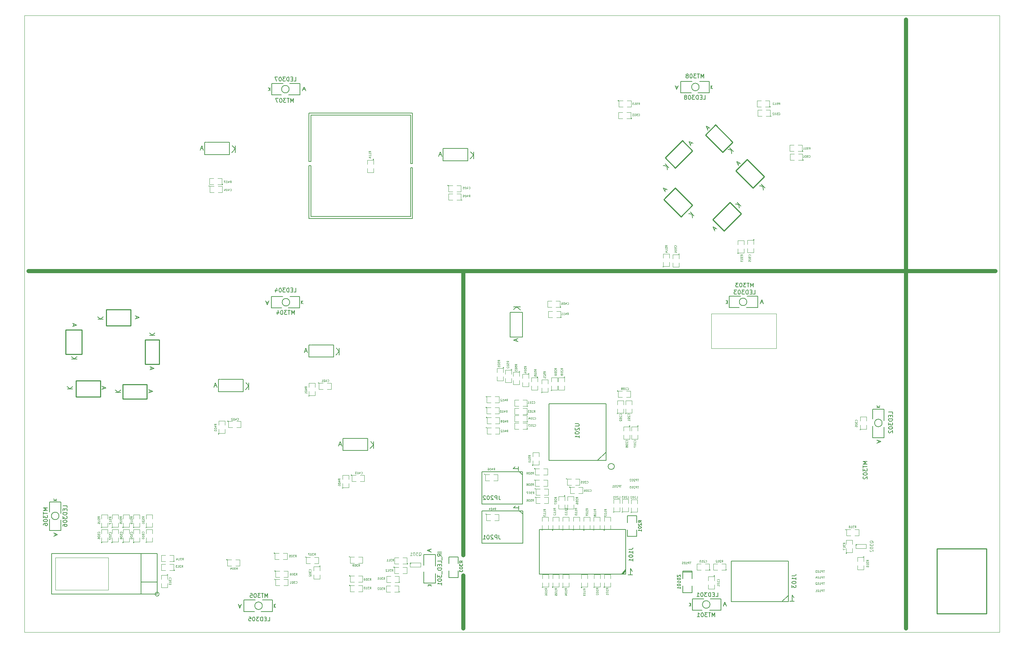
<source format=gbo>
G04 (created by PCBNEW (2013-07-07 BZR 4022)-stable) date 26-03-2016 11:34:51*
%MOIN*%
G04 Gerber Fmt 3.4, Leading zero omitted, Abs format*
%FSLAX34Y34*%
G01*
G70*
G90*
G04 APERTURE LIST*
%ADD10C,0.00590551*%
%ADD11C,0.00984252*%
%ADD12C,0.0393701*%
%ADD13C,0.00787402*%
%ADD14C,0.00393701*%
%ADD15C,0.0031*%
%ADD16C,0.005*%
%ADD17C,0.0039*%
%ADD18C,0.00354331*%
%ADD19C,0.0047*%
%ADD20C,0.0043*%
G04 APERTURE END LIST*
G54D10*
G54D11*
X108110Y-78503D02*
X112913Y-78503D01*
X108110Y-78503D02*
X108188Y-78503D01*
X108110Y-84803D02*
X108110Y-78503D01*
X112913Y-84803D02*
X108110Y-84803D01*
X112913Y-78503D02*
X112913Y-84803D01*
G54D12*
X62204Y-81102D02*
X62204Y-86220D01*
X62204Y-51574D02*
X62204Y-79133D01*
X105118Y-86220D02*
X105118Y-27165D01*
X20078Y-51574D02*
X113779Y-51574D01*
G54D13*
X47440Y-36417D02*
X47440Y-40944D01*
X57086Y-36417D02*
X47440Y-36417D01*
X57086Y-41141D02*
X57086Y-36417D01*
X57283Y-41141D02*
X57086Y-41141D01*
X57283Y-36220D02*
X57283Y-41141D01*
X47244Y-36220D02*
X57283Y-36220D01*
X47244Y-40944D02*
X47244Y-36220D01*
X47440Y-40944D02*
X47244Y-40944D01*
X47440Y-46259D02*
X47440Y-41338D01*
X57086Y-46259D02*
X47440Y-46259D01*
X57086Y-41535D02*
X57086Y-46259D01*
X57283Y-41535D02*
X57086Y-41535D01*
X57283Y-46456D02*
X57283Y-41535D01*
X47244Y-46456D02*
X57283Y-46456D01*
X47244Y-41338D02*
X47244Y-46456D01*
X47440Y-41338D02*
X47244Y-41338D01*
G54D14*
X19685Y-26771D02*
X19763Y-26771D01*
X19685Y-86614D02*
X19685Y-26771D01*
X114173Y-86614D02*
X19685Y-86614D01*
X114173Y-26771D02*
X114173Y-86614D01*
X19685Y-26771D02*
X114173Y-26771D01*
X86220Y-55708D02*
X86417Y-55708D01*
X86220Y-59055D02*
X86220Y-55708D01*
X92519Y-59055D02*
X86220Y-59055D01*
X92519Y-55708D02*
X92519Y-59055D01*
X86417Y-55708D02*
X92519Y-55708D01*
X22677Y-79350D02*
X22687Y-79350D01*
X22677Y-82490D02*
X22677Y-79350D01*
X27411Y-82490D02*
X22677Y-82490D01*
X27805Y-82490D02*
X27411Y-82490D01*
X27805Y-79350D02*
X27805Y-82490D01*
X22696Y-79350D02*
X27805Y-79350D01*
G54D13*
X32724Y-82901D02*
G75*
G03X32724Y-82901I-196J0D01*
G74*
G01*
X30952Y-81720D02*
X32527Y-81720D01*
X30952Y-82901D02*
X30952Y-78964D01*
X32527Y-82901D02*
X32527Y-78964D01*
X32527Y-82901D02*
X22291Y-82901D01*
X22291Y-82901D02*
X22291Y-82507D01*
X22291Y-82704D02*
X22291Y-78964D01*
X22291Y-78964D02*
X32527Y-78964D01*
G54D10*
X75194Y-69927D02*
X76021Y-69139D01*
X76833Y-70517D02*
G75*
G03X76833Y-70517I-299J0D01*
G74*
G01*
X76021Y-69927D02*
X70509Y-69927D01*
X70509Y-69927D02*
X70509Y-64415D01*
X70509Y-64415D02*
X76021Y-64415D01*
X76021Y-67171D02*
X76021Y-69927D01*
X76021Y-67171D02*
X76021Y-64415D01*
G54D13*
X47456Y-59909D02*
X47220Y-59909D01*
X47220Y-59909D02*
X47220Y-58728D01*
X47220Y-58728D02*
X47437Y-58728D01*
X50173Y-59358D02*
X49858Y-59712D01*
X50173Y-59358D02*
X49897Y-59043D01*
X50173Y-59043D02*
X50173Y-59712D01*
X47023Y-59318D02*
X46866Y-59318D01*
X46787Y-59476D02*
X46944Y-59043D01*
X46944Y-59043D02*
X47102Y-59476D01*
X47456Y-58728D02*
X49622Y-58728D01*
X49622Y-58728D02*
X49622Y-59909D01*
X49622Y-59909D02*
X47456Y-59909D01*
X38696Y-63255D02*
X38460Y-63255D01*
X38460Y-63255D02*
X38460Y-62074D01*
X38460Y-62074D02*
X38677Y-62074D01*
X41413Y-62704D02*
X41098Y-63059D01*
X41413Y-62704D02*
X41137Y-62389D01*
X41413Y-62389D02*
X41413Y-63059D01*
X38263Y-62665D02*
X38106Y-62665D01*
X38027Y-62822D02*
X38185Y-62389D01*
X38185Y-62389D02*
X38342Y-62822D01*
X38696Y-62074D02*
X40862Y-62074D01*
X40862Y-62074D02*
X40862Y-63255D01*
X40862Y-63255D02*
X38696Y-63255D01*
X67925Y-57744D02*
X67925Y-57980D01*
X67925Y-57980D02*
X66744Y-57980D01*
X66744Y-57980D02*
X66744Y-57763D01*
X67374Y-55027D02*
X67728Y-55342D01*
X67374Y-55027D02*
X67059Y-55303D01*
X67059Y-55027D02*
X67728Y-55027D01*
X67334Y-58177D02*
X67334Y-58334D01*
X67492Y-58413D02*
X67059Y-58255D01*
X67059Y-58255D02*
X67492Y-58098D01*
X66744Y-57744D02*
X66744Y-55578D01*
X66744Y-55578D02*
X67925Y-55578D01*
X67925Y-55578D02*
X67925Y-57744D01*
X60476Y-40860D02*
X60240Y-40860D01*
X60240Y-40860D02*
X60240Y-39679D01*
X60240Y-39679D02*
X60456Y-39679D01*
X63192Y-40309D02*
X62877Y-40663D01*
X63192Y-40309D02*
X62917Y-39994D01*
X63192Y-39994D02*
X63192Y-40663D01*
X60043Y-40269D02*
X59885Y-40269D01*
X59807Y-40427D02*
X59964Y-39994D01*
X59964Y-39994D02*
X60122Y-40427D01*
X60476Y-39679D02*
X62641Y-39679D01*
X62641Y-39679D02*
X62641Y-40860D01*
X62641Y-40860D02*
X60476Y-40860D01*
X37370Y-40259D02*
X37133Y-40259D01*
X37133Y-40259D02*
X37133Y-39078D01*
X37133Y-39078D02*
X37350Y-39078D01*
X40086Y-39708D02*
X39771Y-40062D01*
X40086Y-39708D02*
X39811Y-39393D01*
X40086Y-39393D02*
X40086Y-40062D01*
X36937Y-39669D02*
X36779Y-39669D01*
X36700Y-39826D02*
X36858Y-39393D01*
X36858Y-39393D02*
X37015Y-39826D01*
X37370Y-39078D02*
X39535Y-39078D01*
X39535Y-39078D02*
X39535Y-40259D01*
X39535Y-40259D02*
X37370Y-40259D01*
X50783Y-68976D02*
X50547Y-68976D01*
X50547Y-68976D02*
X50547Y-67795D01*
X50547Y-67795D02*
X50763Y-67795D01*
X53500Y-68425D02*
X53185Y-68779D01*
X53500Y-68425D02*
X53224Y-68110D01*
X53500Y-68110D02*
X53500Y-68779D01*
X50350Y-68385D02*
X50192Y-68385D01*
X50114Y-68543D02*
X50271Y-68110D01*
X50271Y-68110D02*
X50429Y-68543D01*
X50783Y-67795D02*
X52948Y-67795D01*
X52948Y-67795D02*
X52948Y-68976D01*
X52948Y-68976D02*
X50783Y-68976D01*
G54D15*
X57152Y-79919D02*
G75*
G03X57152Y-79919I-62J0D01*
G74*
G01*
X58053Y-80257D02*
X58053Y-79857D01*
X57028Y-80257D02*
X57028Y-79857D01*
X58053Y-79857D02*
X57028Y-79857D01*
X57028Y-80257D02*
X58053Y-80257D01*
X100343Y-78133D02*
G75*
G03X100343Y-78133I-62J0D01*
G74*
G01*
X101244Y-78471D02*
X101244Y-78071D01*
X100219Y-78471D02*
X100219Y-78071D01*
X101244Y-78071D02*
X100219Y-78071D01*
X100219Y-78471D02*
X101244Y-78471D01*
G54D16*
X83459Y-80748D02*
X83459Y-80648D01*
X83459Y-80648D02*
X84359Y-80648D01*
X84359Y-80648D02*
X84359Y-80748D01*
X83459Y-80748D02*
X84359Y-80748D01*
X84359Y-80748D02*
X84359Y-81398D01*
X83459Y-82098D02*
X83459Y-82748D01*
X83459Y-82748D02*
X84359Y-82748D01*
X84359Y-82748D02*
X84359Y-82098D01*
X83459Y-81398D02*
X83459Y-80748D01*
X61686Y-81291D02*
X60786Y-81291D01*
X60786Y-81291D02*
X60786Y-80641D01*
X61686Y-79941D02*
X61686Y-79291D01*
X61686Y-79291D02*
X60786Y-79291D01*
X60786Y-79291D02*
X60786Y-79941D01*
X61686Y-80641D02*
X61686Y-81291D01*
X78993Y-77309D02*
X78093Y-77309D01*
X78093Y-77309D02*
X78093Y-76659D01*
X78993Y-75959D02*
X78993Y-75309D01*
X78993Y-75309D02*
X78093Y-75309D01*
X78093Y-75309D02*
X78093Y-75959D01*
X78993Y-76659D02*
X78993Y-77309D01*
G54D13*
X29011Y-63342D02*
X28500Y-63342D01*
X28736Y-63342D02*
X29011Y-63106D01*
X28755Y-63322D02*
X28480Y-63106D01*
X28755Y-63322D02*
X28480Y-63106D01*
X28736Y-63342D02*
X29011Y-63106D01*
X29011Y-63342D02*
X28500Y-63342D01*
X24759Y-60114D02*
X24248Y-60114D01*
X24484Y-60114D02*
X24759Y-59877D01*
X24503Y-60094D02*
X24228Y-59877D01*
X24503Y-60094D02*
X24228Y-59877D01*
X24484Y-60114D02*
X24759Y-59877D01*
X24759Y-60114D02*
X24248Y-60114D01*
X24346Y-63007D02*
X23834Y-63007D01*
X24070Y-63007D02*
X24346Y-62771D01*
X24090Y-62988D02*
X23814Y-62771D01*
X24090Y-62988D02*
X23814Y-62771D01*
X24070Y-63007D02*
X24346Y-62771D01*
X24346Y-63007D02*
X23834Y-63007D01*
X27299Y-56236D02*
X26787Y-56236D01*
X27023Y-56236D02*
X27299Y-56000D01*
X27043Y-56216D02*
X26767Y-56000D01*
X27043Y-56216D02*
X26767Y-56000D01*
X27023Y-56236D02*
X27299Y-56000D01*
X27299Y-56236D02*
X26787Y-56236D01*
X32318Y-57811D02*
X31807Y-57811D01*
X32043Y-57811D02*
X32318Y-57574D01*
X32062Y-57791D02*
X31787Y-57574D01*
X32062Y-57791D02*
X31787Y-57574D01*
X32043Y-57811D02*
X32318Y-57574D01*
X32318Y-57811D02*
X31807Y-57811D01*
X27570Y-62885D02*
X27181Y-62732D01*
X27574Y-62889D02*
X27181Y-63027D01*
X27299Y-62791D02*
X27299Y-62988D01*
X30527Y-55960D02*
X30527Y-56157D01*
X30803Y-56059D02*
X30409Y-56196D01*
X30799Y-56055D02*
X30409Y-55901D01*
X24444Y-56688D02*
X24444Y-56885D01*
X24720Y-56787D02*
X24326Y-56925D01*
X24716Y-56783D02*
X24326Y-56629D01*
X32216Y-60996D02*
X31826Y-60842D01*
X32220Y-61000D02*
X31826Y-61137D01*
X31944Y-60901D02*
X31944Y-61098D01*
X31826Y-63125D02*
X31826Y-63322D01*
X32102Y-63224D02*
X31708Y-63362D01*
X32098Y-63220D02*
X31708Y-63066D01*
G54D11*
X32732Y-58244D02*
X32732Y-60606D01*
X32732Y-60606D02*
X31354Y-60606D01*
X31354Y-60606D02*
X31354Y-58244D01*
X31354Y-58244D02*
X32732Y-58244D01*
X29976Y-55488D02*
X29976Y-56866D01*
X29976Y-56866D02*
X27614Y-56866D01*
X27614Y-56866D02*
X27614Y-55291D01*
X27614Y-55291D02*
X29976Y-55291D01*
X29976Y-55291D02*
X29976Y-55488D01*
X25251Y-57259D02*
X25251Y-59622D01*
X25251Y-59622D02*
X23677Y-59622D01*
X23677Y-59622D02*
X23677Y-57259D01*
X23677Y-57259D02*
X25251Y-57259D01*
X31551Y-62574D02*
X31551Y-63952D01*
X31551Y-63952D02*
X29188Y-63952D01*
X29188Y-63952D02*
X29188Y-62574D01*
X29188Y-62574D02*
X31551Y-62574D01*
X27023Y-62377D02*
X27023Y-63755D01*
X27023Y-63755D02*
X24661Y-63755D01*
X24661Y-63755D02*
X24661Y-62181D01*
X24661Y-62181D02*
X27023Y-62181D01*
X27023Y-62181D02*
X27023Y-62377D01*
G54D13*
X88002Y-39606D02*
X88364Y-39968D01*
X88197Y-39801D02*
X87835Y-39773D01*
X88169Y-39801D02*
X88210Y-40149D01*
X88169Y-39801D02*
X88210Y-40149D01*
X88197Y-39801D02*
X87835Y-39773D01*
X88002Y-39606D02*
X88364Y-39968D01*
X88725Y-44895D02*
X89087Y-45257D01*
X88920Y-45090D02*
X88558Y-45062D01*
X88893Y-45090D02*
X88934Y-45438D01*
X88893Y-45090D02*
X88934Y-45438D01*
X88920Y-45090D02*
X88558Y-45062D01*
X88725Y-44895D02*
X89087Y-45257D01*
X91064Y-43141D02*
X91426Y-43503D01*
X91259Y-43336D02*
X90897Y-43309D01*
X91231Y-43336D02*
X91273Y-43684D01*
X91231Y-43336D02*
X91273Y-43684D01*
X91259Y-43336D02*
X90897Y-43309D01*
X91064Y-43141D02*
X91426Y-43503D01*
X84188Y-45842D02*
X84550Y-46204D01*
X84383Y-46037D02*
X84021Y-46009D01*
X84355Y-46037D02*
X84397Y-46385D01*
X84355Y-46037D02*
X84397Y-46385D01*
X84383Y-46037D02*
X84021Y-46009D01*
X84188Y-45842D02*
X84550Y-46204D01*
X81752Y-41179D02*
X82114Y-41541D01*
X81947Y-41374D02*
X81585Y-41346D01*
X81919Y-41374D02*
X81961Y-41722D01*
X81919Y-41374D02*
X81961Y-41722D01*
X81947Y-41374D02*
X81585Y-41346D01*
X81752Y-41179D02*
X82114Y-41541D01*
X88698Y-40948D02*
X88865Y-41332D01*
X88698Y-40942D02*
X89073Y-41123D01*
X88823Y-41207D02*
X88962Y-41067D01*
X81710Y-43754D02*
X81849Y-43615D01*
X81585Y-43489D02*
X81961Y-43670D01*
X81585Y-43495D02*
X81752Y-43879D01*
X86526Y-47540D02*
X86665Y-47401D01*
X86401Y-47276D02*
X86777Y-47457D01*
X86401Y-47281D02*
X86568Y-47665D01*
X84076Y-38999D02*
X84243Y-39383D01*
X84076Y-38993D02*
X84452Y-39174D01*
X84202Y-39258D02*
X84341Y-39119D01*
X85858Y-37769D02*
X85997Y-37629D01*
X85733Y-37504D02*
X86109Y-37685D01*
X85733Y-37510D02*
X85900Y-37894D01*
G54D11*
X81766Y-40580D02*
X83436Y-38910D01*
X83436Y-38910D02*
X84410Y-39884D01*
X84410Y-39884D02*
X82740Y-41555D01*
X82740Y-41555D02*
X81766Y-40580D01*
X81766Y-44478D02*
X82740Y-43503D01*
X82740Y-43503D02*
X84410Y-45174D01*
X84410Y-45174D02*
X83297Y-46287D01*
X83297Y-46287D02*
X81627Y-44617D01*
X81627Y-44617D02*
X81766Y-44478D01*
X86359Y-46566D02*
X88029Y-44895D01*
X88029Y-44895D02*
X89143Y-46009D01*
X89143Y-46009D02*
X87473Y-47679D01*
X87473Y-47679D02*
X86359Y-46566D01*
X85663Y-38353D02*
X86638Y-37379D01*
X86638Y-37379D02*
X88308Y-39049D01*
X88308Y-39049D02*
X87334Y-40024D01*
X87334Y-40024D02*
X85663Y-38353D01*
X88725Y-41694D02*
X89700Y-40720D01*
X89700Y-40720D02*
X91370Y-42390D01*
X91370Y-42390D02*
X90257Y-43503D01*
X90257Y-43503D02*
X88586Y-41833D01*
X88586Y-41833D02*
X88725Y-41694D01*
G54D13*
X93688Y-80086D02*
X93688Y-79692D01*
X93688Y-79692D02*
X88177Y-79692D01*
X88177Y-79692D02*
X88177Y-80086D01*
X94082Y-83000D02*
X94240Y-83236D01*
X93846Y-83590D02*
X94279Y-83590D01*
X94082Y-83000D02*
X94082Y-83590D01*
X93669Y-83051D02*
X93098Y-83614D01*
X88177Y-80086D02*
X88177Y-83629D01*
X88177Y-83629D02*
X93688Y-83629D01*
X93688Y-83629D02*
X93688Y-80086D01*
X67649Y-74838D02*
X67933Y-75102D01*
X67755Y-74818D02*
X64015Y-74818D01*
X64015Y-74818D02*
X64015Y-77968D01*
X64015Y-77968D02*
X67952Y-77968D01*
X67952Y-77968D02*
X67952Y-74818D01*
X67952Y-74818D02*
X67755Y-74818D01*
X67066Y-74523D02*
X67263Y-74326D01*
X67559Y-74720D02*
X67559Y-74326D01*
X67066Y-74523D02*
X67559Y-74523D01*
X67629Y-71039D02*
X67913Y-71303D01*
X67736Y-71019D02*
X63996Y-71019D01*
X63996Y-71019D02*
X63996Y-74169D01*
X63996Y-74169D02*
X67933Y-74169D01*
X67933Y-74169D02*
X67933Y-71019D01*
X67933Y-71019D02*
X67736Y-71019D01*
X67047Y-70724D02*
X67244Y-70527D01*
X67539Y-70921D02*
X67539Y-70527D01*
X67047Y-70724D02*
X67539Y-70724D01*
X78396Y-80406D02*
X78554Y-80682D01*
X78160Y-81036D02*
X78593Y-81036D01*
X78396Y-80445D02*
X78396Y-81036D01*
X77924Y-80563D02*
X77648Y-80918D01*
X77924Y-80642D02*
X77687Y-80957D01*
X77924Y-80485D02*
X77530Y-80957D01*
X77766Y-76626D02*
X69577Y-76626D01*
X69577Y-76626D02*
X69577Y-80957D01*
X69577Y-80957D02*
X77924Y-80957D01*
X77924Y-80957D02*
X77924Y-76626D01*
X77924Y-76626D02*
X77727Y-76626D01*
G54D10*
X84244Y-83909D02*
X84086Y-84066D01*
X84244Y-83909D02*
X84086Y-83751D01*
X84244Y-83751D02*
X84244Y-84066D01*
X87472Y-83909D02*
X87629Y-83909D01*
X87708Y-84066D02*
X87551Y-83673D01*
X87551Y-83673D02*
X87393Y-84066D01*
X85503Y-83358D02*
X84401Y-83358D01*
X84401Y-83358D02*
X84401Y-84460D01*
X84401Y-84460D02*
X85346Y-84460D01*
X86133Y-83358D02*
X87157Y-83358D01*
X87157Y-83358D02*
X87157Y-84460D01*
X87157Y-84460D02*
X86055Y-84460D01*
X102421Y-64803D02*
X102263Y-64645D01*
X102421Y-64803D02*
X102578Y-64645D01*
X102578Y-64803D02*
X102263Y-64803D01*
X102421Y-68031D02*
X102421Y-68188D01*
X102263Y-68267D02*
X102657Y-68110D01*
X102657Y-68110D02*
X102263Y-67952D01*
X102972Y-66062D02*
X102972Y-64960D01*
X102972Y-64960D02*
X101870Y-64960D01*
X101870Y-64960D02*
X101870Y-65905D01*
X102972Y-66692D02*
X102972Y-67716D01*
X102972Y-67716D02*
X101870Y-67716D01*
X101870Y-67716D02*
X101870Y-66614D01*
X87818Y-54559D02*
X87661Y-54716D01*
X87818Y-54559D02*
X87661Y-54401D01*
X87818Y-54401D02*
X87818Y-54716D01*
X91047Y-54559D02*
X91204Y-54559D01*
X91283Y-54716D02*
X91125Y-54322D01*
X91125Y-54322D02*
X90968Y-54716D01*
X89078Y-54007D02*
X87976Y-54007D01*
X87976Y-54007D02*
X87976Y-55110D01*
X87976Y-55110D02*
X88921Y-55110D01*
X89708Y-54007D02*
X90732Y-54007D01*
X90732Y-54007D02*
X90732Y-55110D01*
X90732Y-55110D02*
X89629Y-55110D01*
X46507Y-54582D02*
X46665Y-54425D01*
X46507Y-54582D02*
X46665Y-54740D01*
X46507Y-54740D02*
X46507Y-54425D01*
X43279Y-54582D02*
X43122Y-54582D01*
X43043Y-54425D02*
X43200Y-54818D01*
X43200Y-54818D02*
X43358Y-54425D01*
X45248Y-55133D02*
X46350Y-55133D01*
X46350Y-55133D02*
X46350Y-54031D01*
X46350Y-54031D02*
X45405Y-54031D01*
X44618Y-55133D02*
X43594Y-55133D01*
X43594Y-55133D02*
X43594Y-54031D01*
X43594Y-54031D02*
X44696Y-54031D01*
X43854Y-84031D02*
X44011Y-83874D01*
X43854Y-84031D02*
X44011Y-84188D01*
X43854Y-84188D02*
X43854Y-83874D01*
X40625Y-84031D02*
X40468Y-84031D01*
X40389Y-83874D02*
X40547Y-84267D01*
X40547Y-84267D02*
X40704Y-83874D01*
X42594Y-84582D02*
X43696Y-84582D01*
X43696Y-84582D02*
X43696Y-83480D01*
X43696Y-83480D02*
X42751Y-83480D01*
X41964Y-84582D02*
X40940Y-84582D01*
X40940Y-84582D02*
X40940Y-83480D01*
X40940Y-83480D02*
X42043Y-83480D01*
X22649Y-73818D02*
X22492Y-73661D01*
X22649Y-73818D02*
X22807Y-73661D01*
X22807Y-73818D02*
X22492Y-73818D01*
X22649Y-77047D02*
X22649Y-77204D01*
X22492Y-77283D02*
X22885Y-77125D01*
X22885Y-77125D02*
X22492Y-76968D01*
X23200Y-75078D02*
X23200Y-73976D01*
X23200Y-73976D02*
X22098Y-73976D01*
X22098Y-73976D02*
X22098Y-74921D01*
X23200Y-75708D02*
X23200Y-76732D01*
X23200Y-76732D02*
X22098Y-76732D01*
X22098Y-76732D02*
X22098Y-75629D01*
X43464Y-33921D02*
X43307Y-34078D01*
X43464Y-33921D02*
X43307Y-33763D01*
X43464Y-33763D02*
X43464Y-34078D01*
X46692Y-33921D02*
X46850Y-33921D01*
X46929Y-34078D02*
X46771Y-33685D01*
X46771Y-33685D02*
X46614Y-34078D01*
X44724Y-33370D02*
X43622Y-33370D01*
X43622Y-33370D02*
X43622Y-34472D01*
X43622Y-34472D02*
X44566Y-34472D01*
X45354Y-33370D02*
X46377Y-33370D01*
X46377Y-33370D02*
X46377Y-34472D01*
X46377Y-34472D02*
X45275Y-34472D01*
X86192Y-33708D02*
X86350Y-33551D01*
X86192Y-33708D02*
X86350Y-33866D01*
X86192Y-33866D02*
X86192Y-33551D01*
X82964Y-33708D02*
X82807Y-33708D01*
X82728Y-33551D02*
X82885Y-33944D01*
X82885Y-33944D02*
X83043Y-33551D01*
X84933Y-34259D02*
X86035Y-34259D01*
X86035Y-34259D02*
X86035Y-33157D01*
X86035Y-33157D02*
X85090Y-33157D01*
X84303Y-34259D02*
X83279Y-34259D01*
X83279Y-34259D02*
X83279Y-33157D01*
X83279Y-33157D02*
X84381Y-33157D01*
G54D17*
X76816Y-74961D02*
G75*
G03X76816Y-74961I-50J0D01*
G74*
G01*
X76766Y-74511D02*
X76766Y-74911D01*
X76766Y-74911D02*
X77366Y-74911D01*
X77366Y-74911D02*
X77366Y-74511D01*
X77366Y-74111D02*
X77366Y-73711D01*
X77366Y-73711D02*
X76766Y-73711D01*
X76766Y-73711D02*
X76766Y-74111D01*
X77653Y-74961D02*
G75*
G03X77653Y-74961I-50J0D01*
G74*
G01*
X77603Y-74511D02*
X77603Y-74911D01*
X77603Y-74911D02*
X78203Y-74911D01*
X78203Y-74911D02*
X78203Y-74511D01*
X78203Y-74111D02*
X78203Y-73711D01*
X78203Y-73711D02*
X77603Y-73711D01*
X77603Y-73711D02*
X77603Y-74111D01*
X78529Y-74980D02*
G75*
G03X78529Y-74980I-50J0D01*
G74*
G01*
X78479Y-74530D02*
X78479Y-74930D01*
X78479Y-74930D02*
X79079Y-74930D01*
X79079Y-74930D02*
X79079Y-74530D01*
X79079Y-74130D02*
X79079Y-73730D01*
X79079Y-73730D02*
X78479Y-73730D01*
X78479Y-73730D02*
X78479Y-74130D01*
X69163Y-70723D02*
G75*
G03X69163Y-70723I-50J0D01*
G74*
G01*
X69563Y-70723D02*
X69163Y-70723D01*
X69163Y-70723D02*
X69163Y-71323D01*
X69163Y-71323D02*
X69563Y-71323D01*
X69963Y-71323D02*
X70363Y-71323D01*
X70363Y-71323D02*
X70363Y-70723D01*
X70363Y-70723D02*
X69963Y-70723D01*
X86570Y-81141D02*
G75*
G03X86570Y-81141I-50J0D01*
G74*
G01*
X86520Y-81591D02*
X86520Y-81191D01*
X86520Y-81191D02*
X85920Y-81191D01*
X85920Y-81191D02*
X85920Y-81591D01*
X85920Y-81991D02*
X85920Y-82391D01*
X85920Y-82391D02*
X86520Y-82391D01*
X86520Y-82391D02*
X86520Y-81991D01*
X53540Y-40735D02*
G75*
G03X53540Y-40735I-50J0D01*
G74*
G01*
X53490Y-41185D02*
X53490Y-40785D01*
X53490Y-40785D02*
X52890Y-40785D01*
X52890Y-40785D02*
X52890Y-41185D01*
X52890Y-41585D02*
X52890Y-41985D01*
X52890Y-41985D02*
X53490Y-41985D01*
X53490Y-41985D02*
X53490Y-41585D01*
X88864Y-49833D02*
G75*
G03X88864Y-49833I-50J0D01*
G74*
G01*
X88814Y-49383D02*
X88814Y-49783D01*
X88814Y-49783D02*
X89414Y-49783D01*
X89414Y-49783D02*
X89414Y-49383D01*
X89414Y-48983D02*
X89414Y-48583D01*
X89414Y-48583D02*
X88814Y-48583D01*
X88814Y-48583D02*
X88814Y-48983D01*
X34223Y-79717D02*
G75*
G03X34223Y-79717I-50J0D01*
G74*
G01*
X33723Y-79717D02*
X34123Y-79717D01*
X34123Y-79717D02*
X34123Y-79117D01*
X34123Y-79117D02*
X33723Y-79117D01*
X33323Y-79117D02*
X32923Y-79117D01*
X32923Y-79117D02*
X32923Y-79717D01*
X32923Y-79717D02*
X33323Y-79717D01*
X34231Y-80607D02*
G75*
G03X34231Y-80607I-50J0D01*
G74*
G01*
X33731Y-80607D02*
X34131Y-80607D01*
X34131Y-80607D02*
X34131Y-80007D01*
X34131Y-80007D02*
X33731Y-80007D01*
X33331Y-80007D02*
X32931Y-80007D01*
X32931Y-80007D02*
X32931Y-80607D01*
X32931Y-80607D02*
X33331Y-80607D01*
X51234Y-81144D02*
G75*
G03X51234Y-81144I-50J0D01*
G74*
G01*
X51634Y-81144D02*
X51234Y-81144D01*
X51234Y-81144D02*
X51234Y-81744D01*
X51234Y-81744D02*
X51634Y-81744D01*
X52034Y-81744D02*
X52434Y-81744D01*
X52434Y-81744D02*
X52434Y-81144D01*
X52434Y-81144D02*
X52034Y-81144D01*
X33582Y-81023D02*
G75*
G03X33582Y-81023I-50J0D01*
G74*
G01*
X33532Y-81473D02*
X33532Y-81073D01*
X33532Y-81073D02*
X32932Y-81073D01*
X32932Y-81073D02*
X32932Y-81473D01*
X32932Y-81873D02*
X32932Y-82273D01*
X32932Y-82273D02*
X33532Y-82273D01*
X33532Y-82273D02*
X33532Y-81873D01*
X46978Y-79322D02*
G75*
G03X46978Y-79322I-50J0D01*
G74*
G01*
X47378Y-79322D02*
X46978Y-79322D01*
X46978Y-79322D02*
X46978Y-79922D01*
X46978Y-79922D02*
X47378Y-79922D01*
X47778Y-79922D02*
X48178Y-79922D01*
X48178Y-79922D02*
X48178Y-79322D01*
X48178Y-79322D02*
X47778Y-79322D01*
X48350Y-80192D02*
G75*
G03X48350Y-80192I-50J0D01*
G74*
G01*
X48300Y-80642D02*
X48300Y-80242D01*
X48300Y-80242D02*
X47700Y-80242D01*
X47700Y-80242D02*
X47700Y-80642D01*
X47700Y-81042D02*
X47700Y-81442D01*
X47700Y-81442D02*
X48300Y-81442D01*
X48300Y-81442D02*
X48300Y-81042D01*
X69183Y-71837D02*
G75*
G03X69183Y-71837I-50J0D01*
G74*
G01*
X69583Y-71837D02*
X69183Y-71837D01*
X69183Y-71837D02*
X69183Y-72437D01*
X69183Y-72437D02*
X69583Y-72437D01*
X69983Y-72437D02*
X70383Y-72437D01*
X70383Y-72437D02*
X70383Y-71837D01*
X70383Y-71837D02*
X69983Y-71837D01*
X69222Y-72684D02*
G75*
G03X69222Y-72684I-50J0D01*
G74*
G01*
X69622Y-72684D02*
X69222Y-72684D01*
X69222Y-72684D02*
X69222Y-73284D01*
X69222Y-73284D02*
X69622Y-73284D01*
X70022Y-73284D02*
X70422Y-73284D01*
X70422Y-73284D02*
X70422Y-72684D01*
X70422Y-72684D02*
X70022Y-72684D01*
X69238Y-73514D02*
G75*
G03X69238Y-73514I-50J0D01*
G74*
G01*
X69638Y-73514D02*
X69238Y-73514D01*
X69238Y-73514D02*
X69238Y-74114D01*
X69238Y-74114D02*
X69638Y-74114D01*
X70038Y-74114D02*
X70438Y-74114D01*
X70438Y-74114D02*
X70438Y-73514D01*
X70438Y-73514D02*
X70038Y-73514D01*
X69444Y-61859D02*
G75*
G03X69444Y-61859I-50J0D01*
G74*
G01*
X69394Y-62309D02*
X69394Y-61909D01*
X69394Y-61909D02*
X68794Y-61909D01*
X68794Y-61909D02*
X68794Y-62309D01*
X68794Y-62709D02*
X68794Y-63109D01*
X68794Y-63109D02*
X69394Y-63109D01*
X69394Y-63109D02*
X69394Y-62709D01*
X68588Y-61505D02*
G75*
G03X68588Y-61505I-50J0D01*
G74*
G01*
X68538Y-61955D02*
X68538Y-61555D01*
X68538Y-61555D02*
X67938Y-61555D01*
X67938Y-61555D02*
X67938Y-61955D01*
X67938Y-62355D02*
X67938Y-62755D01*
X67938Y-62755D02*
X68538Y-62755D01*
X68538Y-62755D02*
X68538Y-62355D01*
X67692Y-61308D02*
G75*
G03X67692Y-61308I-50J0D01*
G74*
G01*
X67642Y-61758D02*
X67642Y-61358D01*
X67642Y-61358D02*
X67042Y-61358D01*
X67042Y-61358D02*
X67042Y-61758D01*
X67042Y-62158D02*
X67042Y-62558D01*
X67042Y-62558D02*
X67642Y-62558D01*
X67642Y-62558D02*
X67642Y-62158D01*
X66133Y-60932D02*
G75*
G03X66133Y-60932I-50J0D01*
G74*
G01*
X66083Y-61382D02*
X66083Y-60982D01*
X66083Y-60982D02*
X65483Y-60982D01*
X65483Y-60982D02*
X65483Y-61382D01*
X65483Y-61782D02*
X65483Y-62182D01*
X65483Y-62182D02*
X66083Y-62182D01*
X66083Y-62182D02*
X66083Y-61782D01*
X51234Y-82050D02*
G75*
G03X51234Y-82050I-50J0D01*
G74*
G01*
X51634Y-82050D02*
X51234Y-82050D01*
X51234Y-82050D02*
X51234Y-82650D01*
X51234Y-82650D02*
X51634Y-82650D01*
X52034Y-82650D02*
X52434Y-82650D01*
X52434Y-82650D02*
X52434Y-82050D01*
X52434Y-82050D02*
X52034Y-82050D01*
X83150Y-49915D02*
G75*
G03X83150Y-49915I-50J0D01*
G74*
G01*
X83100Y-50365D02*
X83100Y-49965D01*
X83100Y-49965D02*
X82500Y-49965D01*
X82500Y-49965D02*
X82500Y-50365D01*
X82500Y-50765D02*
X82500Y-51165D01*
X82500Y-51165D02*
X83100Y-51165D01*
X83100Y-51165D02*
X83100Y-50765D01*
X92048Y-36540D02*
G75*
G03X92048Y-36540I-50J0D01*
G74*
G01*
X91548Y-36540D02*
X91948Y-36540D01*
X91948Y-36540D02*
X91948Y-35940D01*
X91948Y-35940D02*
X91548Y-35940D01*
X91148Y-35940D02*
X90748Y-35940D01*
X90748Y-35940D02*
X90748Y-36540D01*
X90748Y-36540D02*
X91148Y-36540D01*
X95158Y-40792D02*
G75*
G03X95158Y-40792I-50J0D01*
G74*
G01*
X94658Y-40792D02*
X95058Y-40792D01*
X95058Y-40792D02*
X95058Y-40192D01*
X95058Y-40192D02*
X94658Y-40192D01*
X94258Y-40192D02*
X93858Y-40192D01*
X93858Y-40192D02*
X93858Y-40792D01*
X93858Y-40792D02*
X94258Y-40792D01*
X56835Y-79963D02*
G75*
G03X56835Y-79963I-50J0D01*
G74*
G01*
X56335Y-79963D02*
X56735Y-79963D01*
X56735Y-79963D02*
X56735Y-79363D01*
X56735Y-79363D02*
X56335Y-79363D01*
X55935Y-79363D02*
X55535Y-79363D01*
X55535Y-79363D02*
X55535Y-79963D01*
X55535Y-79963D02*
X55935Y-79963D01*
X43990Y-81475D02*
G75*
G03X43990Y-81475I-50J0D01*
G74*
G01*
X44390Y-81475D02*
X43990Y-81475D01*
X43990Y-81475D02*
X43990Y-82075D01*
X43990Y-82075D02*
X44390Y-82075D01*
X44790Y-82075D02*
X45190Y-82075D01*
X45190Y-82075D02*
X45190Y-81475D01*
X45190Y-81475D02*
X44790Y-81475D01*
X51230Y-79282D02*
G75*
G03X51230Y-79282I-50J0D01*
G74*
G01*
X51630Y-79282D02*
X51230Y-79282D01*
X51230Y-79282D02*
X51230Y-79882D01*
X51230Y-79882D02*
X51630Y-79882D01*
X52030Y-79882D02*
X52430Y-79882D01*
X52430Y-79882D02*
X52430Y-79282D01*
X52430Y-79282D02*
X52030Y-79282D01*
X39344Y-79558D02*
G75*
G03X39344Y-79558I-50J0D01*
G74*
G01*
X39744Y-79558D02*
X39344Y-79558D01*
X39344Y-79558D02*
X39344Y-80158D01*
X39344Y-80158D02*
X39744Y-80158D01*
X40144Y-80158D02*
X40544Y-80158D01*
X40544Y-80158D02*
X40544Y-79558D01*
X40544Y-79558D02*
X40144Y-79558D01*
X43947Y-78932D02*
G75*
G03X43947Y-78932I-50J0D01*
G74*
G01*
X44347Y-78932D02*
X43947Y-78932D01*
X43947Y-78932D02*
X43947Y-79532D01*
X43947Y-79532D02*
X44347Y-79532D01*
X44747Y-79532D02*
X45147Y-79532D01*
X45147Y-79532D02*
X45147Y-78932D01*
X45147Y-78932D02*
X44747Y-78932D01*
X90399Y-48523D02*
G75*
G03X90399Y-48523I-50J0D01*
G74*
G01*
X90349Y-48973D02*
X90349Y-48573D01*
X90349Y-48573D02*
X89749Y-48573D01*
X89749Y-48573D02*
X89749Y-48973D01*
X89749Y-49373D02*
X89749Y-49773D01*
X89749Y-49773D02*
X90349Y-49773D01*
X90349Y-49773D02*
X90349Y-49373D01*
X77984Y-65376D02*
G75*
G03X77984Y-65376I-50J0D01*
G74*
G01*
X77934Y-64926D02*
X77934Y-65326D01*
X77934Y-65326D02*
X78534Y-65326D01*
X78534Y-65326D02*
X78534Y-64926D01*
X78534Y-64526D02*
X78534Y-64126D01*
X78534Y-64126D02*
X77934Y-64126D01*
X77934Y-64126D02*
X77934Y-64526D01*
X77196Y-65376D02*
G75*
G03X77196Y-65376I-50J0D01*
G74*
G01*
X77146Y-64926D02*
X77146Y-65326D01*
X77146Y-65326D02*
X77746Y-65326D01*
X77746Y-65326D02*
X77746Y-64926D01*
X77746Y-64526D02*
X77746Y-64126D01*
X77746Y-64126D02*
X77146Y-64126D01*
X77146Y-64126D02*
X77146Y-64526D01*
X68455Y-66884D02*
G75*
G03X68455Y-66884I-50J0D01*
G74*
G01*
X67955Y-66884D02*
X68355Y-66884D01*
X68355Y-66884D02*
X68355Y-66284D01*
X68355Y-66284D02*
X67955Y-66284D01*
X67555Y-66284D02*
X67155Y-66284D01*
X67155Y-66284D02*
X67155Y-66884D01*
X67155Y-66884D02*
X67555Y-66884D01*
X68455Y-66175D02*
G75*
G03X68455Y-66175I-50J0D01*
G74*
G01*
X67955Y-66175D02*
X68355Y-66175D01*
X68355Y-66175D02*
X68355Y-65575D01*
X68355Y-65575D02*
X67955Y-65575D01*
X67555Y-65575D02*
X67155Y-65575D01*
X67155Y-65575D02*
X67155Y-66175D01*
X67155Y-66175D02*
X67555Y-66175D01*
X72258Y-71719D02*
G75*
G03X72258Y-71719I-50J0D01*
G74*
G01*
X72658Y-71719D02*
X72258Y-71719D01*
X72258Y-71719D02*
X72258Y-72319D01*
X72258Y-72319D02*
X72658Y-72319D01*
X73058Y-72319D02*
X73458Y-72319D01*
X73458Y-72319D02*
X73458Y-71719D01*
X73458Y-71719D02*
X73058Y-71719D01*
X72561Y-72530D02*
G75*
G03X72561Y-72530I-50J0D01*
G74*
G01*
X72961Y-72530D02*
X72561Y-72530D01*
X72561Y-72530D02*
X72561Y-73130D01*
X72561Y-73130D02*
X72961Y-73130D01*
X73361Y-73130D02*
X73761Y-73130D01*
X73761Y-73130D02*
X73761Y-72530D01*
X73761Y-72530D02*
X73361Y-72530D01*
X79162Y-66598D02*
G75*
G03X79162Y-66598I-50J0D01*
G74*
G01*
X79112Y-67048D02*
X79112Y-66648D01*
X79112Y-66648D02*
X78512Y-66648D01*
X78512Y-66648D02*
X78512Y-67048D01*
X78512Y-67448D02*
X78512Y-67848D01*
X78512Y-67848D02*
X79112Y-67848D01*
X79112Y-67848D02*
X79112Y-67448D01*
X78375Y-66598D02*
G75*
G03X78375Y-66598I-50J0D01*
G74*
G01*
X78325Y-67048D02*
X78325Y-66648D01*
X78325Y-66648D02*
X77725Y-66648D01*
X77725Y-66648D02*
X77725Y-67048D01*
X77725Y-67448D02*
X77725Y-67848D01*
X77725Y-67848D02*
X78325Y-67848D01*
X78325Y-67848D02*
X78325Y-67448D01*
X77211Y-63200D02*
G75*
G03X77211Y-63200I-50J0D01*
G74*
G01*
X77611Y-63200D02*
X77211Y-63200D01*
X77211Y-63200D02*
X77211Y-63800D01*
X77211Y-63800D02*
X77611Y-63800D01*
X78011Y-63800D02*
X78411Y-63800D01*
X78411Y-63800D02*
X78411Y-63200D01*
X78411Y-63200D02*
X78011Y-63200D01*
X87719Y-80555D02*
G75*
G03X87719Y-80555I-50J0D01*
G74*
G01*
X87219Y-80555D02*
X87619Y-80555D01*
X87619Y-80555D02*
X87619Y-79955D01*
X87619Y-79955D02*
X87219Y-79955D01*
X86819Y-79955D02*
X86419Y-79955D01*
X86419Y-79955D02*
X86419Y-80555D01*
X86419Y-80555D02*
X86819Y-80555D01*
X86133Y-80551D02*
G75*
G03X86133Y-80551I-50J0D01*
G74*
G01*
X85633Y-80551D02*
X86033Y-80551D01*
X86033Y-80551D02*
X86033Y-79951D01*
X86033Y-79951D02*
X85633Y-79951D01*
X85233Y-79951D02*
X84833Y-79951D01*
X84833Y-79951D02*
X84833Y-80551D01*
X84833Y-80551D02*
X85233Y-80551D01*
X68453Y-65463D02*
G75*
G03X68453Y-65463I-50J0D01*
G74*
G01*
X67953Y-65463D02*
X68353Y-65463D01*
X68353Y-65463D02*
X68353Y-64863D01*
X68353Y-64863D02*
X67953Y-64863D01*
X67553Y-64863D02*
X67153Y-64863D01*
X67153Y-64863D02*
X67153Y-65463D01*
X67153Y-65463D02*
X67553Y-65463D01*
X72082Y-73365D02*
G75*
G03X72082Y-73365I-50J0D01*
G74*
G01*
X72032Y-73815D02*
X72032Y-73415D01*
X72032Y-73415D02*
X71432Y-73415D01*
X71432Y-73415D02*
X71432Y-73815D01*
X71432Y-74215D02*
X71432Y-74615D01*
X71432Y-74615D02*
X72032Y-74615D01*
X72032Y-74615D02*
X72032Y-74215D01*
X72348Y-74665D02*
G75*
G03X72348Y-74665I-50J0D01*
G74*
G01*
X72298Y-74215D02*
X72298Y-74615D01*
X72298Y-74615D02*
X72898Y-74615D01*
X72898Y-74615D02*
X72898Y-74215D01*
X72898Y-73815D02*
X72898Y-73415D01*
X72898Y-73415D02*
X72298Y-73415D01*
X72298Y-73415D02*
X72298Y-73815D01*
X70795Y-63148D02*
G75*
G03X70795Y-63148I-50J0D01*
G74*
G01*
X70745Y-62698D02*
X70745Y-63098D01*
X70745Y-63098D02*
X71345Y-63098D01*
X71345Y-63098D02*
X71345Y-62698D01*
X71345Y-62298D02*
X71345Y-61898D01*
X71345Y-61898D02*
X70745Y-61898D01*
X70745Y-61898D02*
X70745Y-62298D01*
X72064Y-61848D02*
G75*
G03X72064Y-61848I-50J0D01*
G74*
G01*
X72014Y-62298D02*
X72014Y-61898D01*
X72014Y-61898D02*
X71414Y-61898D01*
X71414Y-61898D02*
X71414Y-62298D01*
X71414Y-62698D02*
X71414Y-63098D01*
X71414Y-63098D02*
X72014Y-63098D01*
X72014Y-63098D02*
X72014Y-62698D01*
X56062Y-81748D02*
G75*
G03X56062Y-81748I-50J0D01*
G74*
G01*
X55562Y-81748D02*
X55962Y-81748D01*
X55962Y-81748D02*
X55962Y-81148D01*
X55962Y-81148D02*
X55562Y-81148D01*
X55162Y-81148D02*
X54762Y-81148D01*
X54762Y-81148D02*
X54762Y-81748D01*
X54762Y-81748D02*
X55162Y-81748D01*
X56050Y-82681D02*
G75*
G03X56050Y-82681I-50J0D01*
G74*
G01*
X55550Y-82681D02*
X55950Y-82681D01*
X55950Y-82681D02*
X55950Y-82081D01*
X55950Y-82081D02*
X55550Y-82081D01*
X55150Y-82081D02*
X54750Y-82081D01*
X54750Y-82081D02*
X54750Y-82681D01*
X54750Y-82681D02*
X55150Y-82681D01*
X55535Y-80308D02*
G75*
G03X55535Y-80308I-50J0D01*
G74*
G01*
X55935Y-80308D02*
X55535Y-80308D01*
X55535Y-80308D02*
X55535Y-80908D01*
X55535Y-80908D02*
X55935Y-80908D01*
X56335Y-80908D02*
X56735Y-80908D01*
X56735Y-80908D02*
X56735Y-80308D01*
X56735Y-80308D02*
X56335Y-80308D01*
X99321Y-76640D02*
G75*
G03X99321Y-76640I-50J0D01*
G74*
G01*
X99721Y-76640D02*
X99321Y-76640D01*
X99321Y-76640D02*
X99321Y-77240D01*
X99321Y-77240D02*
X99721Y-77240D01*
X100121Y-77240D02*
X100521Y-77240D01*
X100521Y-77240D02*
X100521Y-76640D01*
X100521Y-76640D02*
X100121Y-76640D01*
X100718Y-66949D02*
G75*
G03X100718Y-66949I-50J0D01*
G74*
G01*
X100668Y-66499D02*
X100668Y-66899D01*
X100668Y-66899D02*
X101268Y-66899D01*
X101268Y-66899D02*
X101268Y-66499D01*
X101268Y-66099D02*
X101268Y-65699D01*
X101268Y-65699D02*
X100668Y-65699D01*
X100668Y-65699D02*
X100668Y-66099D01*
X101042Y-79275D02*
G75*
G03X101042Y-79275I-50J0D01*
G74*
G01*
X100992Y-79725D02*
X100992Y-79325D01*
X100992Y-79325D02*
X100392Y-79325D01*
X100392Y-79325D02*
X100392Y-79725D01*
X100392Y-80125D02*
X100392Y-80525D01*
X100392Y-80525D02*
X100992Y-80525D01*
X100992Y-80525D02*
X100992Y-80125D01*
X99368Y-78929D02*
G75*
G03X99368Y-78929I-50J0D01*
G74*
G01*
X99318Y-78479D02*
X99318Y-78879D01*
X99318Y-78879D02*
X99918Y-78879D01*
X99918Y-78879D02*
X99918Y-78479D01*
X99918Y-78079D02*
X99918Y-77679D01*
X99918Y-77679D02*
X99318Y-77679D01*
X99318Y-77679D02*
X99318Y-78079D01*
X44002Y-80660D02*
G75*
G03X44002Y-80660I-50J0D01*
G74*
G01*
X44402Y-80660D02*
X44002Y-80660D01*
X44002Y-80660D02*
X44002Y-81260D01*
X44002Y-81260D02*
X44402Y-81260D01*
X44802Y-81260D02*
X45202Y-81260D01*
X45202Y-81260D02*
X45202Y-80660D01*
X45202Y-80660D02*
X44802Y-80660D01*
X68453Y-64675D02*
G75*
G03X68453Y-64675I-50J0D01*
G74*
G01*
X67953Y-64675D02*
X68353Y-64675D01*
X68353Y-64675D02*
X68353Y-64075D01*
X68353Y-64075D02*
X67953Y-64075D01*
X67553Y-64075D02*
X67153Y-64075D01*
X67153Y-64075D02*
X67153Y-64675D01*
X67153Y-64675D02*
X67553Y-64675D01*
X62081Y-44672D02*
G75*
G03X62081Y-44672I-50J0D01*
G74*
G01*
X61581Y-44672D02*
X61981Y-44672D01*
X61981Y-44672D02*
X61981Y-44072D01*
X61981Y-44072D02*
X61581Y-44072D01*
X61181Y-44072D02*
X60781Y-44072D01*
X60781Y-44072D02*
X60781Y-44672D01*
X60781Y-44672D02*
X61181Y-44672D01*
X71719Y-56055D02*
G75*
G03X71719Y-56055I-50J0D01*
G74*
G01*
X71219Y-56055D02*
X71619Y-56055D01*
X71619Y-56055D02*
X71619Y-55455D01*
X71619Y-55455D02*
X71219Y-55455D01*
X70819Y-55455D02*
X70419Y-55455D01*
X70419Y-55455D02*
X70419Y-56055D01*
X70419Y-56055D02*
X70819Y-56055D01*
X48218Y-62426D02*
G75*
G03X48218Y-62426I-50J0D01*
G74*
G01*
X48618Y-62426D02*
X48218Y-62426D01*
X48218Y-62426D02*
X48218Y-63026D01*
X48218Y-63026D02*
X48618Y-63026D01*
X49018Y-63026D02*
X49418Y-63026D01*
X49418Y-63026D02*
X49418Y-62426D01*
X49418Y-62426D02*
X49018Y-62426D01*
X39439Y-66137D02*
G75*
G03X39439Y-66137I-50J0D01*
G74*
G01*
X39839Y-66137D02*
X39439Y-66137D01*
X39439Y-66137D02*
X39439Y-66737D01*
X39439Y-66737D02*
X39839Y-66737D01*
X40239Y-66737D02*
X40639Y-66737D01*
X40639Y-66737D02*
X40639Y-66137D01*
X40639Y-66137D02*
X40239Y-66137D01*
X51407Y-71353D02*
G75*
G03X51407Y-71353I-50J0D01*
G74*
G01*
X51807Y-71353D02*
X51407Y-71353D01*
X51407Y-71353D02*
X51407Y-71953D01*
X51407Y-71953D02*
X51807Y-71953D01*
X52207Y-71953D02*
X52607Y-71953D01*
X52607Y-71953D02*
X52607Y-71353D01*
X52607Y-71353D02*
X52207Y-71353D01*
X37628Y-43318D02*
G75*
G03X37628Y-43318I-50J0D01*
G74*
G01*
X38028Y-43318D02*
X37628Y-43318D01*
X37628Y-43318D02*
X37628Y-43918D01*
X37628Y-43918D02*
X38028Y-43918D01*
X38428Y-43918D02*
X38828Y-43918D01*
X38828Y-43918D02*
X38828Y-43318D01*
X38828Y-43318D02*
X38428Y-43318D01*
X60770Y-43268D02*
G75*
G03X60770Y-43268I-50J0D01*
G74*
G01*
X61170Y-43268D02*
X60770Y-43268D01*
X60770Y-43268D02*
X60770Y-43868D01*
X60770Y-43868D02*
X61170Y-43868D01*
X61570Y-43868D02*
X61970Y-43868D01*
X61970Y-43868D02*
X61970Y-43268D01*
X61970Y-43268D02*
X61570Y-43268D01*
X71676Y-55055D02*
G75*
G03X71676Y-55055I-50J0D01*
G74*
G01*
X71176Y-55055D02*
X71576Y-55055D01*
X71576Y-55055D02*
X71576Y-54455D01*
X71576Y-54455D02*
X71176Y-54455D01*
X70776Y-54455D02*
X70376Y-54455D01*
X70376Y-54455D02*
X70376Y-55055D01*
X70376Y-55055D02*
X70776Y-55055D01*
X64486Y-66751D02*
G75*
G03X64486Y-66751I-50J0D01*
G74*
G01*
X64886Y-66751D02*
X64486Y-66751D01*
X64486Y-66751D02*
X64486Y-67351D01*
X64486Y-67351D02*
X64886Y-67351D01*
X65286Y-67351D02*
X65686Y-67351D01*
X65686Y-67351D02*
X65686Y-66751D01*
X65686Y-66751D02*
X65286Y-66751D01*
X64439Y-75148D02*
G75*
G03X64439Y-75148I-50J0D01*
G74*
G01*
X64839Y-75148D02*
X64439Y-75148D01*
X64439Y-75148D02*
X64439Y-75748D01*
X64439Y-75748D02*
X64839Y-75748D01*
X65239Y-75748D02*
X65639Y-75748D01*
X65639Y-75748D02*
X65639Y-75148D01*
X65639Y-75148D02*
X65239Y-75148D01*
X64321Y-71290D02*
G75*
G03X64321Y-71290I-50J0D01*
G74*
G01*
X64721Y-71290D02*
X64321Y-71290D01*
X64321Y-71290D02*
X64321Y-71890D01*
X64321Y-71890D02*
X64721Y-71890D01*
X65121Y-71890D02*
X65521Y-71890D01*
X65521Y-71890D02*
X65521Y-71290D01*
X65521Y-71290D02*
X65121Y-71290D01*
X64498Y-65774D02*
G75*
G03X64498Y-65774I-50J0D01*
G74*
G01*
X64898Y-65774D02*
X64498Y-65774D01*
X64498Y-65774D02*
X64498Y-66374D01*
X64498Y-66374D02*
X64898Y-66374D01*
X65298Y-66374D02*
X65698Y-66374D01*
X65698Y-66374D02*
X65698Y-65774D01*
X65698Y-65774D02*
X65298Y-65774D01*
X66914Y-61111D02*
G75*
G03X66914Y-61111I-50J0D01*
G74*
G01*
X66864Y-61561D02*
X66864Y-61161D01*
X66864Y-61161D02*
X66264Y-61161D01*
X66264Y-61161D02*
X66264Y-61561D01*
X66264Y-61961D02*
X66264Y-62361D01*
X66264Y-62361D02*
X66864Y-62361D01*
X66864Y-62361D02*
X66864Y-61961D01*
X64474Y-63743D02*
G75*
G03X64474Y-63743I-50J0D01*
G74*
G01*
X64874Y-63743D02*
X64474Y-63743D01*
X64474Y-63743D02*
X64474Y-64343D01*
X64474Y-64343D02*
X64874Y-64343D01*
X65274Y-64343D02*
X65674Y-64343D01*
X65674Y-64343D02*
X65674Y-63743D01*
X65674Y-63743D02*
X65274Y-63743D01*
X38912Y-43170D02*
G75*
G03X38912Y-43170I-50J0D01*
G74*
G01*
X38412Y-43170D02*
X38812Y-43170D01*
X38812Y-43170D02*
X38812Y-42570D01*
X38812Y-42570D02*
X38412Y-42570D01*
X38012Y-42570D02*
X37612Y-42570D01*
X37612Y-42570D02*
X37612Y-43170D01*
X37612Y-43170D02*
X38012Y-43170D01*
X75902Y-82237D02*
G75*
G03X75902Y-82237I-50J0D01*
G74*
G01*
X75852Y-81787D02*
X75852Y-82187D01*
X75852Y-82187D02*
X76452Y-82187D01*
X76452Y-82187D02*
X76452Y-81787D01*
X76452Y-81387D02*
X76452Y-80987D01*
X76452Y-80987D02*
X75852Y-80987D01*
X75852Y-80987D02*
X75852Y-81387D01*
X74918Y-82237D02*
G75*
G03X74918Y-82237I-50J0D01*
G74*
G01*
X74868Y-81787D02*
X74868Y-82187D01*
X74868Y-82187D02*
X75468Y-82187D01*
X75468Y-82187D02*
X75468Y-81787D01*
X75468Y-81387D02*
X75468Y-80987D01*
X75468Y-80987D02*
X74868Y-80987D01*
X74868Y-80987D02*
X74868Y-81387D01*
X73698Y-82260D02*
G75*
G03X73698Y-82260I-50J0D01*
G74*
G01*
X73648Y-81810D02*
X73648Y-82210D01*
X73648Y-82210D02*
X74248Y-82210D01*
X74248Y-82210D02*
X74248Y-81810D01*
X74248Y-81410D02*
X74248Y-81010D01*
X74248Y-81010D02*
X73648Y-81010D01*
X73648Y-81010D02*
X73648Y-81410D01*
X70902Y-76686D02*
G75*
G03X70902Y-76686I-50J0D01*
G74*
G01*
X70852Y-76236D02*
X70852Y-76636D01*
X70852Y-76636D02*
X71452Y-76636D01*
X71452Y-76636D02*
X71452Y-76236D01*
X71452Y-75836D02*
X71452Y-75436D01*
X71452Y-75436D02*
X70852Y-75436D01*
X70852Y-75436D02*
X70852Y-75836D01*
X71886Y-82237D02*
G75*
G03X71886Y-82237I-50J0D01*
G74*
G01*
X71836Y-81787D02*
X71836Y-82187D01*
X71836Y-82187D02*
X72436Y-82187D01*
X72436Y-82187D02*
X72436Y-81787D01*
X72436Y-81387D02*
X72436Y-80987D01*
X72436Y-80987D02*
X71836Y-80987D01*
X71836Y-80987D02*
X71836Y-81387D01*
X70902Y-82237D02*
G75*
G03X70902Y-82237I-50J0D01*
G74*
G01*
X70852Y-81787D02*
X70852Y-82187D01*
X70852Y-82187D02*
X71452Y-82187D01*
X71452Y-82187D02*
X71452Y-81787D01*
X71452Y-81387D02*
X71452Y-80987D01*
X71452Y-80987D02*
X70852Y-80987D01*
X70852Y-80987D02*
X70852Y-81387D01*
X75902Y-76686D02*
G75*
G03X75902Y-76686I-50J0D01*
G74*
G01*
X75852Y-76236D02*
X75852Y-76636D01*
X75852Y-76636D02*
X76452Y-76636D01*
X76452Y-76636D02*
X76452Y-76236D01*
X76452Y-75836D02*
X76452Y-75436D01*
X76452Y-75436D02*
X75852Y-75436D01*
X75852Y-75436D02*
X75852Y-75836D01*
X74878Y-76686D02*
G75*
G03X74878Y-76686I-50J0D01*
G74*
G01*
X74828Y-76236D02*
X74828Y-76636D01*
X74828Y-76636D02*
X75428Y-76636D01*
X75428Y-76636D02*
X75428Y-76236D01*
X75428Y-75836D02*
X75428Y-75436D01*
X75428Y-75436D02*
X74828Y-75436D01*
X74828Y-75436D02*
X74828Y-75836D01*
X73934Y-76686D02*
G75*
G03X73934Y-76686I-50J0D01*
G74*
G01*
X73884Y-76236D02*
X73884Y-76636D01*
X73884Y-76636D02*
X74484Y-76636D01*
X74484Y-76636D02*
X74484Y-76236D01*
X74484Y-75836D02*
X74484Y-75436D01*
X74484Y-75436D02*
X73884Y-75436D01*
X73884Y-75436D02*
X73884Y-75836D01*
X72910Y-76686D02*
G75*
G03X72910Y-76686I-50J0D01*
G74*
G01*
X72860Y-76236D02*
X72860Y-76636D01*
X72860Y-76636D02*
X73460Y-76636D01*
X73460Y-76636D02*
X73460Y-76236D01*
X73460Y-75836D02*
X73460Y-75436D01*
X73460Y-75436D02*
X72860Y-75436D01*
X72860Y-75436D02*
X72860Y-75836D01*
X71886Y-76686D02*
G75*
G03X71886Y-76686I-50J0D01*
G74*
G01*
X71836Y-76236D02*
X71836Y-76636D01*
X71836Y-76636D02*
X72436Y-76636D01*
X72436Y-76636D02*
X72436Y-76236D01*
X72436Y-75836D02*
X72436Y-75436D01*
X72436Y-75436D02*
X71836Y-75436D01*
X71836Y-75436D02*
X71836Y-75836D01*
X69878Y-76686D02*
G75*
G03X69878Y-76686I-50J0D01*
G74*
G01*
X69828Y-76236D02*
X69828Y-76636D01*
X69828Y-76636D02*
X70428Y-76636D01*
X70428Y-76636D02*
X70428Y-76236D01*
X70428Y-75836D02*
X70428Y-75436D01*
X70428Y-75436D02*
X69828Y-75436D01*
X69828Y-75436D02*
X69828Y-75836D01*
X69918Y-82237D02*
G75*
G03X69918Y-82237I-50J0D01*
G74*
G01*
X69868Y-81787D02*
X69868Y-82187D01*
X69868Y-82187D02*
X70468Y-82187D01*
X70468Y-82187D02*
X70468Y-81787D01*
X70468Y-81387D02*
X70468Y-80987D01*
X70468Y-80987D02*
X69868Y-80987D01*
X69868Y-80987D02*
X69868Y-81387D01*
X68978Y-70401D02*
G75*
G03X68978Y-70401I-50J0D01*
G74*
G01*
X68928Y-69951D02*
X68928Y-70351D01*
X68928Y-70351D02*
X69528Y-70351D01*
X69528Y-70351D02*
X69528Y-69951D01*
X69528Y-69551D02*
X69528Y-69151D01*
X69528Y-69151D02*
X68928Y-69151D01*
X68928Y-69151D02*
X68928Y-69551D01*
X78534Y-36776D02*
G75*
G03X78534Y-36776I-50J0D01*
G74*
G01*
X78034Y-36776D02*
X78434Y-36776D01*
X78434Y-36776D02*
X78434Y-36176D01*
X78434Y-36176D02*
X78034Y-36176D01*
X77634Y-36176D02*
X77234Y-36176D01*
X77234Y-36176D02*
X77234Y-36776D01*
X77234Y-36776D02*
X77634Y-36776D01*
X27190Y-77894D02*
G75*
G03X27190Y-77894I-50J0D01*
G74*
G01*
X27140Y-77444D02*
X27140Y-77844D01*
X27140Y-77844D02*
X27740Y-77844D01*
X27740Y-77844D02*
X27740Y-77444D01*
X27740Y-77044D02*
X27740Y-76644D01*
X27740Y-76644D02*
X27140Y-76644D01*
X27140Y-76644D02*
X27140Y-77044D01*
X28214Y-77894D02*
G75*
G03X28214Y-77894I-50J0D01*
G74*
G01*
X28164Y-77444D02*
X28164Y-77844D01*
X28164Y-77844D02*
X28764Y-77844D01*
X28764Y-77844D02*
X28764Y-77444D01*
X28764Y-77044D02*
X28764Y-76644D01*
X28764Y-76644D02*
X28164Y-76644D01*
X28164Y-76644D02*
X28164Y-77044D01*
X29277Y-77894D02*
G75*
G03X29277Y-77894I-50J0D01*
G74*
G01*
X29227Y-77444D02*
X29227Y-77844D01*
X29227Y-77844D02*
X29827Y-77844D01*
X29827Y-77844D02*
X29827Y-77444D01*
X29827Y-77044D02*
X29827Y-76644D01*
X29827Y-76644D02*
X29227Y-76644D01*
X29227Y-76644D02*
X29227Y-77044D01*
X30301Y-77894D02*
G75*
G03X30301Y-77894I-50J0D01*
G74*
G01*
X30251Y-77444D02*
X30251Y-77844D01*
X30251Y-77844D02*
X30851Y-77844D01*
X30851Y-77844D02*
X30851Y-77444D01*
X30851Y-77044D02*
X30851Y-76644D01*
X30851Y-76644D02*
X30251Y-76644D01*
X30251Y-76644D02*
X30251Y-77044D01*
X31521Y-77894D02*
G75*
G03X31521Y-77894I-50J0D01*
G74*
G01*
X31471Y-77444D02*
X31471Y-77844D01*
X31471Y-77844D02*
X32071Y-77844D01*
X32071Y-77844D02*
X32071Y-77444D01*
X32071Y-77044D02*
X32071Y-76644D01*
X32071Y-76644D02*
X31471Y-76644D01*
X31471Y-76644D02*
X31471Y-77044D01*
X69838Y-63346D02*
G75*
G03X69838Y-63346I-50J0D01*
G74*
G01*
X69788Y-62896D02*
X69788Y-63296D01*
X69788Y-63296D02*
X70388Y-63296D01*
X70388Y-63296D02*
X70388Y-62896D01*
X70388Y-62496D02*
X70388Y-62096D01*
X70388Y-62096D02*
X69788Y-62096D01*
X69788Y-62096D02*
X69788Y-62496D01*
X95129Y-39935D02*
G75*
G03X95129Y-39935I-50J0D01*
G74*
G01*
X94629Y-39935D02*
X95029Y-39935D01*
X95029Y-39935D02*
X95029Y-39335D01*
X95029Y-39335D02*
X94629Y-39335D01*
X94229Y-39335D02*
X93829Y-39335D01*
X93829Y-39335D02*
X93829Y-39935D01*
X93829Y-39935D02*
X94229Y-39935D01*
X91964Y-35629D02*
G75*
G03X91964Y-35629I-50J0D01*
G74*
G01*
X91464Y-35629D02*
X91864Y-35629D01*
X91864Y-35629D02*
X91864Y-35029D01*
X91864Y-35029D02*
X91464Y-35029D01*
X91064Y-35029D02*
X90664Y-35029D01*
X90664Y-35029D02*
X90664Y-35629D01*
X90664Y-35629D02*
X91064Y-35629D01*
X77264Y-35034D02*
G75*
G03X77264Y-35034I-50J0D01*
G74*
G01*
X77664Y-35034D02*
X77264Y-35034D01*
X77264Y-35034D02*
X77264Y-35634D01*
X77264Y-35634D02*
X77664Y-35634D01*
X78064Y-35634D02*
X78464Y-35634D01*
X78464Y-35634D02*
X78464Y-35034D01*
X78464Y-35034D02*
X78064Y-35034D01*
X81615Y-51147D02*
G75*
G03X81615Y-51147I-50J0D01*
G74*
G01*
X81565Y-50697D02*
X81565Y-51097D01*
X81565Y-51097D02*
X82165Y-51097D01*
X82165Y-51097D02*
X82165Y-50697D01*
X82165Y-50297D02*
X82165Y-49897D01*
X82165Y-49897D02*
X81565Y-49897D01*
X81565Y-49897D02*
X81565Y-50297D01*
X27190Y-76437D02*
G75*
G03X27190Y-76437I-50J0D01*
G74*
G01*
X27140Y-75987D02*
X27140Y-76387D01*
X27140Y-76387D02*
X27740Y-76387D01*
X27740Y-76387D02*
X27740Y-75987D01*
X27740Y-75587D02*
X27740Y-75187D01*
X27740Y-75187D02*
X27140Y-75187D01*
X27140Y-75187D02*
X27140Y-75587D01*
X28214Y-76437D02*
G75*
G03X28214Y-76437I-50J0D01*
G74*
G01*
X28164Y-75987D02*
X28164Y-76387D01*
X28164Y-76387D02*
X28764Y-76387D01*
X28764Y-76387D02*
X28764Y-75987D01*
X28764Y-75587D02*
X28764Y-75187D01*
X28764Y-75187D02*
X28164Y-75187D01*
X28164Y-75187D02*
X28164Y-75587D01*
X64470Y-64798D02*
G75*
G03X64470Y-64798I-50J0D01*
G74*
G01*
X64870Y-64798D02*
X64470Y-64798D01*
X64470Y-64798D02*
X64470Y-65398D01*
X64470Y-65398D02*
X64870Y-65398D01*
X65270Y-65398D02*
X65670Y-65398D01*
X65670Y-65398D02*
X65670Y-64798D01*
X65670Y-64798D02*
X65270Y-64798D01*
X38549Y-67362D02*
G75*
G03X38549Y-67362I-50J0D01*
G74*
G01*
X38499Y-66912D02*
X38499Y-67312D01*
X38499Y-67312D02*
X39099Y-67312D01*
X39099Y-67312D02*
X39099Y-66912D01*
X39099Y-66512D02*
X39099Y-66112D01*
X39099Y-66112D02*
X38499Y-66112D01*
X38499Y-66112D02*
X38499Y-66512D01*
X47289Y-63681D02*
G75*
G03X47289Y-63681I-50J0D01*
G74*
G01*
X47239Y-63231D02*
X47239Y-63631D01*
X47239Y-63631D02*
X47839Y-63631D01*
X47839Y-63631D02*
X47839Y-63231D01*
X47839Y-62831D02*
X47839Y-62431D01*
X47839Y-62431D02*
X47239Y-62431D01*
X47239Y-62431D02*
X47239Y-62831D01*
X31521Y-76437D02*
G75*
G03X31521Y-76437I-50J0D01*
G74*
G01*
X31471Y-75987D02*
X31471Y-76387D01*
X31471Y-76387D02*
X32071Y-76387D01*
X32071Y-76387D02*
X32071Y-75987D01*
X32071Y-75587D02*
X32071Y-75187D01*
X32071Y-75187D02*
X31471Y-75187D01*
X31471Y-75187D02*
X31471Y-75587D01*
X30301Y-76437D02*
G75*
G03X30301Y-76437I-50J0D01*
G74*
G01*
X30251Y-75987D02*
X30251Y-76387D01*
X30251Y-76387D02*
X30851Y-76387D01*
X30851Y-76387D02*
X30851Y-75987D01*
X30851Y-75587D02*
X30851Y-75187D01*
X30851Y-75187D02*
X30251Y-75187D01*
X30251Y-75187D02*
X30251Y-75587D01*
X50547Y-72608D02*
G75*
G03X50547Y-72608I-50J0D01*
G74*
G01*
X50497Y-72158D02*
X50497Y-72558D01*
X50497Y-72558D02*
X51097Y-72558D01*
X51097Y-72558D02*
X51097Y-72158D01*
X51097Y-71758D02*
X51097Y-71358D01*
X51097Y-71358D02*
X50497Y-71358D01*
X50497Y-71358D02*
X50497Y-71758D01*
X29277Y-76437D02*
G75*
G03X29277Y-76437I-50J0D01*
G74*
G01*
X29227Y-75987D02*
X29227Y-76387D01*
X29227Y-76387D02*
X29827Y-76387D01*
X29827Y-76387D02*
X29827Y-75987D01*
X29827Y-75587D02*
X29827Y-75187D01*
X29827Y-75187D02*
X29227Y-75187D01*
X29227Y-75187D02*
X29227Y-75587D01*
G54D10*
X58937Y-81984D02*
X59094Y-82141D01*
X58937Y-81984D02*
X58779Y-82141D01*
X58779Y-81984D02*
X59094Y-81984D01*
X58937Y-78755D02*
X58937Y-78598D01*
X59094Y-78519D02*
X58700Y-78677D01*
X58700Y-78677D02*
X59094Y-78834D01*
X58385Y-80724D02*
X58385Y-81826D01*
X58385Y-81826D02*
X59488Y-81826D01*
X59488Y-81826D02*
X59488Y-80881D01*
X58385Y-80094D02*
X58385Y-79070D01*
X58385Y-79070D02*
X59488Y-79070D01*
X59488Y-79070D02*
X59488Y-80173D01*
X86104Y-83905D02*
G75*
G03X86104Y-83905I-364J0D01*
G74*
G01*
X102785Y-66299D02*
G75*
G03X102785Y-66299I-364J0D01*
G74*
G01*
X89675Y-54551D02*
G75*
G03X89675Y-54551I-364J0D01*
G74*
G01*
X45374Y-54586D02*
G75*
G03X45374Y-54586I-364J0D01*
G74*
G01*
X42722Y-84031D02*
G75*
G03X42722Y-84031I-364J0D01*
G74*
G01*
X23013Y-75314D02*
G75*
G03X23013Y-75314I-364J0D01*
G74*
G01*
X45320Y-33913D02*
G75*
G03X45320Y-33913I-364J0D01*
G74*
G01*
X85053Y-33704D02*
G75*
G03X85053Y-33704I-364J0D01*
G74*
G01*
X73031Y-66378D02*
X73350Y-66378D01*
X73387Y-66396D01*
X73406Y-66415D01*
X73425Y-66453D01*
X73425Y-66528D01*
X73406Y-66565D01*
X73387Y-66584D01*
X73350Y-66603D01*
X73031Y-66603D01*
X73068Y-66771D02*
X73050Y-66790D01*
X73031Y-66828D01*
X73031Y-66921D01*
X73050Y-66959D01*
X73068Y-66978D01*
X73106Y-66996D01*
X73143Y-66996D01*
X73200Y-66978D01*
X73425Y-66753D01*
X73425Y-66996D01*
X73031Y-67240D02*
X73031Y-67278D01*
X73050Y-67315D01*
X73068Y-67334D01*
X73106Y-67353D01*
X73181Y-67371D01*
X73275Y-67371D01*
X73350Y-67353D01*
X73387Y-67334D01*
X73406Y-67315D01*
X73425Y-67278D01*
X73425Y-67240D01*
X73406Y-67203D01*
X73387Y-67184D01*
X73350Y-67165D01*
X73275Y-67146D01*
X73181Y-67146D01*
X73106Y-67165D01*
X73068Y-67184D01*
X73050Y-67203D01*
X73031Y-67240D01*
X73425Y-67746D02*
X73425Y-67521D01*
X73425Y-67634D02*
X73031Y-67634D01*
X73087Y-67596D01*
X73125Y-67559D01*
X73143Y-67521D01*
G54D18*
X97187Y-81772D02*
X97075Y-81772D01*
X97131Y-81969D02*
X97131Y-81772D01*
X97009Y-81969D02*
X97009Y-81772D01*
X96934Y-81772D01*
X96916Y-81781D01*
X96906Y-81791D01*
X96897Y-81810D01*
X96897Y-81838D01*
X96906Y-81856D01*
X96916Y-81866D01*
X96934Y-81875D01*
X97009Y-81875D01*
X96709Y-81969D02*
X96822Y-81969D01*
X96766Y-81969D02*
X96766Y-81772D01*
X96784Y-81800D01*
X96803Y-81819D01*
X96822Y-81828D01*
X96587Y-81772D02*
X96569Y-81772D01*
X96550Y-81781D01*
X96541Y-81791D01*
X96531Y-81810D01*
X96522Y-81847D01*
X96522Y-81894D01*
X96531Y-81931D01*
X96541Y-81950D01*
X96550Y-81960D01*
X96569Y-81969D01*
X96587Y-81969D01*
X96606Y-81960D01*
X96616Y-81950D01*
X96625Y-81931D01*
X96634Y-81894D01*
X96634Y-81847D01*
X96625Y-81810D01*
X96616Y-81791D01*
X96606Y-81781D01*
X96587Y-81772D01*
X96447Y-81791D02*
X96437Y-81781D01*
X96419Y-81772D01*
X96372Y-81772D01*
X96353Y-81781D01*
X96344Y-81791D01*
X96334Y-81810D01*
X96334Y-81828D01*
X96344Y-81856D01*
X96456Y-81969D01*
X96334Y-81969D01*
X97187Y-80591D02*
X97075Y-80591D01*
X97131Y-80788D02*
X97131Y-80591D01*
X97009Y-80788D02*
X97009Y-80591D01*
X96934Y-80591D01*
X96916Y-80600D01*
X96906Y-80610D01*
X96897Y-80628D01*
X96897Y-80657D01*
X96906Y-80675D01*
X96916Y-80685D01*
X96934Y-80694D01*
X97009Y-80694D01*
X96709Y-80788D02*
X96822Y-80788D01*
X96766Y-80788D02*
X96766Y-80591D01*
X96784Y-80619D01*
X96803Y-80638D01*
X96822Y-80647D01*
X96587Y-80591D02*
X96569Y-80591D01*
X96550Y-80600D01*
X96541Y-80610D01*
X96531Y-80628D01*
X96522Y-80666D01*
X96522Y-80713D01*
X96531Y-80750D01*
X96541Y-80769D01*
X96550Y-80778D01*
X96569Y-80788D01*
X96587Y-80788D01*
X96606Y-80778D01*
X96616Y-80769D01*
X96625Y-80750D01*
X96634Y-80713D01*
X96634Y-80666D01*
X96625Y-80628D01*
X96616Y-80610D01*
X96606Y-80600D01*
X96587Y-80591D01*
X96456Y-80591D02*
X96334Y-80591D01*
X96400Y-80666D01*
X96372Y-80666D01*
X96353Y-80675D01*
X96344Y-80685D01*
X96334Y-80703D01*
X96334Y-80750D01*
X96344Y-80769D01*
X96353Y-80778D01*
X96372Y-80788D01*
X96428Y-80788D01*
X96447Y-80778D01*
X96456Y-80769D01*
X97187Y-81182D02*
X97075Y-81182D01*
X97131Y-81378D02*
X97131Y-81182D01*
X97009Y-81378D02*
X97009Y-81182D01*
X96934Y-81182D01*
X96916Y-81191D01*
X96906Y-81200D01*
X96897Y-81219D01*
X96897Y-81247D01*
X96906Y-81266D01*
X96916Y-81275D01*
X96934Y-81285D01*
X97009Y-81285D01*
X96709Y-81378D02*
X96822Y-81378D01*
X96766Y-81378D02*
X96766Y-81182D01*
X96784Y-81210D01*
X96803Y-81228D01*
X96822Y-81238D01*
X96587Y-81182D02*
X96569Y-81182D01*
X96550Y-81191D01*
X96541Y-81200D01*
X96531Y-81219D01*
X96522Y-81257D01*
X96522Y-81303D01*
X96531Y-81341D01*
X96541Y-81360D01*
X96550Y-81369D01*
X96569Y-81378D01*
X96587Y-81378D01*
X96606Y-81369D01*
X96616Y-81360D01*
X96625Y-81341D01*
X96634Y-81303D01*
X96634Y-81257D01*
X96625Y-81219D01*
X96616Y-81200D01*
X96606Y-81191D01*
X96587Y-81182D01*
X96353Y-81247D02*
X96353Y-81378D01*
X96400Y-81172D02*
X96447Y-81313D01*
X96325Y-81313D01*
X97187Y-82461D02*
X97075Y-82461D01*
X97131Y-82658D02*
X97131Y-82461D01*
X97009Y-82658D02*
X97009Y-82461D01*
X96934Y-82461D01*
X96916Y-82470D01*
X96906Y-82480D01*
X96897Y-82499D01*
X96897Y-82527D01*
X96906Y-82545D01*
X96916Y-82555D01*
X96934Y-82564D01*
X97009Y-82564D01*
X96709Y-82658D02*
X96822Y-82658D01*
X96766Y-82658D02*
X96766Y-82461D01*
X96784Y-82489D01*
X96803Y-82508D01*
X96822Y-82517D01*
X96587Y-82461D02*
X96569Y-82461D01*
X96550Y-82470D01*
X96541Y-82480D01*
X96531Y-82499D01*
X96522Y-82536D01*
X96522Y-82583D01*
X96531Y-82620D01*
X96541Y-82639D01*
X96550Y-82649D01*
X96569Y-82658D01*
X96587Y-82658D01*
X96606Y-82649D01*
X96616Y-82639D01*
X96625Y-82620D01*
X96634Y-82583D01*
X96634Y-82536D01*
X96625Y-82499D01*
X96616Y-82480D01*
X96606Y-82470D01*
X96587Y-82461D01*
X96334Y-82658D02*
X96447Y-82658D01*
X96391Y-82658D02*
X96391Y-82461D01*
X96409Y-82489D01*
X96428Y-82508D01*
X96447Y-82517D01*
X79176Y-72422D02*
X79063Y-72422D01*
X79119Y-72619D02*
X79119Y-72422D01*
X78997Y-72619D02*
X78997Y-72422D01*
X78922Y-72422D01*
X78904Y-72431D01*
X78894Y-72440D01*
X78885Y-72459D01*
X78885Y-72487D01*
X78894Y-72506D01*
X78904Y-72515D01*
X78922Y-72525D01*
X78997Y-72525D01*
X78810Y-72440D02*
X78801Y-72431D01*
X78782Y-72422D01*
X78735Y-72422D01*
X78716Y-72431D01*
X78707Y-72440D01*
X78697Y-72459D01*
X78697Y-72478D01*
X78707Y-72506D01*
X78819Y-72619D01*
X78697Y-72619D01*
X78576Y-72422D02*
X78557Y-72422D01*
X78538Y-72431D01*
X78529Y-72440D01*
X78519Y-72459D01*
X78510Y-72497D01*
X78510Y-72544D01*
X78519Y-72581D01*
X78529Y-72600D01*
X78538Y-72609D01*
X78557Y-72619D01*
X78576Y-72619D01*
X78594Y-72609D01*
X78604Y-72600D01*
X78613Y-72581D01*
X78622Y-72544D01*
X78622Y-72497D01*
X78613Y-72459D01*
X78604Y-72440D01*
X78594Y-72431D01*
X78576Y-72422D01*
X78444Y-72422D02*
X78323Y-72422D01*
X78388Y-72497D01*
X78360Y-72497D01*
X78341Y-72506D01*
X78332Y-72515D01*
X78323Y-72534D01*
X78323Y-72581D01*
X78332Y-72600D01*
X78341Y-72609D01*
X78360Y-72619D01*
X78416Y-72619D01*
X78435Y-72609D01*
X78444Y-72600D01*
X79176Y-71733D02*
X79063Y-71733D01*
X79119Y-71930D02*
X79119Y-71733D01*
X78997Y-71930D02*
X78997Y-71733D01*
X78922Y-71733D01*
X78904Y-71742D01*
X78894Y-71751D01*
X78885Y-71770D01*
X78885Y-71798D01*
X78894Y-71817D01*
X78904Y-71826D01*
X78922Y-71836D01*
X78997Y-71836D01*
X78810Y-71751D02*
X78801Y-71742D01*
X78782Y-71733D01*
X78735Y-71733D01*
X78716Y-71742D01*
X78707Y-71751D01*
X78697Y-71770D01*
X78697Y-71789D01*
X78707Y-71817D01*
X78819Y-71930D01*
X78697Y-71930D01*
X78576Y-71733D02*
X78557Y-71733D01*
X78538Y-71742D01*
X78529Y-71751D01*
X78519Y-71770D01*
X78510Y-71808D01*
X78510Y-71855D01*
X78519Y-71892D01*
X78529Y-71911D01*
X78538Y-71920D01*
X78557Y-71930D01*
X78576Y-71930D01*
X78594Y-71920D01*
X78604Y-71911D01*
X78613Y-71892D01*
X78622Y-71855D01*
X78622Y-71808D01*
X78613Y-71770D01*
X78604Y-71751D01*
X78594Y-71742D01*
X78576Y-71733D01*
X78435Y-71751D02*
X78426Y-71742D01*
X78407Y-71733D01*
X78360Y-71733D01*
X78341Y-71742D01*
X78332Y-71751D01*
X78323Y-71770D01*
X78323Y-71789D01*
X78332Y-71817D01*
X78444Y-71930D01*
X78323Y-71930D01*
X77502Y-72323D02*
X77390Y-72323D01*
X77446Y-72520D02*
X77446Y-72323D01*
X77324Y-72520D02*
X77324Y-72323D01*
X77249Y-72323D01*
X77230Y-72333D01*
X77221Y-72342D01*
X77212Y-72361D01*
X77212Y-72389D01*
X77221Y-72408D01*
X77230Y-72417D01*
X77249Y-72426D01*
X77324Y-72426D01*
X77137Y-72342D02*
X77127Y-72333D01*
X77109Y-72323D01*
X77062Y-72323D01*
X77043Y-72333D01*
X77034Y-72342D01*
X77024Y-72361D01*
X77024Y-72380D01*
X77034Y-72408D01*
X77146Y-72520D01*
X77024Y-72520D01*
X76902Y-72323D02*
X76884Y-72323D01*
X76865Y-72333D01*
X76856Y-72342D01*
X76846Y-72361D01*
X76837Y-72398D01*
X76837Y-72445D01*
X76846Y-72483D01*
X76856Y-72501D01*
X76865Y-72511D01*
X76884Y-72520D01*
X76902Y-72520D01*
X76921Y-72511D01*
X76931Y-72501D01*
X76940Y-72483D01*
X76949Y-72445D01*
X76949Y-72398D01*
X76940Y-72361D01*
X76931Y-72342D01*
X76921Y-72333D01*
X76902Y-72323D01*
X76649Y-72520D02*
X76762Y-72520D01*
X76706Y-72520D02*
X76706Y-72323D01*
X76724Y-72351D01*
X76743Y-72370D01*
X76762Y-72380D01*
X84258Y-79780D02*
X84146Y-79780D01*
X84202Y-79977D02*
X84202Y-79780D01*
X84080Y-79977D02*
X84080Y-79780D01*
X84005Y-79780D01*
X83986Y-79789D01*
X83977Y-79799D01*
X83968Y-79817D01*
X83968Y-79846D01*
X83977Y-79864D01*
X83986Y-79874D01*
X84005Y-79883D01*
X84080Y-79883D01*
X83780Y-79977D02*
X83893Y-79977D01*
X83836Y-79977D02*
X83836Y-79780D01*
X83855Y-79808D01*
X83874Y-79827D01*
X83893Y-79836D01*
X83658Y-79780D02*
X83640Y-79780D01*
X83621Y-79789D01*
X83611Y-79799D01*
X83602Y-79817D01*
X83593Y-79855D01*
X83593Y-79902D01*
X83602Y-79939D01*
X83611Y-79958D01*
X83621Y-79967D01*
X83640Y-79977D01*
X83658Y-79977D01*
X83677Y-79967D01*
X83686Y-79958D01*
X83696Y-79939D01*
X83705Y-79902D01*
X83705Y-79855D01*
X83696Y-79817D01*
X83686Y-79799D01*
X83677Y-79789D01*
X83658Y-79780D01*
X83415Y-79780D02*
X83508Y-79780D01*
X83518Y-79874D01*
X83508Y-79864D01*
X83490Y-79855D01*
X83443Y-79855D01*
X83424Y-79864D01*
X83415Y-79874D01*
X83405Y-79892D01*
X83405Y-79939D01*
X83415Y-79958D01*
X83424Y-79967D01*
X83443Y-79977D01*
X83490Y-79977D01*
X83508Y-79967D01*
X83518Y-79958D01*
G54D19*
X57893Y-79185D02*
X57921Y-79171D01*
X57950Y-79142D01*
X57993Y-79099D01*
X58021Y-79085D01*
X58050Y-79085D01*
X58035Y-79156D02*
X58064Y-79142D01*
X58093Y-79114D01*
X58107Y-79056D01*
X58107Y-78956D01*
X58093Y-78899D01*
X58064Y-78871D01*
X58035Y-78856D01*
X57978Y-78856D01*
X57950Y-78871D01*
X57921Y-78899D01*
X57907Y-78956D01*
X57907Y-79056D01*
X57921Y-79114D01*
X57950Y-79142D01*
X57978Y-79156D01*
X58035Y-79156D01*
X57807Y-78856D02*
X57621Y-78856D01*
X57721Y-78971D01*
X57678Y-78971D01*
X57650Y-78985D01*
X57635Y-78999D01*
X57621Y-79028D01*
X57621Y-79099D01*
X57635Y-79128D01*
X57650Y-79142D01*
X57678Y-79156D01*
X57764Y-79156D01*
X57793Y-79142D01*
X57807Y-79128D01*
X57435Y-78856D02*
X57407Y-78856D01*
X57378Y-78871D01*
X57364Y-78885D01*
X57350Y-78914D01*
X57335Y-78971D01*
X57335Y-79042D01*
X57350Y-79099D01*
X57364Y-79128D01*
X57378Y-79142D01*
X57407Y-79156D01*
X57435Y-79156D01*
X57464Y-79142D01*
X57478Y-79128D01*
X57493Y-79099D01*
X57507Y-79042D01*
X57507Y-78971D01*
X57493Y-78914D01*
X57478Y-78885D01*
X57464Y-78871D01*
X57435Y-78856D01*
X57050Y-79156D02*
X57221Y-79156D01*
X57135Y-79156D02*
X57135Y-78856D01*
X57164Y-78899D01*
X57193Y-78928D01*
X57221Y-78942D01*
X101921Y-77933D02*
X101907Y-77905D01*
X101878Y-77876D01*
X101835Y-77833D01*
X101821Y-77805D01*
X101821Y-77776D01*
X101893Y-77790D02*
X101878Y-77762D01*
X101850Y-77733D01*
X101793Y-77719D01*
X101693Y-77719D01*
X101635Y-77733D01*
X101607Y-77762D01*
X101593Y-77790D01*
X101593Y-77848D01*
X101607Y-77876D01*
X101635Y-77905D01*
X101693Y-77919D01*
X101793Y-77919D01*
X101850Y-77905D01*
X101878Y-77876D01*
X101893Y-77848D01*
X101893Y-77790D01*
X101593Y-78019D02*
X101593Y-78205D01*
X101707Y-78105D01*
X101707Y-78148D01*
X101721Y-78176D01*
X101735Y-78190D01*
X101764Y-78205D01*
X101835Y-78205D01*
X101864Y-78190D01*
X101878Y-78176D01*
X101893Y-78148D01*
X101893Y-78062D01*
X101878Y-78033D01*
X101864Y-78019D01*
X101593Y-78390D02*
X101593Y-78419D01*
X101607Y-78448D01*
X101621Y-78462D01*
X101650Y-78476D01*
X101707Y-78490D01*
X101778Y-78490D01*
X101835Y-78476D01*
X101864Y-78462D01*
X101878Y-78448D01*
X101893Y-78419D01*
X101893Y-78390D01*
X101878Y-78362D01*
X101864Y-78348D01*
X101835Y-78333D01*
X101778Y-78319D01*
X101707Y-78319D01*
X101650Y-78333D01*
X101621Y-78348D01*
X101607Y-78362D01*
X101593Y-78390D01*
X101621Y-78605D02*
X101607Y-78619D01*
X101593Y-78648D01*
X101593Y-78719D01*
X101607Y-78748D01*
X101621Y-78762D01*
X101650Y-78776D01*
X101678Y-78776D01*
X101721Y-78762D01*
X101893Y-78590D01*
X101893Y-78776D01*
G54D16*
X82947Y-81034D02*
X82947Y-81234D01*
X83247Y-81034D01*
X83247Y-81234D01*
X83247Y-81348D02*
X82947Y-81348D01*
X82947Y-81419D01*
X82961Y-81462D01*
X82990Y-81491D01*
X83018Y-81505D01*
X83075Y-81519D01*
X83118Y-81519D01*
X83175Y-81505D01*
X83204Y-81491D01*
X83233Y-81462D01*
X83247Y-81419D01*
X83247Y-81348D01*
X83247Y-81805D02*
X83247Y-81634D01*
X83247Y-81719D02*
X82947Y-81719D01*
X82990Y-81691D01*
X83018Y-81662D01*
X83033Y-81634D01*
X82947Y-81991D02*
X82947Y-82019D01*
X82961Y-82048D01*
X82975Y-82062D01*
X83004Y-82076D01*
X83061Y-82091D01*
X83133Y-82091D01*
X83190Y-82076D01*
X83218Y-82062D01*
X83233Y-82048D01*
X83247Y-82019D01*
X83247Y-81991D01*
X83233Y-81962D01*
X83218Y-81948D01*
X83190Y-81934D01*
X83133Y-81919D01*
X83061Y-81919D01*
X83004Y-81934D01*
X82975Y-81948D01*
X82961Y-81962D01*
X82947Y-81991D01*
X83247Y-82376D02*
X83247Y-82205D01*
X83247Y-82291D02*
X82947Y-82291D01*
X82990Y-82262D01*
X83018Y-82234D01*
X83033Y-82205D01*
X62129Y-79880D02*
X61986Y-79780D01*
X62129Y-79709D02*
X61829Y-79709D01*
X61829Y-79823D01*
X61843Y-79852D01*
X61857Y-79866D01*
X61886Y-79880D01*
X61929Y-79880D01*
X61957Y-79866D01*
X61972Y-79852D01*
X61986Y-79823D01*
X61986Y-79709D01*
X61829Y-79980D02*
X61829Y-80166D01*
X61943Y-80066D01*
X61943Y-80109D01*
X61957Y-80137D01*
X61972Y-80152D01*
X62000Y-80166D01*
X62072Y-80166D01*
X62100Y-80152D01*
X62115Y-80137D01*
X62129Y-80109D01*
X62129Y-80023D01*
X62115Y-79995D01*
X62100Y-79980D01*
X61829Y-80352D02*
X61829Y-80380D01*
X61843Y-80409D01*
X61857Y-80423D01*
X61886Y-80437D01*
X61943Y-80452D01*
X62015Y-80452D01*
X62072Y-80437D01*
X62100Y-80423D01*
X62115Y-80409D01*
X62129Y-80380D01*
X62129Y-80352D01*
X62115Y-80323D01*
X62100Y-80309D01*
X62072Y-80295D01*
X62015Y-80280D01*
X61943Y-80280D01*
X61886Y-80295D01*
X61857Y-80309D01*
X61843Y-80323D01*
X61829Y-80352D01*
X61829Y-80552D02*
X61829Y-80737D01*
X61943Y-80637D01*
X61943Y-80680D01*
X61957Y-80709D01*
X61972Y-80723D01*
X62000Y-80737D01*
X62072Y-80737D01*
X62100Y-80723D01*
X62115Y-80709D01*
X62129Y-80680D01*
X62129Y-80595D01*
X62115Y-80566D01*
X62100Y-80552D01*
X79452Y-75943D02*
X79309Y-75843D01*
X79452Y-75772D02*
X79152Y-75772D01*
X79152Y-75886D01*
X79166Y-75915D01*
X79180Y-75929D01*
X79209Y-75943D01*
X79252Y-75943D01*
X79280Y-75929D01*
X79294Y-75915D01*
X79309Y-75886D01*
X79309Y-75772D01*
X79180Y-76058D02*
X79166Y-76072D01*
X79152Y-76100D01*
X79152Y-76172D01*
X79166Y-76200D01*
X79180Y-76215D01*
X79209Y-76229D01*
X79237Y-76229D01*
X79280Y-76215D01*
X79452Y-76043D01*
X79452Y-76229D01*
X79152Y-76415D02*
X79152Y-76443D01*
X79166Y-76472D01*
X79180Y-76486D01*
X79209Y-76500D01*
X79266Y-76515D01*
X79337Y-76515D01*
X79394Y-76500D01*
X79423Y-76486D01*
X79437Y-76472D01*
X79452Y-76443D01*
X79452Y-76415D01*
X79437Y-76386D01*
X79423Y-76372D01*
X79394Y-76358D01*
X79337Y-76343D01*
X79266Y-76343D01*
X79209Y-76358D01*
X79180Y-76372D01*
X79166Y-76386D01*
X79152Y-76415D01*
X79452Y-76800D02*
X79452Y-76629D01*
X79452Y-76715D02*
X79152Y-76715D01*
X79194Y-76686D01*
X79223Y-76658D01*
X79237Y-76629D01*
G54D10*
X86571Y-85100D02*
X86571Y-84706D01*
X86440Y-84987D01*
X86309Y-84706D01*
X86309Y-85100D01*
X86178Y-84706D02*
X85953Y-84706D01*
X86065Y-85100D02*
X86065Y-84706D01*
X85859Y-84706D02*
X85615Y-84706D01*
X85747Y-84856D01*
X85690Y-84856D01*
X85653Y-84875D01*
X85634Y-84894D01*
X85615Y-84931D01*
X85615Y-85025D01*
X85634Y-85062D01*
X85653Y-85081D01*
X85690Y-85100D01*
X85803Y-85100D01*
X85840Y-85081D01*
X85859Y-85062D01*
X85372Y-84706D02*
X85334Y-84706D01*
X85297Y-84725D01*
X85278Y-84744D01*
X85259Y-84781D01*
X85240Y-84856D01*
X85240Y-84950D01*
X85259Y-85025D01*
X85278Y-85062D01*
X85297Y-85081D01*
X85334Y-85100D01*
X85372Y-85100D01*
X85409Y-85081D01*
X85428Y-85062D01*
X85447Y-85025D01*
X85465Y-84950D01*
X85465Y-84856D01*
X85447Y-84781D01*
X85428Y-84744D01*
X85409Y-84725D01*
X85372Y-84706D01*
X84865Y-85100D02*
X85090Y-85100D01*
X84978Y-85100D02*
X84978Y-84706D01*
X85015Y-84762D01*
X85053Y-84800D01*
X85090Y-84819D01*
X101340Y-70022D02*
X100946Y-70022D01*
X101227Y-70153D01*
X100946Y-70284D01*
X101340Y-70284D01*
X100946Y-70416D02*
X100946Y-70641D01*
X101340Y-70528D02*
X100946Y-70528D01*
X100946Y-70734D02*
X100946Y-70978D01*
X101096Y-70847D01*
X101096Y-70903D01*
X101115Y-70941D01*
X101134Y-70959D01*
X101171Y-70978D01*
X101265Y-70978D01*
X101302Y-70959D01*
X101321Y-70941D01*
X101340Y-70903D01*
X101340Y-70791D01*
X101321Y-70753D01*
X101302Y-70734D01*
X100946Y-71222D02*
X100946Y-71259D01*
X100965Y-71297D01*
X100984Y-71316D01*
X101021Y-71334D01*
X101096Y-71353D01*
X101190Y-71353D01*
X101265Y-71334D01*
X101302Y-71316D01*
X101321Y-71297D01*
X101340Y-71259D01*
X101340Y-71222D01*
X101321Y-71184D01*
X101302Y-71166D01*
X101265Y-71147D01*
X101190Y-71128D01*
X101096Y-71128D01*
X101021Y-71147D01*
X100984Y-71166D01*
X100965Y-71184D01*
X100946Y-71222D01*
X100984Y-71503D02*
X100965Y-71522D01*
X100946Y-71559D01*
X100946Y-71653D01*
X100965Y-71691D01*
X100984Y-71709D01*
X101021Y-71728D01*
X101059Y-71728D01*
X101115Y-71709D01*
X101340Y-71484D01*
X101340Y-71728D01*
X90312Y-53112D02*
X90312Y-52718D01*
X90180Y-52999D01*
X90049Y-52718D01*
X90049Y-53112D01*
X89918Y-52718D02*
X89693Y-52718D01*
X89805Y-53112D02*
X89805Y-52718D01*
X89599Y-52718D02*
X89356Y-52718D01*
X89487Y-52868D01*
X89431Y-52868D01*
X89393Y-52887D01*
X89374Y-52905D01*
X89356Y-52943D01*
X89356Y-53037D01*
X89374Y-53074D01*
X89393Y-53093D01*
X89431Y-53112D01*
X89543Y-53112D01*
X89580Y-53093D01*
X89599Y-53074D01*
X89112Y-52718D02*
X89074Y-52718D01*
X89037Y-52737D01*
X89018Y-52755D01*
X88999Y-52793D01*
X88981Y-52868D01*
X88981Y-52962D01*
X88999Y-53037D01*
X89018Y-53074D01*
X89037Y-53093D01*
X89074Y-53112D01*
X89112Y-53112D01*
X89149Y-53093D01*
X89168Y-53074D01*
X89187Y-53037D01*
X89206Y-52962D01*
X89206Y-52868D01*
X89187Y-52793D01*
X89168Y-52755D01*
X89149Y-52737D01*
X89112Y-52718D01*
X88849Y-52718D02*
X88606Y-52718D01*
X88737Y-52868D01*
X88681Y-52868D01*
X88643Y-52887D01*
X88624Y-52905D01*
X88606Y-52943D01*
X88606Y-53037D01*
X88624Y-53074D01*
X88643Y-53093D01*
X88681Y-53112D01*
X88793Y-53112D01*
X88831Y-53093D01*
X88849Y-53074D01*
X45823Y-55769D02*
X45823Y-55375D01*
X45692Y-55657D01*
X45561Y-55375D01*
X45561Y-55769D01*
X45430Y-55375D02*
X45205Y-55375D01*
X45317Y-55769D02*
X45317Y-55375D01*
X45111Y-55375D02*
X44867Y-55375D01*
X44999Y-55525D01*
X44942Y-55525D01*
X44905Y-55544D01*
X44886Y-55563D01*
X44867Y-55600D01*
X44867Y-55694D01*
X44886Y-55732D01*
X44905Y-55750D01*
X44942Y-55769D01*
X45055Y-55769D01*
X45092Y-55750D01*
X45111Y-55732D01*
X44624Y-55375D02*
X44586Y-55375D01*
X44549Y-55394D01*
X44530Y-55413D01*
X44511Y-55450D01*
X44492Y-55525D01*
X44492Y-55619D01*
X44511Y-55694D01*
X44530Y-55732D01*
X44549Y-55750D01*
X44586Y-55769D01*
X44624Y-55769D01*
X44661Y-55750D01*
X44680Y-55732D01*
X44699Y-55694D01*
X44717Y-55619D01*
X44717Y-55525D01*
X44699Y-55450D01*
X44680Y-55413D01*
X44661Y-55394D01*
X44624Y-55375D01*
X44155Y-55507D02*
X44155Y-55769D01*
X44249Y-55357D02*
X44342Y-55638D01*
X44099Y-55638D01*
X43245Y-83230D02*
X43245Y-82836D01*
X43113Y-83117D01*
X42982Y-82836D01*
X42982Y-83230D01*
X42851Y-82836D02*
X42626Y-82836D01*
X42739Y-83230D02*
X42739Y-82836D01*
X42532Y-82836D02*
X42289Y-82836D01*
X42420Y-82986D01*
X42364Y-82986D01*
X42326Y-83005D01*
X42307Y-83023D01*
X42289Y-83061D01*
X42289Y-83155D01*
X42307Y-83192D01*
X42326Y-83211D01*
X42364Y-83230D01*
X42476Y-83230D01*
X42514Y-83211D01*
X42532Y-83192D01*
X42045Y-82836D02*
X42007Y-82836D01*
X41970Y-82855D01*
X41951Y-82874D01*
X41932Y-82911D01*
X41914Y-82986D01*
X41914Y-83080D01*
X41932Y-83155D01*
X41951Y-83192D01*
X41970Y-83211D01*
X42007Y-83230D01*
X42045Y-83230D01*
X42082Y-83211D01*
X42101Y-83192D01*
X42120Y-83155D01*
X42139Y-83080D01*
X42139Y-82986D01*
X42120Y-82911D01*
X42101Y-82874D01*
X42082Y-82855D01*
X42045Y-82836D01*
X41557Y-82836D02*
X41745Y-82836D01*
X41764Y-83023D01*
X41745Y-83005D01*
X41707Y-82986D01*
X41614Y-82986D01*
X41576Y-83005D01*
X41557Y-83023D01*
X41539Y-83061D01*
X41539Y-83155D01*
X41557Y-83192D01*
X41576Y-83211D01*
X41614Y-83230D01*
X41707Y-83230D01*
X41745Y-83211D01*
X41764Y-83192D01*
X21899Y-74546D02*
X21505Y-74546D01*
X21787Y-74677D01*
X21505Y-74808D01*
X21899Y-74808D01*
X21505Y-74939D02*
X21505Y-75164D01*
X21899Y-75052D02*
X21505Y-75052D01*
X21505Y-75258D02*
X21505Y-75502D01*
X21655Y-75371D01*
X21655Y-75427D01*
X21674Y-75464D01*
X21693Y-75483D01*
X21730Y-75502D01*
X21824Y-75502D01*
X21862Y-75483D01*
X21880Y-75464D01*
X21899Y-75427D01*
X21899Y-75314D01*
X21880Y-75277D01*
X21862Y-75258D01*
X21505Y-75745D02*
X21505Y-75783D01*
X21524Y-75820D01*
X21543Y-75839D01*
X21580Y-75858D01*
X21655Y-75877D01*
X21749Y-75877D01*
X21824Y-75858D01*
X21862Y-75839D01*
X21880Y-75820D01*
X21899Y-75783D01*
X21899Y-75745D01*
X21880Y-75708D01*
X21862Y-75689D01*
X21824Y-75670D01*
X21749Y-75652D01*
X21655Y-75652D01*
X21580Y-75670D01*
X21543Y-75689D01*
X21524Y-75708D01*
X21505Y-75745D01*
X21505Y-76214D02*
X21505Y-76139D01*
X21524Y-76102D01*
X21543Y-76083D01*
X21599Y-76045D01*
X21674Y-76027D01*
X21824Y-76027D01*
X21862Y-76045D01*
X21880Y-76064D01*
X21899Y-76102D01*
X21899Y-76177D01*
X21880Y-76214D01*
X21862Y-76233D01*
X21824Y-76252D01*
X21730Y-76252D01*
X21693Y-76233D01*
X21674Y-76214D01*
X21655Y-76177D01*
X21655Y-76102D01*
X21674Y-76064D01*
X21693Y-76045D01*
X21730Y-76027D01*
X45725Y-35198D02*
X45725Y-34805D01*
X45594Y-35086D01*
X45463Y-34805D01*
X45463Y-35198D01*
X45331Y-34805D02*
X45106Y-34805D01*
X45219Y-35198D02*
X45219Y-34805D01*
X45013Y-34805D02*
X44769Y-34805D01*
X44900Y-34955D01*
X44844Y-34955D01*
X44806Y-34973D01*
X44788Y-34992D01*
X44769Y-35029D01*
X44769Y-35123D01*
X44788Y-35161D01*
X44806Y-35179D01*
X44844Y-35198D01*
X44956Y-35198D01*
X44994Y-35179D01*
X45013Y-35161D01*
X44525Y-34805D02*
X44488Y-34805D01*
X44450Y-34823D01*
X44431Y-34842D01*
X44413Y-34880D01*
X44394Y-34955D01*
X44394Y-35048D01*
X44413Y-35123D01*
X44431Y-35161D01*
X44450Y-35179D01*
X44488Y-35198D01*
X44525Y-35198D01*
X44563Y-35179D01*
X44581Y-35161D01*
X44600Y-35123D01*
X44619Y-35048D01*
X44619Y-34955D01*
X44600Y-34880D01*
X44581Y-34842D01*
X44563Y-34823D01*
X44525Y-34805D01*
X44263Y-34805D02*
X44000Y-34805D01*
X44169Y-35198D01*
X85489Y-32836D02*
X85489Y-32442D01*
X85358Y-32724D01*
X85226Y-32442D01*
X85226Y-32836D01*
X85095Y-32442D02*
X84870Y-32442D01*
X84983Y-32836D02*
X84983Y-32442D01*
X84776Y-32442D02*
X84533Y-32442D01*
X84664Y-32592D01*
X84608Y-32592D01*
X84570Y-32611D01*
X84551Y-32630D01*
X84533Y-32667D01*
X84533Y-32761D01*
X84551Y-32799D01*
X84570Y-32817D01*
X84608Y-32836D01*
X84720Y-32836D01*
X84758Y-32817D01*
X84776Y-32799D01*
X84289Y-32442D02*
X84251Y-32442D01*
X84214Y-32461D01*
X84195Y-32480D01*
X84176Y-32517D01*
X84158Y-32592D01*
X84158Y-32686D01*
X84176Y-32761D01*
X84195Y-32799D01*
X84214Y-32817D01*
X84251Y-32836D01*
X84289Y-32836D01*
X84326Y-32817D01*
X84345Y-32799D01*
X84364Y-32761D01*
X84383Y-32686D01*
X84383Y-32592D01*
X84364Y-32517D01*
X84345Y-32480D01*
X84326Y-32461D01*
X84289Y-32442D01*
X83933Y-32611D02*
X83970Y-32592D01*
X83989Y-32574D01*
X84008Y-32536D01*
X84008Y-32517D01*
X83989Y-32480D01*
X83970Y-32461D01*
X83933Y-32442D01*
X83858Y-32442D01*
X83820Y-32461D01*
X83802Y-32480D01*
X83783Y-32517D01*
X83783Y-32536D01*
X83802Y-32574D01*
X83820Y-32592D01*
X83858Y-32611D01*
X83933Y-32611D01*
X83970Y-32630D01*
X83989Y-32649D01*
X84008Y-32686D01*
X84008Y-32761D01*
X83989Y-32799D01*
X83970Y-32817D01*
X83933Y-32836D01*
X83858Y-32836D01*
X83820Y-32817D01*
X83802Y-32799D01*
X83783Y-32761D01*
X83783Y-32686D01*
X83802Y-32649D01*
X83820Y-32630D01*
X83858Y-32611D01*
X94045Y-81115D02*
X94326Y-81115D01*
X94382Y-81097D01*
X94420Y-81059D01*
X94438Y-81003D01*
X94438Y-80965D01*
X94438Y-81509D02*
X94438Y-81284D01*
X94438Y-81397D02*
X94045Y-81397D01*
X94101Y-81359D01*
X94138Y-81322D01*
X94157Y-81284D01*
X94045Y-81753D02*
X94045Y-81790D01*
X94063Y-81828D01*
X94082Y-81847D01*
X94120Y-81865D01*
X94195Y-81884D01*
X94288Y-81884D01*
X94363Y-81865D01*
X94401Y-81847D01*
X94420Y-81828D01*
X94438Y-81790D01*
X94438Y-81753D01*
X94420Y-81715D01*
X94401Y-81697D01*
X94363Y-81678D01*
X94288Y-81659D01*
X94195Y-81659D01*
X94120Y-81678D01*
X94082Y-81697D01*
X94063Y-81715D01*
X94045Y-81753D01*
X94045Y-82015D02*
X94045Y-82259D01*
X94195Y-82128D01*
X94195Y-82184D01*
X94213Y-82221D01*
X94232Y-82240D01*
X94270Y-82259D01*
X94363Y-82259D01*
X94401Y-82240D01*
X94420Y-82221D01*
X94438Y-82184D01*
X94438Y-82071D01*
X94420Y-82034D01*
X94401Y-82015D01*
X65647Y-77175D02*
X65647Y-77456D01*
X65666Y-77512D01*
X65704Y-77550D01*
X65760Y-77568D01*
X65797Y-77568D01*
X65460Y-77568D02*
X65460Y-77175D01*
X65310Y-77175D01*
X65272Y-77193D01*
X65254Y-77212D01*
X65235Y-77250D01*
X65235Y-77306D01*
X65254Y-77343D01*
X65272Y-77362D01*
X65310Y-77381D01*
X65460Y-77381D01*
X65085Y-77212D02*
X65066Y-77193D01*
X65029Y-77175D01*
X64935Y-77175D01*
X64898Y-77193D01*
X64879Y-77212D01*
X64860Y-77250D01*
X64860Y-77287D01*
X64879Y-77343D01*
X65104Y-77568D01*
X64860Y-77568D01*
X64616Y-77175D02*
X64579Y-77175D01*
X64541Y-77193D01*
X64523Y-77212D01*
X64504Y-77250D01*
X64485Y-77325D01*
X64485Y-77418D01*
X64504Y-77493D01*
X64523Y-77531D01*
X64541Y-77550D01*
X64579Y-77568D01*
X64616Y-77568D01*
X64654Y-77550D01*
X64673Y-77531D01*
X64691Y-77493D01*
X64710Y-77418D01*
X64710Y-77325D01*
X64691Y-77250D01*
X64673Y-77212D01*
X64654Y-77193D01*
X64616Y-77175D01*
X64110Y-77568D02*
X64335Y-77568D01*
X64223Y-77568D02*
X64223Y-77175D01*
X64260Y-77231D01*
X64298Y-77268D01*
X64335Y-77287D01*
X65659Y-73348D02*
X65659Y-73629D01*
X65678Y-73685D01*
X65715Y-73723D01*
X65772Y-73742D01*
X65809Y-73742D01*
X65472Y-73742D02*
X65472Y-73348D01*
X65322Y-73348D01*
X65284Y-73367D01*
X65266Y-73385D01*
X65247Y-73423D01*
X65247Y-73479D01*
X65266Y-73517D01*
X65284Y-73535D01*
X65322Y-73554D01*
X65472Y-73554D01*
X65097Y-73385D02*
X65078Y-73367D01*
X65041Y-73348D01*
X64947Y-73348D01*
X64909Y-73367D01*
X64891Y-73385D01*
X64872Y-73423D01*
X64872Y-73460D01*
X64891Y-73517D01*
X65116Y-73742D01*
X64872Y-73742D01*
X64628Y-73348D02*
X64591Y-73348D01*
X64553Y-73367D01*
X64534Y-73385D01*
X64516Y-73423D01*
X64497Y-73498D01*
X64497Y-73592D01*
X64516Y-73667D01*
X64534Y-73704D01*
X64553Y-73723D01*
X64591Y-73742D01*
X64628Y-73742D01*
X64666Y-73723D01*
X64684Y-73704D01*
X64703Y-73667D01*
X64722Y-73592D01*
X64722Y-73498D01*
X64703Y-73423D01*
X64684Y-73385D01*
X64666Y-73367D01*
X64628Y-73348D01*
X64347Y-73385D02*
X64328Y-73367D01*
X64291Y-73348D01*
X64197Y-73348D01*
X64159Y-73367D01*
X64141Y-73385D01*
X64122Y-73423D01*
X64122Y-73460D01*
X64141Y-73517D01*
X64366Y-73742D01*
X64122Y-73742D01*
X78241Y-78561D02*
X78522Y-78561D01*
X78578Y-78542D01*
X78616Y-78505D01*
X78634Y-78449D01*
X78634Y-78411D01*
X78634Y-78955D02*
X78634Y-78730D01*
X78634Y-78842D02*
X78241Y-78842D01*
X78297Y-78805D01*
X78334Y-78767D01*
X78353Y-78730D01*
X78241Y-79199D02*
X78241Y-79236D01*
X78259Y-79274D01*
X78278Y-79292D01*
X78316Y-79311D01*
X78391Y-79330D01*
X78484Y-79330D01*
X78559Y-79311D01*
X78597Y-79292D01*
X78616Y-79274D01*
X78634Y-79236D01*
X78634Y-79199D01*
X78616Y-79161D01*
X78597Y-79142D01*
X78559Y-79124D01*
X78484Y-79105D01*
X78391Y-79105D01*
X78316Y-79124D01*
X78278Y-79142D01*
X78259Y-79161D01*
X78241Y-79199D01*
X78634Y-79705D02*
X78634Y-79480D01*
X78634Y-79592D02*
X78241Y-79592D01*
X78297Y-79555D01*
X78334Y-79517D01*
X78353Y-79480D01*
X86665Y-83147D02*
X86853Y-83147D01*
X86853Y-82753D01*
X86534Y-82941D02*
X86403Y-82941D01*
X86347Y-83147D02*
X86534Y-83147D01*
X86534Y-82753D01*
X86347Y-82753D01*
X86178Y-83147D02*
X86178Y-82753D01*
X86084Y-82753D01*
X86028Y-82772D01*
X85991Y-82810D01*
X85972Y-82847D01*
X85953Y-82922D01*
X85953Y-82978D01*
X85972Y-83053D01*
X85991Y-83091D01*
X86028Y-83128D01*
X86084Y-83147D01*
X86178Y-83147D01*
X85822Y-82753D02*
X85578Y-82753D01*
X85709Y-82903D01*
X85653Y-82903D01*
X85616Y-82922D01*
X85597Y-82941D01*
X85578Y-82978D01*
X85578Y-83072D01*
X85597Y-83110D01*
X85616Y-83128D01*
X85653Y-83147D01*
X85766Y-83147D01*
X85803Y-83128D01*
X85822Y-83110D01*
X85334Y-82753D02*
X85297Y-82753D01*
X85259Y-82772D01*
X85241Y-82791D01*
X85222Y-82828D01*
X85203Y-82903D01*
X85203Y-82997D01*
X85222Y-83072D01*
X85241Y-83110D01*
X85259Y-83128D01*
X85297Y-83147D01*
X85334Y-83147D01*
X85372Y-83128D01*
X85391Y-83110D01*
X85409Y-83072D01*
X85428Y-82997D01*
X85428Y-82903D01*
X85409Y-82828D01*
X85391Y-82791D01*
X85372Y-82772D01*
X85334Y-82753D01*
X84828Y-83147D02*
X85053Y-83147D01*
X84941Y-83147D02*
X84941Y-82753D01*
X84978Y-82810D01*
X85016Y-82847D01*
X85053Y-82866D01*
X103801Y-65424D02*
X103801Y-65237D01*
X103407Y-65237D01*
X103594Y-65555D02*
X103594Y-65687D01*
X103801Y-65743D02*
X103801Y-65555D01*
X103407Y-65555D01*
X103407Y-65743D01*
X103801Y-65912D02*
X103407Y-65912D01*
X103407Y-66005D01*
X103426Y-66062D01*
X103463Y-66099D01*
X103501Y-66118D01*
X103576Y-66137D01*
X103632Y-66137D01*
X103707Y-66118D01*
X103744Y-66099D01*
X103782Y-66062D01*
X103801Y-66005D01*
X103801Y-65912D01*
X103407Y-66268D02*
X103407Y-66511D01*
X103557Y-66380D01*
X103557Y-66437D01*
X103576Y-66474D01*
X103594Y-66493D01*
X103632Y-66511D01*
X103726Y-66511D01*
X103763Y-66493D01*
X103782Y-66474D01*
X103801Y-66437D01*
X103801Y-66324D01*
X103782Y-66287D01*
X103763Y-66268D01*
X103407Y-66755D02*
X103407Y-66793D01*
X103426Y-66830D01*
X103444Y-66849D01*
X103482Y-66868D01*
X103557Y-66886D01*
X103651Y-66886D01*
X103726Y-66868D01*
X103763Y-66849D01*
X103782Y-66830D01*
X103801Y-66793D01*
X103801Y-66755D01*
X103782Y-66718D01*
X103763Y-66699D01*
X103726Y-66680D01*
X103651Y-66661D01*
X103557Y-66661D01*
X103482Y-66680D01*
X103444Y-66699D01*
X103426Y-66718D01*
X103407Y-66755D01*
X103444Y-67036D02*
X103426Y-67055D01*
X103407Y-67093D01*
X103407Y-67186D01*
X103426Y-67224D01*
X103444Y-67243D01*
X103482Y-67261D01*
X103519Y-67261D01*
X103576Y-67243D01*
X103801Y-67018D01*
X103801Y-67261D01*
X90284Y-53801D02*
X90471Y-53801D01*
X90471Y-53407D01*
X90152Y-53594D02*
X90021Y-53594D01*
X89965Y-53801D02*
X90152Y-53801D01*
X90152Y-53407D01*
X89965Y-53407D01*
X89796Y-53801D02*
X89796Y-53407D01*
X89702Y-53407D01*
X89646Y-53426D01*
X89609Y-53463D01*
X89590Y-53501D01*
X89571Y-53576D01*
X89571Y-53632D01*
X89590Y-53707D01*
X89609Y-53744D01*
X89646Y-53782D01*
X89702Y-53801D01*
X89796Y-53801D01*
X89440Y-53407D02*
X89196Y-53407D01*
X89327Y-53557D01*
X89271Y-53557D01*
X89234Y-53576D01*
X89215Y-53594D01*
X89196Y-53632D01*
X89196Y-53726D01*
X89215Y-53763D01*
X89234Y-53782D01*
X89271Y-53801D01*
X89384Y-53801D01*
X89421Y-53782D01*
X89440Y-53763D01*
X88952Y-53407D02*
X88915Y-53407D01*
X88877Y-53426D01*
X88859Y-53444D01*
X88840Y-53482D01*
X88821Y-53557D01*
X88821Y-53651D01*
X88840Y-53726D01*
X88859Y-53763D01*
X88877Y-53782D01*
X88915Y-53801D01*
X88952Y-53801D01*
X88990Y-53782D01*
X89009Y-53763D01*
X89027Y-53726D01*
X89046Y-53651D01*
X89046Y-53557D01*
X89027Y-53482D01*
X89009Y-53444D01*
X88990Y-53426D01*
X88952Y-53407D01*
X88690Y-53407D02*
X88446Y-53407D01*
X88577Y-53557D01*
X88521Y-53557D01*
X88484Y-53576D01*
X88465Y-53594D01*
X88446Y-53632D01*
X88446Y-53726D01*
X88465Y-53763D01*
X88484Y-53782D01*
X88521Y-53801D01*
X88634Y-53801D01*
X88671Y-53782D01*
X88690Y-53763D01*
X45795Y-53604D02*
X45983Y-53604D01*
X45983Y-53210D01*
X45664Y-53398D02*
X45533Y-53398D01*
X45477Y-53604D02*
X45664Y-53604D01*
X45664Y-53210D01*
X45477Y-53210D01*
X45308Y-53604D02*
X45308Y-53210D01*
X45214Y-53210D01*
X45158Y-53229D01*
X45120Y-53266D01*
X45102Y-53304D01*
X45083Y-53379D01*
X45083Y-53435D01*
X45102Y-53510D01*
X45120Y-53547D01*
X45158Y-53585D01*
X45214Y-53604D01*
X45308Y-53604D01*
X44952Y-53210D02*
X44708Y-53210D01*
X44839Y-53360D01*
X44783Y-53360D01*
X44745Y-53379D01*
X44727Y-53398D01*
X44708Y-53435D01*
X44708Y-53529D01*
X44727Y-53566D01*
X44745Y-53585D01*
X44783Y-53604D01*
X44895Y-53604D01*
X44933Y-53585D01*
X44952Y-53566D01*
X44464Y-53210D02*
X44427Y-53210D01*
X44389Y-53229D01*
X44371Y-53248D01*
X44352Y-53285D01*
X44333Y-53360D01*
X44333Y-53454D01*
X44352Y-53529D01*
X44371Y-53566D01*
X44389Y-53585D01*
X44427Y-53604D01*
X44464Y-53604D01*
X44502Y-53585D01*
X44520Y-53566D01*
X44539Y-53529D01*
X44558Y-53454D01*
X44558Y-53360D01*
X44539Y-53285D01*
X44520Y-53248D01*
X44502Y-53229D01*
X44464Y-53210D01*
X43996Y-53341D02*
X43996Y-53604D01*
X44089Y-53191D02*
X44183Y-53473D01*
X43939Y-53473D01*
X43240Y-85509D02*
X43428Y-85509D01*
X43428Y-85116D01*
X43109Y-85303D02*
X42978Y-85303D01*
X42922Y-85509D02*
X43109Y-85509D01*
X43109Y-85116D01*
X42922Y-85116D01*
X42753Y-85509D02*
X42753Y-85116D01*
X42659Y-85116D01*
X42603Y-85134D01*
X42565Y-85172D01*
X42547Y-85209D01*
X42528Y-85284D01*
X42528Y-85341D01*
X42547Y-85416D01*
X42565Y-85453D01*
X42603Y-85491D01*
X42659Y-85509D01*
X42753Y-85509D01*
X42397Y-85116D02*
X42153Y-85116D01*
X42284Y-85266D01*
X42228Y-85266D01*
X42190Y-85284D01*
X42172Y-85303D01*
X42153Y-85341D01*
X42153Y-85434D01*
X42172Y-85472D01*
X42190Y-85491D01*
X42228Y-85509D01*
X42340Y-85509D01*
X42378Y-85491D01*
X42397Y-85472D01*
X41909Y-85116D02*
X41872Y-85116D01*
X41834Y-85134D01*
X41815Y-85153D01*
X41797Y-85191D01*
X41778Y-85266D01*
X41778Y-85359D01*
X41797Y-85434D01*
X41815Y-85472D01*
X41834Y-85491D01*
X41872Y-85509D01*
X41909Y-85509D01*
X41947Y-85491D01*
X41965Y-85472D01*
X41984Y-85434D01*
X42003Y-85359D01*
X42003Y-85266D01*
X41984Y-85191D01*
X41965Y-85153D01*
X41947Y-85134D01*
X41909Y-85116D01*
X41422Y-85116D02*
X41609Y-85116D01*
X41628Y-85303D01*
X41609Y-85284D01*
X41572Y-85266D01*
X41478Y-85266D01*
X41440Y-85284D01*
X41422Y-85303D01*
X41403Y-85341D01*
X41403Y-85434D01*
X41422Y-85472D01*
X41440Y-85491D01*
X41478Y-85509D01*
X41572Y-85509D01*
X41609Y-85491D01*
X41628Y-85472D01*
X23789Y-74503D02*
X23789Y-74315D01*
X23395Y-74315D01*
X23583Y-74634D02*
X23583Y-74765D01*
X23789Y-74822D02*
X23789Y-74634D01*
X23395Y-74634D01*
X23395Y-74822D01*
X23789Y-74990D02*
X23395Y-74990D01*
X23395Y-75084D01*
X23414Y-75140D01*
X23451Y-75178D01*
X23489Y-75197D01*
X23564Y-75215D01*
X23620Y-75215D01*
X23695Y-75197D01*
X23733Y-75178D01*
X23770Y-75140D01*
X23789Y-75084D01*
X23789Y-74990D01*
X23395Y-75347D02*
X23395Y-75590D01*
X23545Y-75459D01*
X23545Y-75515D01*
X23564Y-75553D01*
X23583Y-75571D01*
X23620Y-75590D01*
X23714Y-75590D01*
X23751Y-75571D01*
X23770Y-75553D01*
X23789Y-75515D01*
X23789Y-75403D01*
X23770Y-75365D01*
X23751Y-75347D01*
X23395Y-75834D02*
X23395Y-75871D01*
X23414Y-75909D01*
X23433Y-75928D01*
X23470Y-75946D01*
X23545Y-75965D01*
X23639Y-75965D01*
X23714Y-75946D01*
X23751Y-75928D01*
X23770Y-75909D01*
X23789Y-75871D01*
X23789Y-75834D01*
X23770Y-75796D01*
X23751Y-75778D01*
X23714Y-75759D01*
X23639Y-75740D01*
X23545Y-75740D01*
X23470Y-75759D01*
X23433Y-75778D01*
X23414Y-75796D01*
X23395Y-75834D01*
X23395Y-76303D02*
X23395Y-76228D01*
X23414Y-76190D01*
X23433Y-76171D01*
X23489Y-76134D01*
X23564Y-76115D01*
X23714Y-76115D01*
X23751Y-76134D01*
X23770Y-76153D01*
X23789Y-76190D01*
X23789Y-76265D01*
X23770Y-76303D01*
X23751Y-76321D01*
X23714Y-76340D01*
X23620Y-76340D01*
X23583Y-76321D01*
X23564Y-76303D01*
X23545Y-76265D01*
X23545Y-76190D01*
X23564Y-76153D01*
X23583Y-76134D01*
X23620Y-76115D01*
X45795Y-33131D02*
X45983Y-33131D01*
X45983Y-32738D01*
X45664Y-32925D02*
X45533Y-32925D01*
X45477Y-33131D02*
X45664Y-33131D01*
X45664Y-32738D01*
X45477Y-32738D01*
X45308Y-33131D02*
X45308Y-32738D01*
X45214Y-32738D01*
X45158Y-32756D01*
X45120Y-32794D01*
X45102Y-32831D01*
X45083Y-32906D01*
X45083Y-32963D01*
X45102Y-33038D01*
X45120Y-33075D01*
X45158Y-33113D01*
X45214Y-33131D01*
X45308Y-33131D01*
X44952Y-32738D02*
X44708Y-32738D01*
X44839Y-32888D01*
X44783Y-32888D01*
X44745Y-32906D01*
X44727Y-32925D01*
X44708Y-32963D01*
X44708Y-33056D01*
X44727Y-33094D01*
X44745Y-33113D01*
X44783Y-33131D01*
X44895Y-33131D01*
X44933Y-33113D01*
X44952Y-33094D01*
X44464Y-32738D02*
X44427Y-32738D01*
X44389Y-32756D01*
X44371Y-32775D01*
X44352Y-32813D01*
X44333Y-32888D01*
X44333Y-32981D01*
X44352Y-33056D01*
X44371Y-33094D01*
X44389Y-33113D01*
X44427Y-33131D01*
X44464Y-33131D01*
X44502Y-33113D01*
X44520Y-33094D01*
X44539Y-33056D01*
X44558Y-32981D01*
X44558Y-32888D01*
X44539Y-32813D01*
X44520Y-32775D01*
X44502Y-32756D01*
X44464Y-32738D01*
X44202Y-32738D02*
X43939Y-32738D01*
X44108Y-33131D01*
X85461Y-34903D02*
X85648Y-34903D01*
X85648Y-34509D01*
X85329Y-34697D02*
X85198Y-34697D01*
X85142Y-34903D02*
X85329Y-34903D01*
X85329Y-34509D01*
X85142Y-34509D01*
X84973Y-34903D02*
X84973Y-34509D01*
X84880Y-34509D01*
X84823Y-34528D01*
X84786Y-34565D01*
X84767Y-34603D01*
X84748Y-34678D01*
X84748Y-34734D01*
X84767Y-34809D01*
X84786Y-34847D01*
X84823Y-34884D01*
X84880Y-34903D01*
X84973Y-34903D01*
X84617Y-34509D02*
X84373Y-34509D01*
X84505Y-34659D01*
X84448Y-34659D01*
X84411Y-34678D01*
X84392Y-34697D01*
X84373Y-34734D01*
X84373Y-34828D01*
X84392Y-34865D01*
X84411Y-34884D01*
X84448Y-34903D01*
X84561Y-34903D01*
X84598Y-34884D01*
X84617Y-34865D01*
X84130Y-34509D02*
X84092Y-34509D01*
X84055Y-34528D01*
X84036Y-34547D01*
X84017Y-34584D01*
X83998Y-34659D01*
X83998Y-34753D01*
X84017Y-34828D01*
X84036Y-34865D01*
X84055Y-34884D01*
X84092Y-34903D01*
X84130Y-34903D01*
X84167Y-34884D01*
X84186Y-34865D01*
X84205Y-34828D01*
X84223Y-34753D01*
X84223Y-34659D01*
X84205Y-34584D01*
X84186Y-34547D01*
X84167Y-34528D01*
X84130Y-34509D01*
X83773Y-34678D02*
X83811Y-34659D01*
X83830Y-34640D01*
X83848Y-34603D01*
X83848Y-34584D01*
X83830Y-34547D01*
X83811Y-34528D01*
X83773Y-34509D01*
X83698Y-34509D01*
X83661Y-34528D01*
X83642Y-34547D01*
X83623Y-34584D01*
X83623Y-34603D01*
X83642Y-34640D01*
X83661Y-34659D01*
X83698Y-34678D01*
X83773Y-34678D01*
X83811Y-34697D01*
X83830Y-34715D01*
X83848Y-34753D01*
X83848Y-34828D01*
X83830Y-34865D01*
X83811Y-34884D01*
X83773Y-34903D01*
X83698Y-34903D01*
X83661Y-34884D01*
X83642Y-34865D01*
X83623Y-34828D01*
X83623Y-34753D01*
X83642Y-34715D01*
X83661Y-34697D01*
X83698Y-34678D01*
G54D20*
X77267Y-73583D02*
X77361Y-73583D01*
X77361Y-73386D01*
X77211Y-73405D02*
X77202Y-73396D01*
X77183Y-73386D01*
X77136Y-73386D01*
X77117Y-73396D01*
X77108Y-73405D01*
X77098Y-73424D01*
X77098Y-73442D01*
X77108Y-73471D01*
X77220Y-73583D01*
X77098Y-73583D01*
X76976Y-73386D02*
X76958Y-73386D01*
X76939Y-73396D01*
X76929Y-73405D01*
X76920Y-73424D01*
X76911Y-73461D01*
X76911Y-73508D01*
X76920Y-73546D01*
X76929Y-73564D01*
X76939Y-73574D01*
X76958Y-73583D01*
X76976Y-73583D01*
X76995Y-73574D01*
X77005Y-73564D01*
X77014Y-73546D01*
X77023Y-73508D01*
X77023Y-73461D01*
X77014Y-73424D01*
X77005Y-73405D01*
X76995Y-73396D01*
X76976Y-73386D01*
X76723Y-73583D02*
X76836Y-73583D01*
X76779Y-73583D02*
X76779Y-73386D01*
X76798Y-73414D01*
X76817Y-73433D01*
X76836Y-73442D01*
X78123Y-73583D02*
X78217Y-73583D01*
X78217Y-73386D01*
X78067Y-73405D02*
X78058Y-73396D01*
X78039Y-73386D01*
X77992Y-73386D01*
X77973Y-73396D01*
X77964Y-73405D01*
X77955Y-73424D01*
X77955Y-73442D01*
X77964Y-73471D01*
X78077Y-73583D01*
X77955Y-73583D01*
X77833Y-73386D02*
X77814Y-73386D01*
X77795Y-73396D01*
X77786Y-73405D01*
X77776Y-73424D01*
X77767Y-73461D01*
X77767Y-73508D01*
X77776Y-73546D01*
X77786Y-73564D01*
X77795Y-73574D01*
X77814Y-73583D01*
X77833Y-73583D01*
X77851Y-73574D01*
X77861Y-73564D01*
X77870Y-73546D01*
X77880Y-73508D01*
X77880Y-73461D01*
X77870Y-73424D01*
X77861Y-73405D01*
X77851Y-73396D01*
X77833Y-73386D01*
X77701Y-73386D02*
X77579Y-73386D01*
X77645Y-73461D01*
X77617Y-73461D01*
X77598Y-73471D01*
X77589Y-73480D01*
X77579Y-73499D01*
X77579Y-73546D01*
X77589Y-73564D01*
X77598Y-73574D01*
X77617Y-73583D01*
X77673Y-73583D01*
X77692Y-73574D01*
X77701Y-73564D01*
X78960Y-73603D02*
X79054Y-73603D01*
X79054Y-73406D01*
X78904Y-73425D02*
X78894Y-73415D01*
X78876Y-73406D01*
X78829Y-73406D01*
X78810Y-73415D01*
X78801Y-73425D01*
X78791Y-73443D01*
X78791Y-73462D01*
X78801Y-73490D01*
X78913Y-73603D01*
X78791Y-73603D01*
X78669Y-73406D02*
X78651Y-73406D01*
X78632Y-73415D01*
X78622Y-73425D01*
X78613Y-73443D01*
X78604Y-73481D01*
X78604Y-73528D01*
X78613Y-73565D01*
X78622Y-73584D01*
X78632Y-73593D01*
X78651Y-73603D01*
X78669Y-73603D01*
X78688Y-73593D01*
X78697Y-73584D01*
X78707Y-73565D01*
X78716Y-73528D01*
X78716Y-73481D01*
X78707Y-73443D01*
X78697Y-73425D01*
X78688Y-73415D01*
X78669Y-73406D01*
X78529Y-73425D02*
X78519Y-73415D01*
X78500Y-73406D01*
X78454Y-73406D01*
X78435Y-73415D01*
X78425Y-73425D01*
X78416Y-73443D01*
X78416Y-73462D01*
X78425Y-73490D01*
X78538Y-73603D01*
X78416Y-73603D01*
X68881Y-71260D02*
X68947Y-71167D01*
X68994Y-71260D02*
X68994Y-71063D01*
X68919Y-71063D01*
X68900Y-71073D01*
X68891Y-71082D01*
X68881Y-71101D01*
X68881Y-71129D01*
X68891Y-71148D01*
X68900Y-71157D01*
X68919Y-71167D01*
X68994Y-71167D01*
X68703Y-71063D02*
X68797Y-71063D01*
X68806Y-71157D01*
X68797Y-71148D01*
X68778Y-71138D01*
X68731Y-71138D01*
X68713Y-71148D01*
X68703Y-71157D01*
X68694Y-71176D01*
X68694Y-71223D01*
X68703Y-71242D01*
X68713Y-71251D01*
X68731Y-71260D01*
X68778Y-71260D01*
X68797Y-71251D01*
X68806Y-71242D01*
X68572Y-71063D02*
X68553Y-71063D01*
X68534Y-71073D01*
X68525Y-71082D01*
X68516Y-71101D01*
X68506Y-71138D01*
X68506Y-71185D01*
X68516Y-71223D01*
X68525Y-71242D01*
X68534Y-71251D01*
X68553Y-71260D01*
X68572Y-71260D01*
X68591Y-71251D01*
X68600Y-71242D01*
X68609Y-71223D01*
X68619Y-71185D01*
X68619Y-71138D01*
X68609Y-71101D01*
X68600Y-71082D01*
X68591Y-71073D01*
X68572Y-71063D01*
X68412Y-71260D02*
X68375Y-71260D01*
X68356Y-71251D01*
X68347Y-71242D01*
X68328Y-71213D01*
X68319Y-71176D01*
X68319Y-71101D01*
X68328Y-71082D01*
X68337Y-71073D01*
X68356Y-71063D01*
X68394Y-71063D01*
X68412Y-71073D01*
X68422Y-71082D01*
X68431Y-71101D01*
X68431Y-71148D01*
X68422Y-71167D01*
X68412Y-71176D01*
X68394Y-71185D01*
X68356Y-71185D01*
X68337Y-71176D01*
X68328Y-71167D01*
X68319Y-71148D01*
X86970Y-81570D02*
X86979Y-81561D01*
X86989Y-81533D01*
X86989Y-81514D01*
X86979Y-81486D01*
X86961Y-81467D01*
X86942Y-81458D01*
X86904Y-81448D01*
X86876Y-81448D01*
X86839Y-81458D01*
X86820Y-81467D01*
X86801Y-81486D01*
X86792Y-81514D01*
X86792Y-81533D01*
X86801Y-81561D01*
X86810Y-81570D01*
X86989Y-81758D02*
X86989Y-81645D01*
X86989Y-81702D02*
X86792Y-81702D01*
X86820Y-81683D01*
X86839Y-81664D01*
X86848Y-81645D01*
X86792Y-81880D02*
X86792Y-81899D01*
X86801Y-81917D01*
X86810Y-81927D01*
X86829Y-81936D01*
X86867Y-81946D01*
X86914Y-81946D01*
X86951Y-81936D01*
X86970Y-81927D01*
X86979Y-81917D01*
X86989Y-81899D01*
X86989Y-81880D01*
X86979Y-81861D01*
X86970Y-81852D01*
X86951Y-81842D01*
X86914Y-81833D01*
X86867Y-81833D01*
X86829Y-81842D01*
X86810Y-81852D01*
X86801Y-81861D01*
X86792Y-81880D01*
X86989Y-82133D02*
X86989Y-82021D01*
X86989Y-82077D02*
X86792Y-82077D01*
X86820Y-82058D01*
X86839Y-82039D01*
X86848Y-82021D01*
X53229Y-40035D02*
X53135Y-39969D01*
X53229Y-39922D02*
X53032Y-39922D01*
X53032Y-39997D01*
X53041Y-40016D01*
X53051Y-40026D01*
X53069Y-40035D01*
X53098Y-40035D01*
X53116Y-40026D01*
X53126Y-40016D01*
X53135Y-39997D01*
X53135Y-39922D01*
X53229Y-40223D02*
X53229Y-40110D01*
X53229Y-40166D02*
X53032Y-40166D01*
X53060Y-40148D01*
X53079Y-40129D01*
X53088Y-40110D01*
X53229Y-40410D02*
X53229Y-40298D01*
X53229Y-40354D02*
X53032Y-40354D01*
X53060Y-40335D01*
X53079Y-40316D01*
X53088Y-40298D01*
X53098Y-40579D02*
X53229Y-40579D01*
X53022Y-40532D02*
X53163Y-40485D01*
X53163Y-40607D01*
X89252Y-50074D02*
X89159Y-50009D01*
X89252Y-49962D02*
X89055Y-49962D01*
X89055Y-50037D01*
X89065Y-50056D01*
X89074Y-50065D01*
X89093Y-50074D01*
X89121Y-50074D01*
X89140Y-50065D01*
X89149Y-50056D01*
X89159Y-50037D01*
X89159Y-49962D01*
X89055Y-50253D02*
X89055Y-50159D01*
X89149Y-50149D01*
X89140Y-50159D01*
X89131Y-50178D01*
X89131Y-50224D01*
X89140Y-50243D01*
X89149Y-50253D01*
X89168Y-50262D01*
X89215Y-50262D01*
X89234Y-50253D01*
X89243Y-50243D01*
X89252Y-50224D01*
X89252Y-50178D01*
X89243Y-50159D01*
X89234Y-50149D01*
X89252Y-50450D02*
X89252Y-50337D01*
X89252Y-50393D02*
X89055Y-50393D01*
X89084Y-50375D01*
X89102Y-50356D01*
X89112Y-50337D01*
X89055Y-50628D02*
X89055Y-50534D01*
X89149Y-50525D01*
X89140Y-50534D01*
X89131Y-50553D01*
X89131Y-50600D01*
X89140Y-50618D01*
X89149Y-50628D01*
X89168Y-50637D01*
X89215Y-50637D01*
X89234Y-50628D01*
X89243Y-50618D01*
X89252Y-50600D01*
X89252Y-50553D01*
X89243Y-50534D01*
X89234Y-50525D01*
X34944Y-79587D02*
X35010Y-79493D01*
X35057Y-79587D02*
X35057Y-79390D01*
X34982Y-79390D01*
X34963Y-79399D01*
X34954Y-79409D01*
X34944Y-79428D01*
X34944Y-79456D01*
X34954Y-79475D01*
X34963Y-79484D01*
X34982Y-79493D01*
X35057Y-79493D01*
X34879Y-79390D02*
X34757Y-79390D01*
X34822Y-79465D01*
X34794Y-79465D01*
X34776Y-79475D01*
X34766Y-79484D01*
X34757Y-79503D01*
X34757Y-79550D01*
X34766Y-79568D01*
X34776Y-79578D01*
X34794Y-79587D01*
X34851Y-79587D01*
X34869Y-79578D01*
X34879Y-79568D01*
X34569Y-79587D02*
X34682Y-79587D01*
X34625Y-79587D02*
X34625Y-79390D01*
X34644Y-79418D01*
X34663Y-79437D01*
X34682Y-79446D01*
X34400Y-79456D02*
X34400Y-79587D01*
X34447Y-79381D02*
X34494Y-79521D01*
X34372Y-79521D01*
X34905Y-80296D02*
X34971Y-80202D01*
X35018Y-80296D02*
X35018Y-80099D01*
X34943Y-80099D01*
X34924Y-80108D01*
X34914Y-80118D01*
X34905Y-80136D01*
X34905Y-80164D01*
X34914Y-80183D01*
X34924Y-80193D01*
X34943Y-80202D01*
X35018Y-80202D01*
X34839Y-80099D02*
X34717Y-80099D01*
X34783Y-80174D01*
X34755Y-80174D01*
X34736Y-80183D01*
X34727Y-80193D01*
X34717Y-80211D01*
X34717Y-80258D01*
X34727Y-80277D01*
X34736Y-80286D01*
X34755Y-80296D01*
X34811Y-80296D01*
X34830Y-80286D01*
X34839Y-80277D01*
X34530Y-80296D02*
X34642Y-80296D01*
X34586Y-80296D02*
X34586Y-80099D01*
X34605Y-80127D01*
X34624Y-80146D01*
X34642Y-80155D01*
X34464Y-80099D02*
X34342Y-80099D01*
X34408Y-80174D01*
X34380Y-80174D01*
X34361Y-80183D01*
X34352Y-80193D01*
X34342Y-80211D01*
X34342Y-80258D01*
X34352Y-80277D01*
X34361Y-80286D01*
X34380Y-80296D01*
X34436Y-80296D01*
X34455Y-80286D01*
X34464Y-80277D01*
X53133Y-81575D02*
X53199Y-81481D01*
X53246Y-81575D02*
X53246Y-81378D01*
X53171Y-81378D01*
X53152Y-81388D01*
X53143Y-81397D01*
X53133Y-81416D01*
X53133Y-81444D01*
X53143Y-81463D01*
X53152Y-81472D01*
X53171Y-81481D01*
X53246Y-81481D01*
X53068Y-81378D02*
X52946Y-81378D01*
X53011Y-81453D01*
X52983Y-81453D01*
X52964Y-81463D01*
X52955Y-81472D01*
X52946Y-81491D01*
X52946Y-81538D01*
X52955Y-81557D01*
X52964Y-81566D01*
X52983Y-81575D01*
X53040Y-81575D01*
X53058Y-81566D01*
X53068Y-81557D01*
X52824Y-81378D02*
X52805Y-81378D01*
X52786Y-81388D01*
X52777Y-81397D01*
X52767Y-81416D01*
X52758Y-81453D01*
X52758Y-81500D01*
X52767Y-81538D01*
X52777Y-81557D01*
X52786Y-81566D01*
X52805Y-81575D01*
X52824Y-81575D01*
X52843Y-81566D01*
X52852Y-81557D01*
X52861Y-81538D01*
X52871Y-81500D01*
X52871Y-81453D01*
X52861Y-81416D01*
X52852Y-81397D01*
X52843Y-81388D01*
X52824Y-81378D01*
X52664Y-81575D02*
X52627Y-81575D01*
X52608Y-81566D01*
X52599Y-81557D01*
X52580Y-81528D01*
X52570Y-81491D01*
X52570Y-81416D01*
X52580Y-81397D01*
X52589Y-81388D01*
X52608Y-81378D01*
X52646Y-81378D01*
X52664Y-81388D01*
X52674Y-81397D01*
X52683Y-81416D01*
X52683Y-81463D01*
X52674Y-81481D01*
X52664Y-81491D01*
X52646Y-81500D01*
X52608Y-81500D01*
X52589Y-81491D01*
X52580Y-81481D01*
X52570Y-81463D01*
X33860Y-81413D02*
X33869Y-81404D01*
X33878Y-81375D01*
X33878Y-81357D01*
X33869Y-81328D01*
X33850Y-81310D01*
X33832Y-81300D01*
X33794Y-81291D01*
X33766Y-81291D01*
X33728Y-81300D01*
X33710Y-81310D01*
X33691Y-81328D01*
X33681Y-81357D01*
X33681Y-81375D01*
X33691Y-81404D01*
X33700Y-81413D01*
X33681Y-81479D02*
X33681Y-81601D01*
X33756Y-81535D01*
X33756Y-81563D01*
X33766Y-81582D01*
X33775Y-81591D01*
X33794Y-81601D01*
X33841Y-81601D01*
X33860Y-81591D01*
X33869Y-81582D01*
X33878Y-81563D01*
X33878Y-81507D01*
X33869Y-81488D01*
X33860Y-81479D01*
X33681Y-81722D02*
X33681Y-81741D01*
X33691Y-81760D01*
X33700Y-81769D01*
X33719Y-81779D01*
X33756Y-81788D01*
X33803Y-81788D01*
X33841Y-81779D01*
X33860Y-81769D01*
X33869Y-81760D01*
X33878Y-81741D01*
X33878Y-81722D01*
X33869Y-81704D01*
X33860Y-81694D01*
X33841Y-81685D01*
X33803Y-81676D01*
X33756Y-81676D01*
X33719Y-81685D01*
X33700Y-81694D01*
X33691Y-81704D01*
X33681Y-81722D01*
X33681Y-81854D02*
X33681Y-81976D01*
X33756Y-81910D01*
X33756Y-81938D01*
X33766Y-81957D01*
X33775Y-81966D01*
X33794Y-81976D01*
X33841Y-81976D01*
X33860Y-81966D01*
X33869Y-81957D01*
X33878Y-81938D01*
X33878Y-81882D01*
X33869Y-81863D01*
X33860Y-81854D01*
X47740Y-79134D02*
X47805Y-79041D01*
X47852Y-79134D02*
X47852Y-78937D01*
X47777Y-78937D01*
X47758Y-78947D01*
X47749Y-78956D01*
X47740Y-78975D01*
X47740Y-79003D01*
X47749Y-79022D01*
X47758Y-79031D01*
X47777Y-79041D01*
X47852Y-79041D01*
X47674Y-78937D02*
X47552Y-78937D01*
X47618Y-79012D01*
X47590Y-79012D01*
X47571Y-79022D01*
X47561Y-79031D01*
X47552Y-79050D01*
X47552Y-79097D01*
X47561Y-79116D01*
X47571Y-79125D01*
X47590Y-79134D01*
X47646Y-79134D01*
X47665Y-79125D01*
X47674Y-79116D01*
X47430Y-78937D02*
X47411Y-78937D01*
X47393Y-78947D01*
X47383Y-78956D01*
X47374Y-78975D01*
X47364Y-79012D01*
X47364Y-79059D01*
X47374Y-79097D01*
X47383Y-79116D01*
X47393Y-79125D01*
X47411Y-79134D01*
X47430Y-79134D01*
X47449Y-79125D01*
X47458Y-79116D01*
X47468Y-79097D01*
X47477Y-79059D01*
X47477Y-79012D01*
X47468Y-78975D01*
X47458Y-78956D01*
X47449Y-78947D01*
X47430Y-78937D01*
X47299Y-78937D02*
X47167Y-78937D01*
X47252Y-79134D01*
X47423Y-80606D02*
X47432Y-80596D01*
X47441Y-80568D01*
X47441Y-80550D01*
X47432Y-80521D01*
X47413Y-80503D01*
X47395Y-80493D01*
X47357Y-80484D01*
X47329Y-80484D01*
X47291Y-80493D01*
X47273Y-80503D01*
X47254Y-80521D01*
X47244Y-80550D01*
X47244Y-80568D01*
X47254Y-80596D01*
X47263Y-80606D01*
X47244Y-80671D02*
X47244Y-80793D01*
X47319Y-80728D01*
X47319Y-80756D01*
X47329Y-80775D01*
X47338Y-80784D01*
X47357Y-80793D01*
X47404Y-80793D01*
X47423Y-80784D01*
X47432Y-80775D01*
X47441Y-80756D01*
X47441Y-80700D01*
X47432Y-80681D01*
X47423Y-80671D01*
X47244Y-80915D02*
X47244Y-80934D01*
X47254Y-80953D01*
X47263Y-80962D01*
X47282Y-80972D01*
X47319Y-80981D01*
X47366Y-80981D01*
X47404Y-80972D01*
X47423Y-80962D01*
X47432Y-80953D01*
X47441Y-80934D01*
X47441Y-80915D01*
X47432Y-80897D01*
X47423Y-80887D01*
X47404Y-80878D01*
X47366Y-80868D01*
X47319Y-80868D01*
X47282Y-80878D01*
X47263Y-80887D01*
X47254Y-80897D01*
X47244Y-80915D01*
X47263Y-81056D02*
X47254Y-81065D01*
X47244Y-81084D01*
X47244Y-81131D01*
X47254Y-81150D01*
X47263Y-81159D01*
X47282Y-81169D01*
X47301Y-81169D01*
X47329Y-81159D01*
X47441Y-81047D01*
X47441Y-81169D01*
X68881Y-72363D02*
X68947Y-72269D01*
X68994Y-72363D02*
X68994Y-72166D01*
X68919Y-72166D01*
X68900Y-72175D01*
X68891Y-72184D01*
X68881Y-72203D01*
X68881Y-72231D01*
X68891Y-72250D01*
X68900Y-72260D01*
X68919Y-72269D01*
X68994Y-72269D01*
X68703Y-72166D02*
X68797Y-72166D01*
X68806Y-72260D01*
X68797Y-72250D01*
X68778Y-72241D01*
X68731Y-72241D01*
X68713Y-72250D01*
X68703Y-72260D01*
X68694Y-72278D01*
X68694Y-72325D01*
X68703Y-72344D01*
X68713Y-72353D01*
X68731Y-72363D01*
X68778Y-72363D01*
X68797Y-72353D01*
X68806Y-72344D01*
X68572Y-72166D02*
X68553Y-72166D01*
X68534Y-72175D01*
X68525Y-72184D01*
X68516Y-72203D01*
X68506Y-72241D01*
X68506Y-72288D01*
X68516Y-72325D01*
X68525Y-72344D01*
X68534Y-72353D01*
X68553Y-72363D01*
X68572Y-72363D01*
X68591Y-72353D01*
X68600Y-72344D01*
X68609Y-72325D01*
X68619Y-72288D01*
X68619Y-72241D01*
X68609Y-72203D01*
X68600Y-72184D01*
X68591Y-72175D01*
X68572Y-72166D01*
X68394Y-72250D02*
X68412Y-72241D01*
X68422Y-72231D01*
X68431Y-72213D01*
X68431Y-72203D01*
X68422Y-72184D01*
X68412Y-72175D01*
X68394Y-72166D01*
X68356Y-72166D01*
X68337Y-72175D01*
X68328Y-72184D01*
X68319Y-72203D01*
X68319Y-72213D01*
X68328Y-72231D01*
X68337Y-72241D01*
X68356Y-72250D01*
X68394Y-72250D01*
X68412Y-72260D01*
X68422Y-72269D01*
X68431Y-72288D01*
X68431Y-72325D01*
X68422Y-72344D01*
X68412Y-72353D01*
X68394Y-72363D01*
X68356Y-72363D01*
X68337Y-72353D01*
X68328Y-72344D01*
X68319Y-72325D01*
X68319Y-72288D01*
X68328Y-72269D01*
X68337Y-72260D01*
X68356Y-72250D01*
X68921Y-73150D02*
X68986Y-73056D01*
X69033Y-73150D02*
X69033Y-72953D01*
X68958Y-72953D01*
X68940Y-72962D01*
X68930Y-72972D01*
X68921Y-72991D01*
X68921Y-73019D01*
X68930Y-73038D01*
X68940Y-73047D01*
X68958Y-73056D01*
X69033Y-73056D01*
X68743Y-72953D02*
X68836Y-72953D01*
X68846Y-73047D01*
X68836Y-73038D01*
X68818Y-73028D01*
X68771Y-73028D01*
X68752Y-73038D01*
X68743Y-73047D01*
X68733Y-73066D01*
X68733Y-73113D01*
X68743Y-73131D01*
X68752Y-73141D01*
X68771Y-73150D01*
X68818Y-73150D01*
X68836Y-73141D01*
X68846Y-73131D01*
X68611Y-72953D02*
X68592Y-72953D01*
X68574Y-72962D01*
X68564Y-72972D01*
X68555Y-72991D01*
X68546Y-73028D01*
X68546Y-73075D01*
X68555Y-73113D01*
X68564Y-73131D01*
X68574Y-73141D01*
X68592Y-73150D01*
X68611Y-73150D01*
X68630Y-73141D01*
X68639Y-73131D01*
X68649Y-73113D01*
X68658Y-73075D01*
X68658Y-73028D01*
X68649Y-72991D01*
X68639Y-72972D01*
X68630Y-72962D01*
X68611Y-72953D01*
X68480Y-72953D02*
X68349Y-72953D01*
X68433Y-73150D01*
X68881Y-73898D02*
X68947Y-73804D01*
X68994Y-73898D02*
X68994Y-73701D01*
X68919Y-73701D01*
X68900Y-73711D01*
X68891Y-73720D01*
X68881Y-73739D01*
X68881Y-73767D01*
X68891Y-73786D01*
X68900Y-73795D01*
X68919Y-73804D01*
X68994Y-73804D01*
X68703Y-73701D02*
X68797Y-73701D01*
X68806Y-73795D01*
X68797Y-73786D01*
X68778Y-73776D01*
X68731Y-73776D01*
X68713Y-73786D01*
X68703Y-73795D01*
X68694Y-73814D01*
X68694Y-73861D01*
X68703Y-73879D01*
X68713Y-73889D01*
X68731Y-73898D01*
X68778Y-73898D01*
X68797Y-73889D01*
X68806Y-73879D01*
X68572Y-73701D02*
X68553Y-73701D01*
X68534Y-73711D01*
X68525Y-73720D01*
X68516Y-73739D01*
X68506Y-73776D01*
X68506Y-73823D01*
X68516Y-73861D01*
X68525Y-73879D01*
X68534Y-73889D01*
X68553Y-73898D01*
X68572Y-73898D01*
X68591Y-73889D01*
X68600Y-73879D01*
X68609Y-73861D01*
X68619Y-73823D01*
X68619Y-73776D01*
X68609Y-73739D01*
X68600Y-73720D01*
X68591Y-73711D01*
X68572Y-73701D01*
X68337Y-73701D02*
X68375Y-73701D01*
X68394Y-73711D01*
X68403Y-73720D01*
X68422Y-73748D01*
X68431Y-73786D01*
X68431Y-73861D01*
X68422Y-73879D01*
X68412Y-73889D01*
X68394Y-73898D01*
X68356Y-73898D01*
X68337Y-73889D01*
X68328Y-73879D01*
X68319Y-73861D01*
X68319Y-73814D01*
X68328Y-73795D01*
X68337Y-73786D01*
X68356Y-73776D01*
X68394Y-73776D01*
X68412Y-73786D01*
X68422Y-73795D01*
X68431Y-73814D01*
X69272Y-61196D02*
X69178Y-61131D01*
X69272Y-61084D02*
X69075Y-61084D01*
X69075Y-61159D01*
X69085Y-61178D01*
X69094Y-61187D01*
X69113Y-61196D01*
X69141Y-61196D01*
X69160Y-61187D01*
X69169Y-61178D01*
X69178Y-61159D01*
X69178Y-61084D01*
X69075Y-61375D02*
X69075Y-61281D01*
X69169Y-61271D01*
X69160Y-61281D01*
X69150Y-61300D01*
X69150Y-61346D01*
X69160Y-61365D01*
X69169Y-61375D01*
X69188Y-61384D01*
X69235Y-61384D01*
X69253Y-61375D01*
X69263Y-61365D01*
X69272Y-61346D01*
X69272Y-61300D01*
X69263Y-61281D01*
X69253Y-61271D01*
X69075Y-61506D02*
X69075Y-61525D01*
X69085Y-61543D01*
X69094Y-61553D01*
X69113Y-61562D01*
X69150Y-61572D01*
X69197Y-61572D01*
X69235Y-61562D01*
X69253Y-61553D01*
X69263Y-61543D01*
X69272Y-61525D01*
X69272Y-61506D01*
X69263Y-61487D01*
X69253Y-61478D01*
X69235Y-61468D01*
X69197Y-61459D01*
X69150Y-61459D01*
X69113Y-61468D01*
X69094Y-61478D01*
X69085Y-61487D01*
X69075Y-61506D01*
X69075Y-61750D02*
X69075Y-61656D01*
X69169Y-61647D01*
X69160Y-61656D01*
X69150Y-61675D01*
X69150Y-61722D01*
X69160Y-61740D01*
X69169Y-61750D01*
X69188Y-61759D01*
X69235Y-61759D01*
X69253Y-61750D01*
X69263Y-61740D01*
X69272Y-61722D01*
X69272Y-61675D01*
X69263Y-61656D01*
X69253Y-61647D01*
X68288Y-60901D02*
X68194Y-60835D01*
X68288Y-60789D02*
X68091Y-60789D01*
X68091Y-60864D01*
X68100Y-60882D01*
X68110Y-60892D01*
X68128Y-60901D01*
X68157Y-60901D01*
X68175Y-60892D01*
X68185Y-60882D01*
X68194Y-60864D01*
X68194Y-60789D01*
X68091Y-61079D02*
X68091Y-60986D01*
X68185Y-60976D01*
X68175Y-60986D01*
X68166Y-61004D01*
X68166Y-61051D01*
X68175Y-61070D01*
X68185Y-61079D01*
X68203Y-61089D01*
X68250Y-61089D01*
X68269Y-61079D01*
X68279Y-61070D01*
X68288Y-61051D01*
X68288Y-61004D01*
X68279Y-60986D01*
X68269Y-60976D01*
X68091Y-61211D02*
X68091Y-61229D01*
X68100Y-61248D01*
X68110Y-61258D01*
X68128Y-61267D01*
X68166Y-61276D01*
X68213Y-61276D01*
X68250Y-61267D01*
X68269Y-61258D01*
X68279Y-61248D01*
X68288Y-61229D01*
X68288Y-61211D01*
X68279Y-61192D01*
X68269Y-61183D01*
X68250Y-61173D01*
X68213Y-61164D01*
X68166Y-61164D01*
X68128Y-61173D01*
X68110Y-61183D01*
X68100Y-61192D01*
X68091Y-61211D01*
X68157Y-61445D02*
X68288Y-61445D01*
X68082Y-61398D02*
X68222Y-61351D01*
X68222Y-61473D01*
X67402Y-60704D02*
X67308Y-60639D01*
X67402Y-60592D02*
X67205Y-60592D01*
X67205Y-60667D01*
X67214Y-60685D01*
X67224Y-60695D01*
X67243Y-60704D01*
X67271Y-60704D01*
X67290Y-60695D01*
X67299Y-60685D01*
X67308Y-60667D01*
X67308Y-60592D01*
X67205Y-60882D02*
X67205Y-60789D01*
X67299Y-60779D01*
X67290Y-60789D01*
X67280Y-60807D01*
X67280Y-60854D01*
X67290Y-60873D01*
X67299Y-60882D01*
X67318Y-60892D01*
X67365Y-60892D01*
X67383Y-60882D01*
X67393Y-60873D01*
X67402Y-60854D01*
X67402Y-60807D01*
X67393Y-60789D01*
X67383Y-60779D01*
X67205Y-61014D02*
X67205Y-61033D01*
X67214Y-61051D01*
X67224Y-61061D01*
X67243Y-61070D01*
X67280Y-61079D01*
X67327Y-61079D01*
X67365Y-61070D01*
X67383Y-61061D01*
X67393Y-61051D01*
X67402Y-61033D01*
X67402Y-61014D01*
X67393Y-60995D01*
X67383Y-60986D01*
X67365Y-60976D01*
X67327Y-60967D01*
X67280Y-60967D01*
X67243Y-60976D01*
X67224Y-60986D01*
X67214Y-60995D01*
X67205Y-61014D01*
X67205Y-61145D02*
X67205Y-61267D01*
X67280Y-61201D01*
X67280Y-61230D01*
X67290Y-61248D01*
X67299Y-61258D01*
X67318Y-61267D01*
X67365Y-61267D01*
X67383Y-61258D01*
X67393Y-61248D01*
X67402Y-61230D01*
X67402Y-61173D01*
X67393Y-61155D01*
X67383Y-61145D01*
X65729Y-60311D02*
X65635Y-60245D01*
X65729Y-60198D02*
X65532Y-60198D01*
X65532Y-60273D01*
X65541Y-60292D01*
X65551Y-60301D01*
X65569Y-60311D01*
X65598Y-60311D01*
X65616Y-60301D01*
X65626Y-60292D01*
X65635Y-60273D01*
X65635Y-60198D01*
X65532Y-60489D02*
X65532Y-60395D01*
X65626Y-60386D01*
X65616Y-60395D01*
X65607Y-60414D01*
X65607Y-60461D01*
X65616Y-60479D01*
X65626Y-60489D01*
X65644Y-60498D01*
X65691Y-60498D01*
X65710Y-60489D01*
X65719Y-60479D01*
X65729Y-60461D01*
X65729Y-60414D01*
X65719Y-60395D01*
X65710Y-60386D01*
X65532Y-60620D02*
X65532Y-60639D01*
X65541Y-60658D01*
X65551Y-60667D01*
X65569Y-60676D01*
X65607Y-60686D01*
X65654Y-60686D01*
X65691Y-60676D01*
X65710Y-60667D01*
X65719Y-60658D01*
X65729Y-60639D01*
X65729Y-60620D01*
X65719Y-60601D01*
X65710Y-60592D01*
X65691Y-60583D01*
X65654Y-60573D01*
X65607Y-60573D01*
X65569Y-60583D01*
X65551Y-60592D01*
X65541Y-60601D01*
X65532Y-60620D01*
X65729Y-60873D02*
X65729Y-60761D01*
X65729Y-60817D02*
X65532Y-60817D01*
X65560Y-60798D01*
X65579Y-60780D01*
X65588Y-60761D01*
X53133Y-82402D02*
X53199Y-82308D01*
X53246Y-82402D02*
X53246Y-82205D01*
X53171Y-82205D01*
X53152Y-82214D01*
X53143Y-82224D01*
X53133Y-82243D01*
X53133Y-82271D01*
X53143Y-82290D01*
X53152Y-82299D01*
X53171Y-82308D01*
X53246Y-82308D01*
X53068Y-82205D02*
X52946Y-82205D01*
X53011Y-82280D01*
X52983Y-82280D01*
X52964Y-82290D01*
X52955Y-82299D01*
X52946Y-82318D01*
X52946Y-82365D01*
X52955Y-82383D01*
X52964Y-82393D01*
X52983Y-82402D01*
X53040Y-82402D01*
X53058Y-82393D01*
X53068Y-82383D01*
X52758Y-82402D02*
X52871Y-82402D01*
X52814Y-82402D02*
X52814Y-82205D01*
X52833Y-82233D01*
X52852Y-82252D01*
X52871Y-82261D01*
X52636Y-82205D02*
X52617Y-82205D01*
X52599Y-82214D01*
X52589Y-82224D01*
X52580Y-82243D01*
X52570Y-82280D01*
X52570Y-82327D01*
X52580Y-82365D01*
X52589Y-82383D01*
X52599Y-82393D01*
X52617Y-82402D01*
X52636Y-82402D01*
X52655Y-82393D01*
X52664Y-82383D01*
X52674Y-82365D01*
X52683Y-82327D01*
X52683Y-82280D01*
X52674Y-82243D01*
X52664Y-82224D01*
X52655Y-82214D01*
X52636Y-82205D01*
X82836Y-49188D02*
X82845Y-49179D01*
X82855Y-49151D01*
X82855Y-49132D01*
X82845Y-49104D01*
X82827Y-49085D01*
X82808Y-49076D01*
X82770Y-49067D01*
X82742Y-49067D01*
X82705Y-49076D01*
X82686Y-49085D01*
X82667Y-49104D01*
X82658Y-49132D01*
X82658Y-49151D01*
X82667Y-49179D01*
X82677Y-49188D01*
X82658Y-49367D02*
X82658Y-49273D01*
X82752Y-49264D01*
X82742Y-49273D01*
X82733Y-49292D01*
X82733Y-49339D01*
X82742Y-49357D01*
X82752Y-49367D01*
X82770Y-49376D01*
X82817Y-49376D01*
X82836Y-49367D01*
X82845Y-49357D01*
X82855Y-49339D01*
X82855Y-49292D01*
X82845Y-49273D01*
X82836Y-49264D01*
X82658Y-49498D02*
X82658Y-49517D01*
X82667Y-49536D01*
X82677Y-49545D01*
X82695Y-49554D01*
X82733Y-49564D01*
X82780Y-49564D01*
X82817Y-49554D01*
X82836Y-49545D01*
X82845Y-49536D01*
X82855Y-49517D01*
X82855Y-49498D01*
X82845Y-49479D01*
X82836Y-49470D01*
X82817Y-49461D01*
X82780Y-49451D01*
X82733Y-49451D01*
X82695Y-49461D01*
X82677Y-49470D01*
X82667Y-49479D01*
X82658Y-49498D01*
X82723Y-49733D02*
X82855Y-49733D01*
X82648Y-49686D02*
X82789Y-49639D01*
X82789Y-49761D01*
X92740Y-36379D02*
X92749Y-36389D01*
X92777Y-36398D01*
X92796Y-36398D01*
X92824Y-36389D01*
X92843Y-36370D01*
X92852Y-36351D01*
X92862Y-36314D01*
X92862Y-36286D01*
X92852Y-36248D01*
X92843Y-36229D01*
X92824Y-36211D01*
X92796Y-36201D01*
X92777Y-36201D01*
X92749Y-36211D01*
X92740Y-36220D01*
X92561Y-36201D02*
X92655Y-36201D01*
X92665Y-36295D01*
X92655Y-36286D01*
X92636Y-36276D01*
X92590Y-36276D01*
X92571Y-36286D01*
X92561Y-36295D01*
X92552Y-36314D01*
X92552Y-36361D01*
X92561Y-36379D01*
X92571Y-36389D01*
X92590Y-36398D01*
X92636Y-36398D01*
X92655Y-36389D01*
X92665Y-36379D01*
X92430Y-36201D02*
X92411Y-36201D01*
X92393Y-36211D01*
X92383Y-36220D01*
X92374Y-36239D01*
X92364Y-36276D01*
X92364Y-36323D01*
X92374Y-36361D01*
X92383Y-36379D01*
X92393Y-36389D01*
X92411Y-36398D01*
X92430Y-36398D01*
X92449Y-36389D01*
X92458Y-36379D01*
X92468Y-36361D01*
X92477Y-36323D01*
X92477Y-36276D01*
X92468Y-36239D01*
X92458Y-36220D01*
X92449Y-36211D01*
X92430Y-36201D01*
X92289Y-36220D02*
X92280Y-36211D01*
X92261Y-36201D01*
X92214Y-36201D01*
X92196Y-36211D01*
X92186Y-36220D01*
X92177Y-36239D01*
X92177Y-36257D01*
X92186Y-36286D01*
X92299Y-36398D01*
X92177Y-36398D01*
X95692Y-40513D02*
X95702Y-40523D01*
X95730Y-40532D01*
X95749Y-40532D01*
X95777Y-40523D01*
X95796Y-40504D01*
X95805Y-40485D01*
X95814Y-40448D01*
X95814Y-40419D01*
X95805Y-40382D01*
X95796Y-40363D01*
X95777Y-40344D01*
X95749Y-40335D01*
X95730Y-40335D01*
X95702Y-40344D01*
X95692Y-40354D01*
X95514Y-40335D02*
X95608Y-40335D01*
X95617Y-40429D01*
X95608Y-40419D01*
X95589Y-40410D01*
X95542Y-40410D01*
X95524Y-40419D01*
X95514Y-40429D01*
X95505Y-40448D01*
X95505Y-40494D01*
X95514Y-40513D01*
X95524Y-40523D01*
X95542Y-40532D01*
X95589Y-40532D01*
X95608Y-40523D01*
X95617Y-40513D01*
X95383Y-40335D02*
X95364Y-40335D01*
X95345Y-40344D01*
X95336Y-40354D01*
X95327Y-40373D01*
X95317Y-40410D01*
X95317Y-40457D01*
X95327Y-40494D01*
X95336Y-40513D01*
X95345Y-40523D01*
X95364Y-40532D01*
X95383Y-40532D01*
X95402Y-40523D01*
X95411Y-40513D01*
X95420Y-40494D01*
X95430Y-40457D01*
X95430Y-40410D01*
X95420Y-40373D01*
X95411Y-40354D01*
X95402Y-40344D01*
X95383Y-40335D01*
X95130Y-40532D02*
X95242Y-40532D01*
X95186Y-40532D02*
X95186Y-40335D01*
X95205Y-40363D01*
X95223Y-40382D01*
X95242Y-40391D01*
X55338Y-79705D02*
X55404Y-79611D01*
X55451Y-79705D02*
X55451Y-79508D01*
X55376Y-79508D01*
X55357Y-79518D01*
X55347Y-79527D01*
X55338Y-79546D01*
X55338Y-79574D01*
X55347Y-79593D01*
X55357Y-79602D01*
X55376Y-79611D01*
X55451Y-79611D01*
X55272Y-79508D02*
X55150Y-79508D01*
X55216Y-79583D01*
X55188Y-79583D01*
X55169Y-79593D01*
X55160Y-79602D01*
X55150Y-79621D01*
X55150Y-79668D01*
X55160Y-79686D01*
X55169Y-79696D01*
X55188Y-79705D01*
X55244Y-79705D01*
X55263Y-79696D01*
X55272Y-79686D01*
X54963Y-79705D02*
X55075Y-79705D01*
X55019Y-79705D02*
X55019Y-79508D01*
X55038Y-79536D01*
X55057Y-79555D01*
X55075Y-79565D01*
X54775Y-79705D02*
X54888Y-79705D01*
X54831Y-79705D02*
X54831Y-79508D01*
X54850Y-79536D01*
X54869Y-79555D01*
X54888Y-79565D01*
X45968Y-81832D02*
X45977Y-81842D01*
X46006Y-81851D01*
X46024Y-81851D01*
X46052Y-81842D01*
X46071Y-81823D01*
X46081Y-81804D01*
X46090Y-81766D01*
X46090Y-81738D01*
X46081Y-81701D01*
X46071Y-81682D01*
X46052Y-81663D01*
X46024Y-81654D01*
X46006Y-81654D01*
X45977Y-81663D01*
X45968Y-81673D01*
X45902Y-81654D02*
X45780Y-81654D01*
X45846Y-81729D01*
X45818Y-81729D01*
X45799Y-81738D01*
X45790Y-81748D01*
X45780Y-81766D01*
X45780Y-81813D01*
X45790Y-81832D01*
X45799Y-81842D01*
X45818Y-81851D01*
X45874Y-81851D01*
X45893Y-81842D01*
X45902Y-81832D01*
X45658Y-81654D02*
X45640Y-81654D01*
X45621Y-81663D01*
X45612Y-81673D01*
X45602Y-81691D01*
X45593Y-81729D01*
X45593Y-81776D01*
X45602Y-81813D01*
X45612Y-81832D01*
X45621Y-81842D01*
X45640Y-81851D01*
X45658Y-81851D01*
X45677Y-81842D01*
X45687Y-81832D01*
X45696Y-81813D01*
X45705Y-81776D01*
X45705Y-81729D01*
X45696Y-81691D01*
X45687Y-81673D01*
X45677Y-81663D01*
X45658Y-81654D01*
X45405Y-81851D02*
X45518Y-81851D01*
X45461Y-81851D02*
X45461Y-81654D01*
X45480Y-81682D01*
X45499Y-81701D01*
X45518Y-81710D01*
X52031Y-80197D02*
X52097Y-80104D01*
X52144Y-80197D02*
X52144Y-80000D01*
X52068Y-80000D01*
X52050Y-80010D01*
X52040Y-80019D01*
X52031Y-80038D01*
X52031Y-80066D01*
X52040Y-80085D01*
X52050Y-80094D01*
X52068Y-80104D01*
X52144Y-80104D01*
X51965Y-80000D02*
X51843Y-80000D01*
X51909Y-80075D01*
X51881Y-80075D01*
X51862Y-80085D01*
X51853Y-80094D01*
X51843Y-80113D01*
X51843Y-80160D01*
X51853Y-80179D01*
X51862Y-80188D01*
X51881Y-80197D01*
X51937Y-80197D01*
X51956Y-80188D01*
X51965Y-80179D01*
X51721Y-80000D02*
X51703Y-80000D01*
X51684Y-80010D01*
X51674Y-80019D01*
X51665Y-80038D01*
X51656Y-80075D01*
X51656Y-80122D01*
X51665Y-80160D01*
X51674Y-80179D01*
X51684Y-80188D01*
X51703Y-80197D01*
X51721Y-80197D01*
X51740Y-80188D01*
X51750Y-80179D01*
X51759Y-80160D01*
X51768Y-80122D01*
X51768Y-80075D01*
X51759Y-80038D01*
X51750Y-80019D01*
X51740Y-80010D01*
X51721Y-80000D01*
X51543Y-80085D02*
X51562Y-80075D01*
X51571Y-80066D01*
X51581Y-80047D01*
X51581Y-80038D01*
X51571Y-80019D01*
X51562Y-80010D01*
X51543Y-80000D01*
X51506Y-80000D01*
X51487Y-80010D01*
X51478Y-80019D01*
X51468Y-80038D01*
X51468Y-80047D01*
X51478Y-80066D01*
X51487Y-80075D01*
X51506Y-80085D01*
X51543Y-80085D01*
X51562Y-80094D01*
X51571Y-80104D01*
X51581Y-80122D01*
X51581Y-80160D01*
X51571Y-80179D01*
X51562Y-80188D01*
X51543Y-80197D01*
X51506Y-80197D01*
X51487Y-80188D01*
X51478Y-80179D01*
X51468Y-80160D01*
X51468Y-80122D01*
X51478Y-80104D01*
X51487Y-80094D01*
X51506Y-80085D01*
X40181Y-80512D02*
X40246Y-80418D01*
X40293Y-80512D02*
X40293Y-80315D01*
X40218Y-80315D01*
X40199Y-80325D01*
X40190Y-80334D01*
X40181Y-80353D01*
X40181Y-80381D01*
X40190Y-80400D01*
X40199Y-80409D01*
X40218Y-80418D01*
X40293Y-80418D01*
X40115Y-80315D02*
X39993Y-80315D01*
X40059Y-80390D01*
X40030Y-80390D01*
X40012Y-80400D01*
X40002Y-80409D01*
X39993Y-80428D01*
X39993Y-80475D01*
X40002Y-80494D01*
X40012Y-80503D01*
X40030Y-80512D01*
X40087Y-80512D01*
X40106Y-80503D01*
X40115Y-80494D01*
X39871Y-80315D02*
X39852Y-80315D01*
X39833Y-80325D01*
X39824Y-80334D01*
X39815Y-80353D01*
X39805Y-80390D01*
X39805Y-80437D01*
X39815Y-80475D01*
X39824Y-80494D01*
X39833Y-80503D01*
X39852Y-80512D01*
X39871Y-80512D01*
X39890Y-80503D01*
X39899Y-80494D01*
X39909Y-80475D01*
X39918Y-80437D01*
X39918Y-80390D01*
X39909Y-80353D01*
X39899Y-80334D01*
X39890Y-80325D01*
X39871Y-80315D01*
X39636Y-80381D02*
X39636Y-80512D01*
X39683Y-80306D02*
X39730Y-80447D01*
X39608Y-80447D01*
X45889Y-79292D02*
X45955Y-79198D01*
X46002Y-79292D02*
X46002Y-79095D01*
X45927Y-79095D01*
X45908Y-79104D01*
X45899Y-79114D01*
X45889Y-79132D01*
X45889Y-79161D01*
X45899Y-79179D01*
X45908Y-79189D01*
X45927Y-79198D01*
X46002Y-79198D01*
X45824Y-79095D02*
X45702Y-79095D01*
X45767Y-79170D01*
X45739Y-79170D01*
X45720Y-79179D01*
X45711Y-79189D01*
X45702Y-79207D01*
X45702Y-79254D01*
X45711Y-79273D01*
X45720Y-79282D01*
X45739Y-79292D01*
X45795Y-79292D01*
X45814Y-79282D01*
X45824Y-79273D01*
X45580Y-79095D02*
X45561Y-79095D01*
X45542Y-79104D01*
X45533Y-79114D01*
X45523Y-79132D01*
X45514Y-79170D01*
X45514Y-79217D01*
X45523Y-79254D01*
X45533Y-79273D01*
X45542Y-79282D01*
X45561Y-79292D01*
X45580Y-79292D01*
X45598Y-79282D01*
X45608Y-79273D01*
X45617Y-79254D01*
X45627Y-79217D01*
X45627Y-79170D01*
X45617Y-79132D01*
X45608Y-79114D01*
X45598Y-79104D01*
X45580Y-79095D01*
X45336Y-79095D02*
X45430Y-79095D01*
X45439Y-79189D01*
X45430Y-79179D01*
X45411Y-79170D01*
X45364Y-79170D01*
X45345Y-79179D01*
X45336Y-79189D01*
X45326Y-79207D01*
X45326Y-79254D01*
X45336Y-79273D01*
X45345Y-79282D01*
X45364Y-79292D01*
X45411Y-79292D01*
X45430Y-79282D01*
X45439Y-79273D01*
X90021Y-50074D02*
X90030Y-50065D01*
X90040Y-50037D01*
X90040Y-50018D01*
X90030Y-49990D01*
X90012Y-49971D01*
X89993Y-49962D01*
X89955Y-49952D01*
X89927Y-49952D01*
X89890Y-49962D01*
X89871Y-49971D01*
X89852Y-49990D01*
X89843Y-50018D01*
X89843Y-50037D01*
X89852Y-50065D01*
X89862Y-50074D01*
X89843Y-50253D02*
X89843Y-50159D01*
X89937Y-50149D01*
X89927Y-50159D01*
X89918Y-50178D01*
X89918Y-50224D01*
X89927Y-50243D01*
X89937Y-50253D01*
X89955Y-50262D01*
X90002Y-50262D01*
X90021Y-50253D01*
X90030Y-50243D01*
X90040Y-50224D01*
X90040Y-50178D01*
X90030Y-50159D01*
X90021Y-50149D01*
X89843Y-50384D02*
X89843Y-50403D01*
X89852Y-50421D01*
X89862Y-50431D01*
X89880Y-50440D01*
X89918Y-50450D01*
X89965Y-50450D01*
X90002Y-50440D01*
X90021Y-50431D01*
X90030Y-50421D01*
X90040Y-50403D01*
X90040Y-50384D01*
X90030Y-50365D01*
X90021Y-50356D01*
X90002Y-50346D01*
X89965Y-50337D01*
X89918Y-50337D01*
X89880Y-50346D01*
X89862Y-50356D01*
X89852Y-50365D01*
X89843Y-50384D01*
X89843Y-50628D02*
X89843Y-50534D01*
X89937Y-50525D01*
X89927Y-50534D01*
X89918Y-50553D01*
X89918Y-50600D01*
X89927Y-50618D01*
X89937Y-50628D01*
X89955Y-50637D01*
X90002Y-50637D01*
X90021Y-50628D01*
X90030Y-50618D01*
X90040Y-50600D01*
X90040Y-50553D01*
X90030Y-50534D01*
X90021Y-50525D01*
X78309Y-65527D02*
X78318Y-65518D01*
X78327Y-65490D01*
X78327Y-65471D01*
X78318Y-65443D01*
X78299Y-65424D01*
X78280Y-65415D01*
X78243Y-65405D01*
X78215Y-65405D01*
X78177Y-65415D01*
X78158Y-65424D01*
X78140Y-65443D01*
X78130Y-65471D01*
X78130Y-65490D01*
X78140Y-65518D01*
X78149Y-65527D01*
X78149Y-65602D02*
X78140Y-65612D01*
X78130Y-65630D01*
X78130Y-65677D01*
X78140Y-65696D01*
X78149Y-65705D01*
X78168Y-65715D01*
X78187Y-65715D01*
X78215Y-65705D01*
X78327Y-65593D01*
X78327Y-65715D01*
X78130Y-65837D02*
X78130Y-65855D01*
X78140Y-65874D01*
X78149Y-65884D01*
X78168Y-65893D01*
X78205Y-65902D01*
X78252Y-65902D01*
X78290Y-65893D01*
X78309Y-65884D01*
X78318Y-65874D01*
X78327Y-65855D01*
X78327Y-65837D01*
X78318Y-65818D01*
X78309Y-65809D01*
X78290Y-65799D01*
X78252Y-65790D01*
X78205Y-65790D01*
X78168Y-65799D01*
X78149Y-65809D01*
X78140Y-65818D01*
X78130Y-65837D01*
X78327Y-66090D02*
X78327Y-65977D01*
X78327Y-66034D02*
X78130Y-66034D01*
X78158Y-66015D01*
X78177Y-65996D01*
X78187Y-65977D01*
X77521Y-65527D02*
X77530Y-65518D01*
X77540Y-65490D01*
X77540Y-65471D01*
X77530Y-65443D01*
X77512Y-65424D01*
X77493Y-65415D01*
X77455Y-65405D01*
X77427Y-65405D01*
X77390Y-65415D01*
X77371Y-65424D01*
X77352Y-65443D01*
X77343Y-65471D01*
X77343Y-65490D01*
X77352Y-65518D01*
X77362Y-65527D01*
X77362Y-65602D02*
X77352Y-65612D01*
X77343Y-65630D01*
X77343Y-65677D01*
X77352Y-65696D01*
X77362Y-65705D01*
X77380Y-65715D01*
X77399Y-65715D01*
X77427Y-65705D01*
X77540Y-65593D01*
X77540Y-65715D01*
X77343Y-65837D02*
X77343Y-65855D01*
X77352Y-65874D01*
X77362Y-65884D01*
X77380Y-65893D01*
X77418Y-65902D01*
X77465Y-65902D01*
X77502Y-65893D01*
X77521Y-65884D01*
X77530Y-65874D01*
X77540Y-65855D01*
X77540Y-65837D01*
X77530Y-65818D01*
X77521Y-65809D01*
X77502Y-65799D01*
X77465Y-65790D01*
X77418Y-65790D01*
X77380Y-65799D01*
X77362Y-65809D01*
X77352Y-65818D01*
X77343Y-65837D01*
X77362Y-65977D02*
X77352Y-65987D01*
X77343Y-66006D01*
X77343Y-66052D01*
X77352Y-66071D01*
X77362Y-66081D01*
X77380Y-66090D01*
X77399Y-66090D01*
X77427Y-66081D01*
X77540Y-65968D01*
X77540Y-66090D01*
X69078Y-66596D02*
X69088Y-66605D01*
X69116Y-66615D01*
X69135Y-66615D01*
X69163Y-66605D01*
X69181Y-66587D01*
X69191Y-66568D01*
X69200Y-66530D01*
X69200Y-66502D01*
X69191Y-66465D01*
X69181Y-66446D01*
X69163Y-66427D01*
X69135Y-66418D01*
X69116Y-66418D01*
X69088Y-66427D01*
X69078Y-66436D01*
X69003Y-66436D02*
X68994Y-66427D01*
X68975Y-66418D01*
X68928Y-66418D01*
X68909Y-66427D01*
X68900Y-66436D01*
X68891Y-66455D01*
X68891Y-66474D01*
X68900Y-66502D01*
X69013Y-66615D01*
X68891Y-66615D01*
X68769Y-66418D02*
X68750Y-66418D01*
X68731Y-66427D01*
X68722Y-66436D01*
X68712Y-66455D01*
X68703Y-66493D01*
X68703Y-66540D01*
X68712Y-66577D01*
X68722Y-66596D01*
X68731Y-66605D01*
X68750Y-66615D01*
X68769Y-66615D01*
X68787Y-66605D01*
X68797Y-66596D01*
X68806Y-66577D01*
X68816Y-66540D01*
X68816Y-66493D01*
X68806Y-66455D01*
X68797Y-66436D01*
X68787Y-66427D01*
X68769Y-66418D01*
X68637Y-66418D02*
X68515Y-66418D01*
X68581Y-66493D01*
X68553Y-66493D01*
X68534Y-66502D01*
X68525Y-66511D01*
X68515Y-66530D01*
X68515Y-66577D01*
X68525Y-66596D01*
X68534Y-66605D01*
X68553Y-66615D01*
X68609Y-66615D01*
X68628Y-66605D01*
X68637Y-66596D01*
X69078Y-65927D02*
X69088Y-65936D01*
X69116Y-65945D01*
X69135Y-65945D01*
X69163Y-65936D01*
X69181Y-65917D01*
X69191Y-65898D01*
X69200Y-65861D01*
X69200Y-65833D01*
X69191Y-65795D01*
X69181Y-65777D01*
X69163Y-65758D01*
X69135Y-65748D01*
X69116Y-65748D01*
X69088Y-65758D01*
X69078Y-65767D01*
X69003Y-65767D02*
X68994Y-65758D01*
X68975Y-65748D01*
X68928Y-65748D01*
X68909Y-65758D01*
X68900Y-65767D01*
X68891Y-65786D01*
X68891Y-65805D01*
X68900Y-65833D01*
X69013Y-65945D01*
X68891Y-65945D01*
X68769Y-65748D02*
X68750Y-65748D01*
X68731Y-65758D01*
X68722Y-65767D01*
X68712Y-65786D01*
X68703Y-65823D01*
X68703Y-65870D01*
X68712Y-65908D01*
X68722Y-65927D01*
X68731Y-65936D01*
X68750Y-65945D01*
X68769Y-65945D01*
X68787Y-65936D01*
X68797Y-65927D01*
X68806Y-65908D01*
X68816Y-65870D01*
X68816Y-65823D01*
X68806Y-65786D01*
X68797Y-65767D01*
X68787Y-65758D01*
X68769Y-65748D01*
X68534Y-65814D02*
X68534Y-65945D01*
X68581Y-65739D02*
X68628Y-65880D01*
X68506Y-65880D01*
X74165Y-72118D02*
X74174Y-72127D01*
X74202Y-72136D01*
X74221Y-72136D01*
X74249Y-72127D01*
X74268Y-72108D01*
X74277Y-72089D01*
X74287Y-72052D01*
X74287Y-72024D01*
X74277Y-71986D01*
X74268Y-71967D01*
X74249Y-71949D01*
X74221Y-71939D01*
X74202Y-71939D01*
X74174Y-71949D01*
X74165Y-71958D01*
X74090Y-71958D02*
X74080Y-71949D01*
X74062Y-71939D01*
X74015Y-71939D01*
X73996Y-71949D01*
X73987Y-71958D01*
X73977Y-71977D01*
X73977Y-71996D01*
X73987Y-72024D01*
X74099Y-72136D01*
X73977Y-72136D01*
X73855Y-71939D02*
X73837Y-71939D01*
X73818Y-71949D01*
X73808Y-71958D01*
X73799Y-71977D01*
X73790Y-72014D01*
X73790Y-72061D01*
X73799Y-72099D01*
X73808Y-72118D01*
X73818Y-72127D01*
X73837Y-72136D01*
X73855Y-72136D01*
X73874Y-72127D01*
X73883Y-72118D01*
X73893Y-72099D01*
X73902Y-72061D01*
X73902Y-72014D01*
X73893Y-71977D01*
X73883Y-71958D01*
X73874Y-71949D01*
X73855Y-71939D01*
X73611Y-71939D02*
X73705Y-71939D01*
X73715Y-72033D01*
X73705Y-72024D01*
X73686Y-72014D01*
X73640Y-72014D01*
X73621Y-72024D01*
X73611Y-72033D01*
X73602Y-72052D01*
X73602Y-72099D01*
X73611Y-72118D01*
X73621Y-72127D01*
X73640Y-72136D01*
X73686Y-72136D01*
X73705Y-72127D01*
X73715Y-72118D01*
X74468Y-72929D02*
X74477Y-72938D01*
X74506Y-72947D01*
X74524Y-72947D01*
X74552Y-72938D01*
X74571Y-72919D01*
X74581Y-72900D01*
X74590Y-72863D01*
X74590Y-72835D01*
X74581Y-72797D01*
X74571Y-72778D01*
X74552Y-72760D01*
X74524Y-72750D01*
X74506Y-72750D01*
X74477Y-72760D01*
X74468Y-72769D01*
X74393Y-72769D02*
X74384Y-72760D01*
X74365Y-72750D01*
X74318Y-72750D01*
X74299Y-72760D01*
X74290Y-72769D01*
X74280Y-72788D01*
X74280Y-72807D01*
X74290Y-72835D01*
X74402Y-72947D01*
X74280Y-72947D01*
X74158Y-72750D02*
X74140Y-72750D01*
X74121Y-72760D01*
X74112Y-72769D01*
X74102Y-72788D01*
X74093Y-72825D01*
X74093Y-72872D01*
X74102Y-72910D01*
X74112Y-72929D01*
X74121Y-72938D01*
X74140Y-72947D01*
X74158Y-72947D01*
X74177Y-72938D01*
X74187Y-72929D01*
X74196Y-72910D01*
X74205Y-72872D01*
X74205Y-72825D01*
X74196Y-72788D01*
X74187Y-72769D01*
X74177Y-72760D01*
X74158Y-72750D01*
X73924Y-72750D02*
X73961Y-72750D01*
X73980Y-72760D01*
X73990Y-72769D01*
X74008Y-72797D01*
X74018Y-72835D01*
X74018Y-72910D01*
X74008Y-72929D01*
X73999Y-72938D01*
X73980Y-72947D01*
X73943Y-72947D01*
X73924Y-72938D01*
X73915Y-72929D01*
X73905Y-72910D01*
X73905Y-72863D01*
X73915Y-72844D01*
X73924Y-72835D01*
X73943Y-72825D01*
X73980Y-72825D01*
X73999Y-72835D01*
X74008Y-72844D01*
X74018Y-72863D01*
X78899Y-68086D02*
X78908Y-68077D01*
X78918Y-68049D01*
X78918Y-68030D01*
X78908Y-68002D01*
X78890Y-67983D01*
X78871Y-67974D01*
X78833Y-67964D01*
X78805Y-67964D01*
X78768Y-67974D01*
X78749Y-67983D01*
X78730Y-68002D01*
X78721Y-68030D01*
X78721Y-68049D01*
X78730Y-68077D01*
X78740Y-68086D01*
X78740Y-68161D02*
X78730Y-68171D01*
X78721Y-68189D01*
X78721Y-68236D01*
X78730Y-68255D01*
X78740Y-68264D01*
X78758Y-68274D01*
X78777Y-68274D01*
X78805Y-68264D01*
X78918Y-68152D01*
X78918Y-68274D01*
X78721Y-68396D02*
X78721Y-68414D01*
X78730Y-68433D01*
X78740Y-68443D01*
X78758Y-68452D01*
X78796Y-68461D01*
X78843Y-68461D01*
X78880Y-68452D01*
X78899Y-68443D01*
X78908Y-68433D01*
X78918Y-68414D01*
X78918Y-68396D01*
X78908Y-68377D01*
X78899Y-68368D01*
X78880Y-68358D01*
X78843Y-68349D01*
X78796Y-68349D01*
X78758Y-68358D01*
X78740Y-68368D01*
X78730Y-68377D01*
X78721Y-68396D01*
X78721Y-68527D02*
X78721Y-68658D01*
X78918Y-68574D01*
X78112Y-68086D02*
X78121Y-68077D01*
X78130Y-68049D01*
X78130Y-68030D01*
X78121Y-68002D01*
X78102Y-67983D01*
X78084Y-67974D01*
X78046Y-67964D01*
X78018Y-67964D01*
X77980Y-67974D01*
X77962Y-67983D01*
X77943Y-68002D01*
X77933Y-68030D01*
X77933Y-68049D01*
X77943Y-68077D01*
X77952Y-68086D01*
X77952Y-68161D02*
X77943Y-68171D01*
X77933Y-68189D01*
X77933Y-68236D01*
X77943Y-68255D01*
X77952Y-68264D01*
X77971Y-68274D01*
X77990Y-68274D01*
X78018Y-68264D01*
X78130Y-68152D01*
X78130Y-68274D01*
X77933Y-68396D02*
X77933Y-68414D01*
X77943Y-68433D01*
X77952Y-68443D01*
X77971Y-68452D01*
X78008Y-68461D01*
X78055Y-68461D01*
X78093Y-68452D01*
X78112Y-68443D01*
X78121Y-68433D01*
X78130Y-68414D01*
X78130Y-68396D01*
X78121Y-68377D01*
X78112Y-68368D01*
X78093Y-68358D01*
X78055Y-68349D01*
X78008Y-68349D01*
X77971Y-68358D01*
X77952Y-68368D01*
X77943Y-68377D01*
X77933Y-68396D01*
X78018Y-68574D02*
X78008Y-68555D01*
X77999Y-68546D01*
X77980Y-68536D01*
X77971Y-68536D01*
X77952Y-68546D01*
X77943Y-68555D01*
X77933Y-68574D01*
X77933Y-68611D01*
X77943Y-68630D01*
X77952Y-68640D01*
X77971Y-68649D01*
X77980Y-68649D01*
X77999Y-68640D01*
X78008Y-68630D01*
X78018Y-68611D01*
X78018Y-68574D01*
X78027Y-68555D01*
X78037Y-68546D01*
X78055Y-68536D01*
X78093Y-68536D01*
X78112Y-68546D01*
X78121Y-68555D01*
X78130Y-68574D01*
X78130Y-68611D01*
X78121Y-68630D01*
X78112Y-68640D01*
X78093Y-68649D01*
X78055Y-68649D01*
X78037Y-68640D01*
X78027Y-68630D01*
X78018Y-68611D01*
X78074Y-63053D02*
X78084Y-63062D01*
X78112Y-63071D01*
X78131Y-63071D01*
X78159Y-63062D01*
X78177Y-63043D01*
X78187Y-63024D01*
X78196Y-62987D01*
X78196Y-62959D01*
X78187Y-62921D01*
X78177Y-62903D01*
X78159Y-62884D01*
X78131Y-62874D01*
X78112Y-62874D01*
X78084Y-62884D01*
X78074Y-62893D01*
X77999Y-62893D02*
X77990Y-62884D01*
X77971Y-62874D01*
X77924Y-62874D01*
X77905Y-62884D01*
X77896Y-62893D01*
X77887Y-62912D01*
X77887Y-62931D01*
X77896Y-62959D01*
X78009Y-63071D01*
X77887Y-63071D01*
X77765Y-62874D02*
X77746Y-62874D01*
X77727Y-62884D01*
X77718Y-62893D01*
X77708Y-62912D01*
X77699Y-62949D01*
X77699Y-62996D01*
X77708Y-63034D01*
X77718Y-63053D01*
X77727Y-63062D01*
X77746Y-63071D01*
X77765Y-63071D01*
X77783Y-63062D01*
X77793Y-63053D01*
X77802Y-63034D01*
X77812Y-62996D01*
X77812Y-62949D01*
X77802Y-62912D01*
X77793Y-62893D01*
X77783Y-62884D01*
X77765Y-62874D01*
X77605Y-63071D02*
X77568Y-63071D01*
X77549Y-63062D01*
X77540Y-63053D01*
X77521Y-63024D01*
X77511Y-62987D01*
X77511Y-62912D01*
X77521Y-62893D01*
X77530Y-62884D01*
X77549Y-62874D01*
X77586Y-62874D01*
X77605Y-62884D01*
X77615Y-62893D01*
X77624Y-62912D01*
X77624Y-62959D01*
X77615Y-62978D01*
X77605Y-62987D01*
X77586Y-62996D01*
X77549Y-62996D01*
X77530Y-62987D01*
X77521Y-62978D01*
X77511Y-62959D01*
X87228Y-79804D02*
X87293Y-79710D01*
X87340Y-79804D02*
X87340Y-79607D01*
X87265Y-79607D01*
X87247Y-79616D01*
X87237Y-79625D01*
X87228Y-79644D01*
X87228Y-79672D01*
X87237Y-79691D01*
X87247Y-79700D01*
X87265Y-79710D01*
X87340Y-79710D01*
X87153Y-79625D02*
X87143Y-79616D01*
X87125Y-79607D01*
X87078Y-79607D01*
X87059Y-79616D01*
X87050Y-79625D01*
X87040Y-79644D01*
X87040Y-79663D01*
X87050Y-79691D01*
X87162Y-79804D01*
X87040Y-79804D01*
X86918Y-79607D02*
X86899Y-79607D01*
X86881Y-79616D01*
X86871Y-79625D01*
X86862Y-79644D01*
X86853Y-79682D01*
X86853Y-79729D01*
X86862Y-79766D01*
X86871Y-79785D01*
X86881Y-79794D01*
X86899Y-79804D01*
X86918Y-79804D01*
X86937Y-79794D01*
X86946Y-79785D01*
X86956Y-79766D01*
X86965Y-79729D01*
X86965Y-79682D01*
X86956Y-79644D01*
X86946Y-79625D01*
X86937Y-79616D01*
X86918Y-79607D01*
X86778Y-79625D02*
X86768Y-79616D01*
X86749Y-79607D01*
X86702Y-79607D01*
X86684Y-79616D01*
X86674Y-79625D01*
X86665Y-79644D01*
X86665Y-79663D01*
X86674Y-79691D01*
X86787Y-79804D01*
X86665Y-79804D01*
X85653Y-79785D02*
X85662Y-79794D01*
X85691Y-79804D01*
X85709Y-79804D01*
X85737Y-79794D01*
X85756Y-79776D01*
X85766Y-79757D01*
X85775Y-79719D01*
X85775Y-79691D01*
X85766Y-79654D01*
X85756Y-79635D01*
X85737Y-79616D01*
X85709Y-79607D01*
X85691Y-79607D01*
X85662Y-79616D01*
X85653Y-79625D01*
X85578Y-79625D02*
X85569Y-79616D01*
X85550Y-79607D01*
X85503Y-79607D01*
X85484Y-79616D01*
X85475Y-79625D01*
X85465Y-79644D01*
X85465Y-79663D01*
X85475Y-79691D01*
X85587Y-79804D01*
X85465Y-79804D01*
X85278Y-79804D02*
X85390Y-79804D01*
X85334Y-79804D02*
X85334Y-79607D01*
X85353Y-79635D01*
X85372Y-79654D01*
X85390Y-79663D01*
X85156Y-79607D02*
X85137Y-79607D01*
X85118Y-79616D01*
X85109Y-79625D01*
X85100Y-79644D01*
X85090Y-79682D01*
X85090Y-79729D01*
X85100Y-79766D01*
X85109Y-79785D01*
X85118Y-79794D01*
X85137Y-79804D01*
X85156Y-79804D01*
X85175Y-79794D01*
X85184Y-79785D01*
X85193Y-79766D01*
X85203Y-79729D01*
X85203Y-79682D01*
X85193Y-79644D01*
X85184Y-79625D01*
X85175Y-79616D01*
X85156Y-79607D01*
X69039Y-65276D02*
X69105Y-65182D01*
X69151Y-65276D02*
X69151Y-65079D01*
X69076Y-65079D01*
X69058Y-65088D01*
X69048Y-65098D01*
X69039Y-65117D01*
X69039Y-65145D01*
X69048Y-65164D01*
X69058Y-65173D01*
X69076Y-65182D01*
X69151Y-65182D01*
X68964Y-65098D02*
X68954Y-65088D01*
X68936Y-65079D01*
X68889Y-65079D01*
X68870Y-65088D01*
X68861Y-65098D01*
X68851Y-65117D01*
X68851Y-65135D01*
X68861Y-65164D01*
X68973Y-65276D01*
X68851Y-65276D01*
X68729Y-65079D02*
X68711Y-65079D01*
X68692Y-65088D01*
X68682Y-65098D01*
X68673Y-65117D01*
X68664Y-65154D01*
X68664Y-65201D01*
X68673Y-65239D01*
X68682Y-65257D01*
X68692Y-65267D01*
X68711Y-65276D01*
X68729Y-65276D01*
X68748Y-65267D01*
X68757Y-65257D01*
X68767Y-65239D01*
X68776Y-65201D01*
X68776Y-65154D01*
X68767Y-65117D01*
X68757Y-65098D01*
X68748Y-65088D01*
X68729Y-65079D01*
X68598Y-65079D02*
X68476Y-65079D01*
X68542Y-65154D01*
X68514Y-65154D01*
X68495Y-65164D01*
X68485Y-65173D01*
X68476Y-65192D01*
X68476Y-65239D01*
X68485Y-65257D01*
X68495Y-65267D01*
X68514Y-65276D01*
X68570Y-65276D01*
X68589Y-65267D01*
X68598Y-65257D01*
X71241Y-73598D02*
X71147Y-73532D01*
X71241Y-73485D02*
X71044Y-73485D01*
X71044Y-73560D01*
X71053Y-73579D01*
X71062Y-73589D01*
X71081Y-73598D01*
X71109Y-73598D01*
X71128Y-73589D01*
X71137Y-73579D01*
X71147Y-73560D01*
X71147Y-73485D01*
X71062Y-73673D02*
X71053Y-73682D01*
X71044Y-73701D01*
X71044Y-73748D01*
X71053Y-73767D01*
X71062Y-73776D01*
X71081Y-73786D01*
X71100Y-73786D01*
X71128Y-73776D01*
X71241Y-73664D01*
X71241Y-73786D01*
X71044Y-73908D02*
X71044Y-73926D01*
X71053Y-73945D01*
X71062Y-73954D01*
X71081Y-73964D01*
X71119Y-73973D01*
X71166Y-73973D01*
X71203Y-73964D01*
X71222Y-73954D01*
X71231Y-73945D01*
X71241Y-73926D01*
X71241Y-73908D01*
X71231Y-73889D01*
X71222Y-73879D01*
X71203Y-73870D01*
X71166Y-73861D01*
X71119Y-73861D01*
X71081Y-73870D01*
X71062Y-73879D01*
X71053Y-73889D01*
X71044Y-73908D01*
X71044Y-74039D02*
X71044Y-74170D01*
X71241Y-74086D01*
X73308Y-73598D02*
X73214Y-73532D01*
X73308Y-73485D02*
X73111Y-73485D01*
X73111Y-73560D01*
X73120Y-73579D01*
X73129Y-73589D01*
X73148Y-73598D01*
X73176Y-73598D01*
X73195Y-73589D01*
X73204Y-73579D01*
X73214Y-73560D01*
X73214Y-73485D01*
X73129Y-73673D02*
X73120Y-73682D01*
X73111Y-73701D01*
X73111Y-73748D01*
X73120Y-73767D01*
X73129Y-73776D01*
X73148Y-73786D01*
X73167Y-73786D01*
X73195Y-73776D01*
X73308Y-73664D01*
X73308Y-73786D01*
X73111Y-73908D02*
X73111Y-73926D01*
X73120Y-73945D01*
X73129Y-73954D01*
X73148Y-73964D01*
X73186Y-73973D01*
X73233Y-73973D01*
X73270Y-73964D01*
X73289Y-73954D01*
X73298Y-73945D01*
X73308Y-73926D01*
X73308Y-73908D01*
X73298Y-73889D01*
X73289Y-73879D01*
X73270Y-73870D01*
X73233Y-73861D01*
X73186Y-73861D01*
X73148Y-73870D01*
X73129Y-73879D01*
X73120Y-73889D01*
X73111Y-73908D01*
X73111Y-74142D02*
X73111Y-74105D01*
X73120Y-74086D01*
X73129Y-74076D01*
X73157Y-74058D01*
X73195Y-74048D01*
X73270Y-74048D01*
X73289Y-74058D01*
X73298Y-74067D01*
X73308Y-74086D01*
X73308Y-74123D01*
X73298Y-74142D01*
X73289Y-74151D01*
X73270Y-74161D01*
X73223Y-74161D01*
X73204Y-74151D01*
X73195Y-74142D01*
X73186Y-74123D01*
X73186Y-74086D01*
X73195Y-74067D01*
X73204Y-74058D01*
X73223Y-74048D01*
X71241Y-61098D02*
X71147Y-61032D01*
X71241Y-60985D02*
X71044Y-60985D01*
X71044Y-61060D01*
X71053Y-61079D01*
X71062Y-61089D01*
X71081Y-61098D01*
X71109Y-61098D01*
X71128Y-61089D01*
X71137Y-61079D01*
X71147Y-61060D01*
X71147Y-60985D01*
X71062Y-61173D02*
X71053Y-61182D01*
X71044Y-61201D01*
X71044Y-61248D01*
X71053Y-61267D01*
X71062Y-61276D01*
X71081Y-61286D01*
X71100Y-61286D01*
X71128Y-61276D01*
X71241Y-61164D01*
X71241Y-61286D01*
X71044Y-61408D02*
X71044Y-61426D01*
X71053Y-61445D01*
X71062Y-61454D01*
X71081Y-61464D01*
X71119Y-61473D01*
X71166Y-61473D01*
X71203Y-61464D01*
X71222Y-61454D01*
X71231Y-61445D01*
X71241Y-61426D01*
X71241Y-61408D01*
X71231Y-61389D01*
X71222Y-61379D01*
X71203Y-61370D01*
X71166Y-61361D01*
X71119Y-61361D01*
X71081Y-61370D01*
X71062Y-61379D01*
X71053Y-61389D01*
X71044Y-61408D01*
X71241Y-61567D02*
X71241Y-61605D01*
X71231Y-61623D01*
X71222Y-61633D01*
X71194Y-61651D01*
X71156Y-61661D01*
X71081Y-61661D01*
X71062Y-61651D01*
X71053Y-61642D01*
X71044Y-61623D01*
X71044Y-61586D01*
X71053Y-61567D01*
X71062Y-61558D01*
X71081Y-61548D01*
X71128Y-61548D01*
X71147Y-61558D01*
X71156Y-61567D01*
X71166Y-61586D01*
X71166Y-61623D01*
X71156Y-61642D01*
X71147Y-61651D01*
X71128Y-61661D01*
X71831Y-61098D02*
X71737Y-61032D01*
X71831Y-60985D02*
X71634Y-60985D01*
X71634Y-61060D01*
X71644Y-61079D01*
X71653Y-61089D01*
X71672Y-61098D01*
X71700Y-61098D01*
X71719Y-61089D01*
X71728Y-61079D01*
X71737Y-61060D01*
X71737Y-60985D01*
X71653Y-61173D02*
X71644Y-61182D01*
X71634Y-61201D01*
X71634Y-61248D01*
X71644Y-61267D01*
X71653Y-61276D01*
X71672Y-61286D01*
X71690Y-61286D01*
X71719Y-61276D01*
X71831Y-61164D01*
X71831Y-61286D01*
X71634Y-61408D02*
X71634Y-61426D01*
X71644Y-61445D01*
X71653Y-61454D01*
X71672Y-61464D01*
X71709Y-61473D01*
X71756Y-61473D01*
X71794Y-61464D01*
X71812Y-61454D01*
X71822Y-61445D01*
X71831Y-61426D01*
X71831Y-61408D01*
X71822Y-61389D01*
X71812Y-61379D01*
X71794Y-61370D01*
X71756Y-61361D01*
X71709Y-61361D01*
X71672Y-61370D01*
X71653Y-61379D01*
X71644Y-61389D01*
X71634Y-61408D01*
X71719Y-61586D02*
X71709Y-61567D01*
X71700Y-61558D01*
X71681Y-61548D01*
X71672Y-61548D01*
X71653Y-61558D01*
X71644Y-61567D01*
X71634Y-61586D01*
X71634Y-61623D01*
X71644Y-61642D01*
X71653Y-61651D01*
X71672Y-61661D01*
X71681Y-61661D01*
X71700Y-61651D01*
X71709Y-61642D01*
X71719Y-61623D01*
X71719Y-61586D01*
X71728Y-61567D01*
X71737Y-61558D01*
X71756Y-61548D01*
X71794Y-61548D01*
X71812Y-61558D01*
X71822Y-61567D01*
X71831Y-61586D01*
X71831Y-61623D01*
X71822Y-61642D01*
X71812Y-61651D01*
X71794Y-61661D01*
X71756Y-61661D01*
X71737Y-61651D01*
X71728Y-61642D01*
X71719Y-61623D01*
X54452Y-81477D02*
X54518Y-81383D01*
X54565Y-81477D02*
X54565Y-81280D01*
X54490Y-81280D01*
X54471Y-81289D01*
X54462Y-81299D01*
X54452Y-81317D01*
X54452Y-81346D01*
X54462Y-81364D01*
X54471Y-81374D01*
X54490Y-81383D01*
X54565Y-81383D01*
X54387Y-81280D02*
X54265Y-81280D01*
X54330Y-81355D01*
X54302Y-81355D01*
X54283Y-81364D01*
X54274Y-81374D01*
X54265Y-81392D01*
X54265Y-81439D01*
X54274Y-81458D01*
X54283Y-81467D01*
X54302Y-81477D01*
X54358Y-81477D01*
X54377Y-81467D01*
X54387Y-81458D01*
X54143Y-81280D02*
X54124Y-81280D01*
X54105Y-81289D01*
X54096Y-81299D01*
X54086Y-81317D01*
X54077Y-81355D01*
X54077Y-81402D01*
X54086Y-81439D01*
X54096Y-81458D01*
X54105Y-81467D01*
X54124Y-81477D01*
X54143Y-81477D01*
X54161Y-81467D01*
X54171Y-81458D01*
X54180Y-81439D01*
X54190Y-81402D01*
X54190Y-81355D01*
X54180Y-81317D01*
X54171Y-81299D01*
X54161Y-81289D01*
X54143Y-81280D01*
X53889Y-81477D02*
X54002Y-81477D01*
X53946Y-81477D02*
X53946Y-81280D01*
X53964Y-81308D01*
X53983Y-81327D01*
X54002Y-81336D01*
X54452Y-82461D02*
X54518Y-82367D01*
X54565Y-82461D02*
X54565Y-82264D01*
X54490Y-82264D01*
X54471Y-82274D01*
X54462Y-82283D01*
X54452Y-82302D01*
X54452Y-82330D01*
X54462Y-82349D01*
X54471Y-82358D01*
X54490Y-82367D01*
X54565Y-82367D01*
X54387Y-82264D02*
X54265Y-82264D01*
X54330Y-82339D01*
X54302Y-82339D01*
X54283Y-82349D01*
X54274Y-82358D01*
X54265Y-82377D01*
X54265Y-82424D01*
X54274Y-82442D01*
X54283Y-82452D01*
X54302Y-82461D01*
X54358Y-82461D01*
X54377Y-82452D01*
X54387Y-82442D01*
X54143Y-82264D02*
X54124Y-82264D01*
X54105Y-82274D01*
X54096Y-82283D01*
X54086Y-82302D01*
X54077Y-82339D01*
X54077Y-82386D01*
X54086Y-82424D01*
X54096Y-82442D01*
X54105Y-82452D01*
X54124Y-82461D01*
X54143Y-82461D01*
X54161Y-82452D01*
X54171Y-82442D01*
X54180Y-82424D01*
X54190Y-82386D01*
X54190Y-82339D01*
X54180Y-82302D01*
X54171Y-82283D01*
X54161Y-82274D01*
X54143Y-82264D01*
X54002Y-82283D02*
X53993Y-82274D01*
X53974Y-82264D01*
X53927Y-82264D01*
X53908Y-82274D01*
X53899Y-82283D01*
X53889Y-82302D01*
X53889Y-82320D01*
X53899Y-82349D01*
X54011Y-82461D01*
X53889Y-82461D01*
X55240Y-80689D02*
X55305Y-80596D01*
X55352Y-80689D02*
X55352Y-80492D01*
X55277Y-80492D01*
X55258Y-80502D01*
X55249Y-80511D01*
X55240Y-80530D01*
X55240Y-80558D01*
X55249Y-80577D01*
X55258Y-80586D01*
X55277Y-80596D01*
X55352Y-80596D01*
X55174Y-80492D02*
X55052Y-80492D01*
X55118Y-80568D01*
X55090Y-80568D01*
X55071Y-80577D01*
X55061Y-80586D01*
X55052Y-80605D01*
X55052Y-80652D01*
X55061Y-80671D01*
X55071Y-80680D01*
X55090Y-80689D01*
X55146Y-80689D01*
X55165Y-80680D01*
X55174Y-80671D01*
X54864Y-80689D02*
X54977Y-80689D01*
X54921Y-80689D02*
X54921Y-80492D01*
X54939Y-80521D01*
X54958Y-80539D01*
X54977Y-80549D01*
X54789Y-80511D02*
X54780Y-80502D01*
X54761Y-80492D01*
X54714Y-80492D01*
X54696Y-80502D01*
X54686Y-80511D01*
X54677Y-80530D01*
X54677Y-80549D01*
X54686Y-80577D01*
X54799Y-80689D01*
X54677Y-80689D01*
X100122Y-76457D02*
X100187Y-76363D01*
X100234Y-76457D02*
X100234Y-76260D01*
X100159Y-76260D01*
X100140Y-76270D01*
X100131Y-76279D01*
X100122Y-76298D01*
X100122Y-76326D01*
X100131Y-76345D01*
X100140Y-76354D01*
X100159Y-76363D01*
X100234Y-76363D01*
X100056Y-76260D02*
X99934Y-76260D01*
X100000Y-76335D01*
X99971Y-76335D01*
X99953Y-76345D01*
X99943Y-76354D01*
X99934Y-76373D01*
X99934Y-76420D01*
X99943Y-76438D01*
X99953Y-76448D01*
X99971Y-76457D01*
X100028Y-76457D01*
X100046Y-76448D01*
X100056Y-76438D01*
X99746Y-76457D02*
X99859Y-76457D01*
X99803Y-76457D02*
X99803Y-76260D01*
X99821Y-76288D01*
X99840Y-76307D01*
X99859Y-76316D01*
X99577Y-76260D02*
X99615Y-76260D01*
X99634Y-76270D01*
X99643Y-76279D01*
X99662Y-76307D01*
X99671Y-76345D01*
X99671Y-76420D01*
X99662Y-76438D01*
X99652Y-76448D01*
X99634Y-76457D01*
X99596Y-76457D01*
X99577Y-76448D01*
X99568Y-76438D01*
X99559Y-76420D01*
X99559Y-76373D01*
X99568Y-76354D01*
X99577Y-76345D01*
X99596Y-76335D01*
X99634Y-76335D01*
X99652Y-76345D01*
X99662Y-76354D01*
X99671Y-76373D01*
X100356Y-66118D02*
X100365Y-66108D01*
X100375Y-66080D01*
X100375Y-66061D01*
X100365Y-66033D01*
X100346Y-66014D01*
X100328Y-66005D01*
X100290Y-65996D01*
X100262Y-65996D01*
X100224Y-66005D01*
X100206Y-66014D01*
X100187Y-66033D01*
X100178Y-66061D01*
X100178Y-66080D01*
X100187Y-66108D01*
X100196Y-66118D01*
X100178Y-66183D02*
X100178Y-66305D01*
X100253Y-66240D01*
X100253Y-66268D01*
X100262Y-66286D01*
X100271Y-66296D01*
X100290Y-66305D01*
X100337Y-66305D01*
X100356Y-66296D01*
X100365Y-66286D01*
X100375Y-66268D01*
X100375Y-66211D01*
X100365Y-66193D01*
X100356Y-66183D01*
X100178Y-66427D02*
X100178Y-66446D01*
X100187Y-66465D01*
X100196Y-66474D01*
X100215Y-66483D01*
X100253Y-66493D01*
X100299Y-66493D01*
X100337Y-66483D01*
X100356Y-66474D01*
X100365Y-66465D01*
X100375Y-66446D01*
X100375Y-66427D01*
X100365Y-66408D01*
X100356Y-66399D01*
X100337Y-66390D01*
X100299Y-66380D01*
X100253Y-66380D01*
X100215Y-66390D01*
X100196Y-66399D01*
X100187Y-66408D01*
X100178Y-66427D01*
X100178Y-66671D02*
X100178Y-66577D01*
X100271Y-66568D01*
X100262Y-66577D01*
X100253Y-66596D01*
X100253Y-66643D01*
X100262Y-66662D01*
X100271Y-66671D01*
X100290Y-66680D01*
X100337Y-66680D01*
X100356Y-66671D01*
X100365Y-66662D01*
X100375Y-66643D01*
X100375Y-66596D01*
X100365Y-66577D01*
X100356Y-66568D01*
X101457Y-79700D02*
X101363Y-79635D01*
X101457Y-79588D02*
X101260Y-79588D01*
X101260Y-79663D01*
X101270Y-79682D01*
X101279Y-79691D01*
X101298Y-79700D01*
X101326Y-79700D01*
X101345Y-79691D01*
X101354Y-79682D01*
X101363Y-79663D01*
X101363Y-79588D01*
X101260Y-79766D02*
X101260Y-79888D01*
X101335Y-79822D01*
X101335Y-79850D01*
X101345Y-79869D01*
X101354Y-79879D01*
X101373Y-79888D01*
X101420Y-79888D01*
X101438Y-79879D01*
X101448Y-79869D01*
X101457Y-79850D01*
X101457Y-79794D01*
X101448Y-79775D01*
X101438Y-79766D01*
X101457Y-80076D02*
X101457Y-79963D01*
X101457Y-80019D02*
X101260Y-80019D01*
X101288Y-80000D01*
X101307Y-79982D01*
X101316Y-79963D01*
X101260Y-80254D02*
X101260Y-80160D01*
X101354Y-80151D01*
X101345Y-80160D01*
X101335Y-80179D01*
X101335Y-80226D01*
X101345Y-80244D01*
X101354Y-80254D01*
X101373Y-80263D01*
X101420Y-80263D01*
X101438Y-80254D01*
X101448Y-80244D01*
X101457Y-80226D01*
X101457Y-80179D01*
X101448Y-80160D01*
X101438Y-80151D01*
X99193Y-78027D02*
X99100Y-77961D01*
X99193Y-77915D02*
X98996Y-77915D01*
X98996Y-77990D01*
X99006Y-78008D01*
X99015Y-78018D01*
X99034Y-78027D01*
X99062Y-78027D01*
X99081Y-78018D01*
X99090Y-78008D01*
X99100Y-77990D01*
X99100Y-77915D01*
X98996Y-78093D02*
X98996Y-78215D01*
X99071Y-78149D01*
X99071Y-78177D01*
X99081Y-78196D01*
X99090Y-78205D01*
X99109Y-78215D01*
X99156Y-78215D01*
X99175Y-78205D01*
X99184Y-78196D01*
X99193Y-78177D01*
X99193Y-78121D01*
X99184Y-78102D01*
X99175Y-78093D01*
X99193Y-78402D02*
X99193Y-78290D01*
X99193Y-78346D02*
X98996Y-78346D01*
X99025Y-78327D01*
X99043Y-78309D01*
X99053Y-78290D01*
X98996Y-78468D02*
X98996Y-78599D01*
X99193Y-78515D01*
X45968Y-81063D02*
X46034Y-80970D01*
X46081Y-81063D02*
X46081Y-80866D01*
X46006Y-80866D01*
X45987Y-80876D01*
X45977Y-80885D01*
X45968Y-80904D01*
X45968Y-80932D01*
X45977Y-80951D01*
X45987Y-80960D01*
X46006Y-80970D01*
X46081Y-80970D01*
X45902Y-80866D02*
X45780Y-80866D01*
X45846Y-80942D01*
X45818Y-80942D01*
X45799Y-80951D01*
X45790Y-80960D01*
X45780Y-80979D01*
X45780Y-81026D01*
X45790Y-81045D01*
X45799Y-81054D01*
X45818Y-81063D01*
X45874Y-81063D01*
X45893Y-81054D01*
X45902Y-81045D01*
X45658Y-80866D02*
X45640Y-80866D01*
X45621Y-80876D01*
X45612Y-80885D01*
X45602Y-80904D01*
X45593Y-80942D01*
X45593Y-80988D01*
X45602Y-81026D01*
X45612Y-81045D01*
X45621Y-81054D01*
X45640Y-81063D01*
X45658Y-81063D01*
X45677Y-81054D01*
X45687Y-81045D01*
X45696Y-81026D01*
X45705Y-80988D01*
X45705Y-80942D01*
X45696Y-80904D01*
X45687Y-80885D01*
X45677Y-80876D01*
X45658Y-80866D01*
X45424Y-80866D02*
X45461Y-80866D01*
X45480Y-80876D01*
X45490Y-80885D01*
X45508Y-80913D01*
X45518Y-80951D01*
X45518Y-81026D01*
X45508Y-81045D01*
X45499Y-81054D01*
X45480Y-81063D01*
X45443Y-81063D01*
X45424Y-81054D01*
X45415Y-81045D01*
X45405Y-81026D01*
X45405Y-80979D01*
X45415Y-80960D01*
X45424Y-80951D01*
X45443Y-80942D01*
X45480Y-80942D01*
X45499Y-80951D01*
X45508Y-80960D01*
X45518Y-80979D01*
X68999Y-64391D02*
X69009Y-64401D01*
X69037Y-64410D01*
X69056Y-64410D01*
X69084Y-64401D01*
X69103Y-64382D01*
X69112Y-64363D01*
X69121Y-64326D01*
X69121Y-64297D01*
X69112Y-64260D01*
X69103Y-64241D01*
X69084Y-64222D01*
X69056Y-64213D01*
X69037Y-64213D01*
X69009Y-64222D01*
X68999Y-64232D01*
X68924Y-64232D02*
X68915Y-64222D01*
X68896Y-64213D01*
X68849Y-64213D01*
X68831Y-64222D01*
X68821Y-64232D01*
X68812Y-64250D01*
X68812Y-64269D01*
X68821Y-64297D01*
X68934Y-64410D01*
X68812Y-64410D01*
X68624Y-64410D02*
X68737Y-64410D01*
X68681Y-64410D02*
X68681Y-64213D01*
X68699Y-64241D01*
X68718Y-64260D01*
X68737Y-64269D01*
X68437Y-64410D02*
X68549Y-64410D01*
X68493Y-64410D02*
X68493Y-64213D01*
X68512Y-64241D01*
X68530Y-64260D01*
X68549Y-64269D01*
X62720Y-44371D02*
X62786Y-44277D01*
X62833Y-44371D02*
X62833Y-44174D01*
X62757Y-44174D01*
X62739Y-44183D01*
X62729Y-44192D01*
X62720Y-44211D01*
X62720Y-44239D01*
X62729Y-44258D01*
X62739Y-44267D01*
X62757Y-44277D01*
X62833Y-44277D01*
X62551Y-44239D02*
X62551Y-44371D01*
X62598Y-44164D02*
X62645Y-44305D01*
X62523Y-44305D01*
X62410Y-44174D02*
X62392Y-44174D01*
X62373Y-44183D01*
X62363Y-44192D01*
X62354Y-44211D01*
X62345Y-44249D01*
X62345Y-44296D01*
X62354Y-44333D01*
X62363Y-44352D01*
X62373Y-44361D01*
X62392Y-44371D01*
X62410Y-44371D01*
X62429Y-44361D01*
X62439Y-44352D01*
X62448Y-44333D01*
X62457Y-44296D01*
X62457Y-44249D01*
X62448Y-44211D01*
X62439Y-44192D01*
X62429Y-44183D01*
X62410Y-44174D01*
X62251Y-44371D02*
X62213Y-44371D01*
X62195Y-44361D01*
X62185Y-44352D01*
X62166Y-44324D01*
X62157Y-44286D01*
X62157Y-44211D01*
X62166Y-44192D01*
X62176Y-44183D01*
X62195Y-44174D01*
X62232Y-44174D01*
X62251Y-44183D01*
X62260Y-44192D01*
X62270Y-44211D01*
X62270Y-44258D01*
X62260Y-44277D01*
X62251Y-44286D01*
X62232Y-44296D01*
X62195Y-44296D01*
X62176Y-44286D01*
X62166Y-44277D01*
X62157Y-44258D01*
X72267Y-55788D02*
X72333Y-55694D01*
X72380Y-55788D02*
X72380Y-55591D01*
X72305Y-55591D01*
X72286Y-55600D01*
X72277Y-55610D01*
X72267Y-55628D01*
X72267Y-55657D01*
X72277Y-55675D01*
X72286Y-55685D01*
X72305Y-55694D01*
X72380Y-55694D01*
X72098Y-55657D02*
X72098Y-55788D01*
X72145Y-55582D02*
X72192Y-55722D01*
X72070Y-55722D01*
X71892Y-55788D02*
X72005Y-55788D01*
X71948Y-55788D02*
X71948Y-55591D01*
X71967Y-55619D01*
X71986Y-55638D01*
X72005Y-55647D01*
X71704Y-55788D02*
X71817Y-55788D01*
X71761Y-55788D02*
X71761Y-55591D01*
X71779Y-55619D01*
X71798Y-55638D01*
X71817Y-55647D01*
X49039Y-62265D02*
X49048Y-62275D01*
X49076Y-62284D01*
X49095Y-62284D01*
X49123Y-62275D01*
X49142Y-62256D01*
X49151Y-62237D01*
X49161Y-62200D01*
X49161Y-62171D01*
X49151Y-62134D01*
X49142Y-62115D01*
X49123Y-62096D01*
X49095Y-62087D01*
X49076Y-62087D01*
X49048Y-62096D01*
X49039Y-62106D01*
X48870Y-62153D02*
X48870Y-62284D01*
X48917Y-62078D02*
X48964Y-62218D01*
X48842Y-62218D01*
X48729Y-62087D02*
X48711Y-62087D01*
X48692Y-62096D01*
X48682Y-62106D01*
X48673Y-62124D01*
X48664Y-62162D01*
X48664Y-62209D01*
X48673Y-62246D01*
X48682Y-62265D01*
X48692Y-62275D01*
X48711Y-62284D01*
X48729Y-62284D01*
X48748Y-62275D01*
X48757Y-62265D01*
X48767Y-62246D01*
X48776Y-62209D01*
X48776Y-62162D01*
X48767Y-62124D01*
X48757Y-62106D01*
X48748Y-62096D01*
X48729Y-62087D01*
X48476Y-62284D02*
X48589Y-62284D01*
X48532Y-62284D02*
X48532Y-62087D01*
X48551Y-62115D01*
X48570Y-62134D01*
X48589Y-62143D01*
X40279Y-66005D02*
X40288Y-66015D01*
X40317Y-66024D01*
X40335Y-66024D01*
X40363Y-66015D01*
X40382Y-65996D01*
X40392Y-65977D01*
X40401Y-65940D01*
X40401Y-65912D01*
X40392Y-65874D01*
X40382Y-65855D01*
X40363Y-65837D01*
X40335Y-65827D01*
X40317Y-65827D01*
X40288Y-65837D01*
X40279Y-65846D01*
X40110Y-65893D02*
X40110Y-66024D01*
X40157Y-65818D02*
X40204Y-65958D01*
X40082Y-65958D01*
X39969Y-65827D02*
X39951Y-65827D01*
X39932Y-65837D01*
X39923Y-65846D01*
X39913Y-65865D01*
X39904Y-65902D01*
X39904Y-65949D01*
X39913Y-65987D01*
X39923Y-66005D01*
X39932Y-66015D01*
X39951Y-66024D01*
X39969Y-66024D01*
X39988Y-66015D01*
X39998Y-66005D01*
X40007Y-65987D01*
X40016Y-65949D01*
X40016Y-65902D01*
X40007Y-65865D01*
X39998Y-65846D01*
X39988Y-65837D01*
X39969Y-65827D01*
X39829Y-65846D02*
X39819Y-65837D01*
X39801Y-65827D01*
X39754Y-65827D01*
X39735Y-65837D01*
X39726Y-65846D01*
X39716Y-65865D01*
X39716Y-65883D01*
X39726Y-65912D01*
X39838Y-66024D01*
X39716Y-66024D01*
X52287Y-71222D02*
X52296Y-71231D01*
X52324Y-71241D01*
X52343Y-71241D01*
X52371Y-71231D01*
X52390Y-71213D01*
X52399Y-71194D01*
X52409Y-71156D01*
X52409Y-71128D01*
X52399Y-71091D01*
X52390Y-71072D01*
X52371Y-71053D01*
X52343Y-71044D01*
X52324Y-71044D01*
X52296Y-71053D01*
X52287Y-71062D01*
X52118Y-71109D02*
X52118Y-71241D01*
X52165Y-71034D02*
X52212Y-71175D01*
X52090Y-71175D01*
X51977Y-71044D02*
X51959Y-71044D01*
X51940Y-71053D01*
X51930Y-71062D01*
X51921Y-71081D01*
X51912Y-71119D01*
X51912Y-71166D01*
X51921Y-71203D01*
X51930Y-71222D01*
X51940Y-71231D01*
X51959Y-71241D01*
X51977Y-71241D01*
X51996Y-71231D01*
X52005Y-71222D01*
X52015Y-71203D01*
X52024Y-71166D01*
X52024Y-71119D01*
X52015Y-71081D01*
X52005Y-71062D01*
X51996Y-71053D01*
X51977Y-71044D01*
X51846Y-71044D02*
X51724Y-71044D01*
X51790Y-71119D01*
X51762Y-71119D01*
X51743Y-71128D01*
X51733Y-71137D01*
X51724Y-71156D01*
X51724Y-71203D01*
X51733Y-71222D01*
X51743Y-71231D01*
X51762Y-71241D01*
X51818Y-71241D01*
X51837Y-71231D01*
X51846Y-71222D01*
X39590Y-43761D02*
X39599Y-43771D01*
X39628Y-43780D01*
X39646Y-43780D01*
X39674Y-43771D01*
X39693Y-43752D01*
X39703Y-43733D01*
X39712Y-43696D01*
X39712Y-43667D01*
X39703Y-43630D01*
X39693Y-43611D01*
X39674Y-43592D01*
X39646Y-43583D01*
X39628Y-43583D01*
X39599Y-43592D01*
X39590Y-43602D01*
X39421Y-43649D02*
X39421Y-43780D01*
X39468Y-43574D02*
X39515Y-43714D01*
X39393Y-43714D01*
X39280Y-43583D02*
X39262Y-43583D01*
X39243Y-43592D01*
X39234Y-43602D01*
X39224Y-43621D01*
X39215Y-43658D01*
X39215Y-43705D01*
X39224Y-43743D01*
X39234Y-43761D01*
X39243Y-43771D01*
X39262Y-43780D01*
X39280Y-43780D01*
X39299Y-43771D01*
X39309Y-43761D01*
X39318Y-43743D01*
X39327Y-43705D01*
X39327Y-43658D01*
X39318Y-43621D01*
X39309Y-43602D01*
X39299Y-43592D01*
X39280Y-43583D01*
X39046Y-43649D02*
X39046Y-43780D01*
X39093Y-43574D02*
X39140Y-43714D01*
X39018Y-43714D01*
X62720Y-43564D02*
X62729Y-43574D01*
X62757Y-43583D01*
X62776Y-43583D01*
X62804Y-43574D01*
X62823Y-43555D01*
X62833Y-43536D01*
X62842Y-43499D01*
X62842Y-43471D01*
X62833Y-43433D01*
X62823Y-43414D01*
X62804Y-43396D01*
X62776Y-43386D01*
X62757Y-43386D01*
X62729Y-43396D01*
X62720Y-43405D01*
X62551Y-43452D02*
X62551Y-43583D01*
X62598Y-43377D02*
X62645Y-43518D01*
X62523Y-43518D01*
X62410Y-43386D02*
X62392Y-43386D01*
X62373Y-43396D01*
X62363Y-43405D01*
X62354Y-43424D01*
X62345Y-43461D01*
X62345Y-43508D01*
X62354Y-43546D01*
X62363Y-43564D01*
X62373Y-43574D01*
X62392Y-43583D01*
X62410Y-43583D01*
X62429Y-43574D01*
X62439Y-43564D01*
X62448Y-43546D01*
X62457Y-43508D01*
X62457Y-43461D01*
X62448Y-43424D01*
X62439Y-43405D01*
X62429Y-43396D01*
X62410Y-43386D01*
X62166Y-43386D02*
X62260Y-43386D01*
X62270Y-43480D01*
X62260Y-43471D01*
X62242Y-43461D01*
X62195Y-43461D01*
X62176Y-43471D01*
X62166Y-43480D01*
X62157Y-43499D01*
X62157Y-43546D01*
X62166Y-43564D01*
X62176Y-43574D01*
X62195Y-43583D01*
X62242Y-43583D01*
X62260Y-43574D01*
X62270Y-43564D01*
X72267Y-54785D02*
X72277Y-54794D01*
X72305Y-54804D01*
X72323Y-54804D01*
X72352Y-54794D01*
X72370Y-54776D01*
X72380Y-54757D01*
X72389Y-54719D01*
X72389Y-54691D01*
X72380Y-54654D01*
X72370Y-54635D01*
X72352Y-54616D01*
X72323Y-54607D01*
X72305Y-54607D01*
X72277Y-54616D01*
X72267Y-54625D01*
X72098Y-54672D02*
X72098Y-54804D01*
X72145Y-54597D02*
X72192Y-54738D01*
X72070Y-54738D01*
X71958Y-54607D02*
X71939Y-54607D01*
X71920Y-54616D01*
X71911Y-54625D01*
X71901Y-54644D01*
X71892Y-54682D01*
X71892Y-54729D01*
X71901Y-54766D01*
X71911Y-54785D01*
X71920Y-54794D01*
X71939Y-54804D01*
X71958Y-54804D01*
X71976Y-54794D01*
X71986Y-54785D01*
X71995Y-54766D01*
X72005Y-54729D01*
X72005Y-54682D01*
X71995Y-54644D01*
X71986Y-54625D01*
X71976Y-54616D01*
X71958Y-54607D01*
X71723Y-54607D02*
X71761Y-54607D01*
X71779Y-54616D01*
X71789Y-54625D01*
X71808Y-54654D01*
X71817Y-54691D01*
X71817Y-54766D01*
X71808Y-54785D01*
X71798Y-54794D01*
X71779Y-54804D01*
X71742Y-54804D01*
X71723Y-54794D01*
X71714Y-54785D01*
X71704Y-54766D01*
X71704Y-54719D01*
X71714Y-54700D01*
X71723Y-54691D01*
X71742Y-54682D01*
X71779Y-54682D01*
X71798Y-54691D01*
X71808Y-54700D01*
X71817Y-54719D01*
X66401Y-67166D02*
X66467Y-67072D01*
X66514Y-67166D02*
X66514Y-66969D01*
X66439Y-66969D01*
X66420Y-66978D01*
X66410Y-66988D01*
X66401Y-67006D01*
X66401Y-67035D01*
X66410Y-67053D01*
X66420Y-67063D01*
X66439Y-67072D01*
X66514Y-67072D01*
X66232Y-67035D02*
X66232Y-67166D01*
X66279Y-66959D02*
X66326Y-67100D01*
X66204Y-67100D01*
X66091Y-66969D02*
X66073Y-66969D01*
X66054Y-66978D01*
X66045Y-66988D01*
X66035Y-67006D01*
X66026Y-67044D01*
X66026Y-67091D01*
X66035Y-67128D01*
X66045Y-67147D01*
X66054Y-67156D01*
X66073Y-67166D01*
X66091Y-67166D01*
X66110Y-67156D01*
X66120Y-67147D01*
X66129Y-67128D01*
X66138Y-67091D01*
X66138Y-67044D01*
X66129Y-67006D01*
X66120Y-66988D01*
X66110Y-66978D01*
X66091Y-66969D01*
X65951Y-66988D02*
X65941Y-66978D01*
X65923Y-66969D01*
X65876Y-66969D01*
X65857Y-66978D01*
X65848Y-66988D01*
X65838Y-67006D01*
X65838Y-67025D01*
X65848Y-67053D01*
X65960Y-67166D01*
X65838Y-67166D01*
X65232Y-74733D02*
X65297Y-74639D01*
X65344Y-74733D02*
X65344Y-74536D01*
X65269Y-74536D01*
X65251Y-74545D01*
X65241Y-74555D01*
X65232Y-74573D01*
X65232Y-74601D01*
X65241Y-74620D01*
X65251Y-74630D01*
X65269Y-74639D01*
X65344Y-74639D01*
X65063Y-74601D02*
X65063Y-74733D01*
X65110Y-74526D02*
X65157Y-74667D01*
X65035Y-74667D01*
X64922Y-74536D02*
X64903Y-74536D01*
X64885Y-74545D01*
X64875Y-74555D01*
X64866Y-74573D01*
X64857Y-74611D01*
X64857Y-74658D01*
X64866Y-74695D01*
X64875Y-74714D01*
X64885Y-74723D01*
X64903Y-74733D01*
X64922Y-74733D01*
X64941Y-74723D01*
X64950Y-74714D01*
X64960Y-74695D01*
X64969Y-74658D01*
X64969Y-74611D01*
X64960Y-74573D01*
X64950Y-74555D01*
X64941Y-74545D01*
X64922Y-74536D01*
X64688Y-74601D02*
X64688Y-74733D01*
X64735Y-74526D02*
X64781Y-74667D01*
X64660Y-74667D01*
X65125Y-70871D02*
X65191Y-70777D01*
X65238Y-70871D02*
X65238Y-70674D01*
X65163Y-70674D01*
X65144Y-70683D01*
X65135Y-70692D01*
X65125Y-70711D01*
X65125Y-70739D01*
X65135Y-70758D01*
X65144Y-70767D01*
X65163Y-70777D01*
X65238Y-70777D01*
X64957Y-70739D02*
X64957Y-70871D01*
X65004Y-70664D02*
X65050Y-70805D01*
X64928Y-70805D01*
X64816Y-70674D02*
X64797Y-70674D01*
X64778Y-70683D01*
X64769Y-70692D01*
X64760Y-70711D01*
X64750Y-70749D01*
X64750Y-70796D01*
X64760Y-70833D01*
X64769Y-70852D01*
X64778Y-70861D01*
X64797Y-70871D01*
X64816Y-70871D01*
X64835Y-70861D01*
X64844Y-70852D01*
X64853Y-70833D01*
X64863Y-70796D01*
X64863Y-70749D01*
X64853Y-70711D01*
X64844Y-70692D01*
X64835Y-70683D01*
X64816Y-70674D01*
X64581Y-70674D02*
X64619Y-70674D01*
X64638Y-70683D01*
X64647Y-70692D01*
X64666Y-70720D01*
X64675Y-70758D01*
X64675Y-70833D01*
X64666Y-70852D01*
X64656Y-70861D01*
X64638Y-70871D01*
X64600Y-70871D01*
X64581Y-70861D01*
X64572Y-70852D01*
X64563Y-70833D01*
X64563Y-70786D01*
X64572Y-70767D01*
X64581Y-70758D01*
X64600Y-70749D01*
X64638Y-70749D01*
X64656Y-70758D01*
X64666Y-70767D01*
X64675Y-70786D01*
X66401Y-66221D02*
X66467Y-66127D01*
X66514Y-66221D02*
X66514Y-66024D01*
X66439Y-66024D01*
X66420Y-66033D01*
X66410Y-66043D01*
X66401Y-66061D01*
X66401Y-66090D01*
X66410Y-66108D01*
X66420Y-66118D01*
X66439Y-66127D01*
X66514Y-66127D01*
X66232Y-66090D02*
X66232Y-66221D01*
X66279Y-66015D02*
X66326Y-66155D01*
X66204Y-66155D01*
X66091Y-66024D02*
X66073Y-66024D01*
X66054Y-66033D01*
X66045Y-66043D01*
X66035Y-66061D01*
X66026Y-66099D01*
X66026Y-66146D01*
X66035Y-66183D01*
X66045Y-66202D01*
X66054Y-66212D01*
X66073Y-66221D01*
X66091Y-66221D01*
X66110Y-66212D01*
X66120Y-66202D01*
X66129Y-66183D01*
X66138Y-66146D01*
X66138Y-66099D01*
X66129Y-66061D01*
X66120Y-66043D01*
X66110Y-66033D01*
X66091Y-66024D01*
X65913Y-66108D02*
X65932Y-66099D01*
X65941Y-66090D01*
X65951Y-66071D01*
X65951Y-66061D01*
X65941Y-66043D01*
X65932Y-66033D01*
X65913Y-66024D01*
X65876Y-66024D01*
X65857Y-66033D01*
X65848Y-66043D01*
X65838Y-66061D01*
X65838Y-66071D01*
X65848Y-66090D01*
X65857Y-66099D01*
X65876Y-66108D01*
X65913Y-66108D01*
X65932Y-66118D01*
X65941Y-66127D01*
X65951Y-66146D01*
X65951Y-66183D01*
X65941Y-66202D01*
X65932Y-66212D01*
X65913Y-66221D01*
X65876Y-66221D01*
X65857Y-66212D01*
X65848Y-66202D01*
X65838Y-66183D01*
X65838Y-66146D01*
X65848Y-66127D01*
X65857Y-66118D01*
X65876Y-66108D01*
X66615Y-60409D02*
X66521Y-60343D01*
X66615Y-60296D02*
X66418Y-60296D01*
X66418Y-60371D01*
X66427Y-60390D01*
X66436Y-60400D01*
X66455Y-60409D01*
X66483Y-60409D01*
X66502Y-60400D01*
X66511Y-60390D01*
X66521Y-60371D01*
X66521Y-60296D01*
X66418Y-60587D02*
X66418Y-60493D01*
X66511Y-60484D01*
X66502Y-60493D01*
X66493Y-60512D01*
X66493Y-60559D01*
X66502Y-60578D01*
X66511Y-60587D01*
X66530Y-60597D01*
X66577Y-60597D01*
X66596Y-60587D01*
X66605Y-60578D01*
X66615Y-60559D01*
X66615Y-60512D01*
X66605Y-60493D01*
X66596Y-60484D01*
X66418Y-60719D02*
X66418Y-60737D01*
X66427Y-60756D01*
X66436Y-60765D01*
X66455Y-60775D01*
X66493Y-60784D01*
X66540Y-60784D01*
X66577Y-60775D01*
X66596Y-60765D01*
X66605Y-60756D01*
X66615Y-60737D01*
X66615Y-60719D01*
X66605Y-60700D01*
X66596Y-60690D01*
X66577Y-60681D01*
X66540Y-60672D01*
X66493Y-60672D01*
X66455Y-60681D01*
X66436Y-60690D01*
X66427Y-60700D01*
X66418Y-60719D01*
X66436Y-60859D02*
X66427Y-60869D01*
X66418Y-60887D01*
X66418Y-60934D01*
X66427Y-60953D01*
X66436Y-60962D01*
X66455Y-60972D01*
X66474Y-60972D01*
X66502Y-60962D01*
X66615Y-60850D01*
X66615Y-60972D01*
X66362Y-64174D02*
X66427Y-64080D01*
X66474Y-64174D02*
X66474Y-63977D01*
X66399Y-63977D01*
X66380Y-63986D01*
X66371Y-63995D01*
X66362Y-64014D01*
X66362Y-64042D01*
X66371Y-64061D01*
X66380Y-64071D01*
X66399Y-64080D01*
X66474Y-64080D01*
X66193Y-64042D02*
X66193Y-64174D01*
X66240Y-63967D02*
X66287Y-64108D01*
X66165Y-64108D01*
X65986Y-64174D02*
X66099Y-64174D01*
X66043Y-64174D02*
X66043Y-63977D01*
X66061Y-64005D01*
X66080Y-64024D01*
X66099Y-64033D01*
X65911Y-63995D02*
X65902Y-63986D01*
X65883Y-63977D01*
X65836Y-63977D01*
X65818Y-63986D01*
X65808Y-63995D01*
X65799Y-64014D01*
X65799Y-64033D01*
X65808Y-64061D01*
X65921Y-64174D01*
X65799Y-64174D01*
X39590Y-42993D02*
X39656Y-42899D01*
X39703Y-42993D02*
X39703Y-42796D01*
X39628Y-42796D01*
X39609Y-42805D01*
X39599Y-42814D01*
X39590Y-42833D01*
X39590Y-42861D01*
X39599Y-42880D01*
X39609Y-42889D01*
X39628Y-42899D01*
X39703Y-42899D01*
X39421Y-42861D02*
X39421Y-42993D01*
X39468Y-42786D02*
X39515Y-42927D01*
X39393Y-42927D01*
X39280Y-42796D02*
X39262Y-42796D01*
X39243Y-42805D01*
X39234Y-42814D01*
X39224Y-42833D01*
X39215Y-42871D01*
X39215Y-42918D01*
X39224Y-42955D01*
X39234Y-42974D01*
X39243Y-42983D01*
X39262Y-42993D01*
X39280Y-42993D01*
X39299Y-42983D01*
X39309Y-42974D01*
X39318Y-42955D01*
X39327Y-42918D01*
X39327Y-42871D01*
X39318Y-42833D01*
X39309Y-42814D01*
X39299Y-42805D01*
X39280Y-42796D01*
X39149Y-42796D02*
X39018Y-42796D01*
X39102Y-42993D01*
X76221Y-82417D02*
X76127Y-82351D01*
X76221Y-82304D02*
X76024Y-82304D01*
X76024Y-82379D01*
X76033Y-82398D01*
X76043Y-82407D01*
X76061Y-82417D01*
X76090Y-82417D01*
X76108Y-82407D01*
X76118Y-82398D01*
X76127Y-82379D01*
X76127Y-82304D01*
X76221Y-82604D02*
X76221Y-82492D01*
X76221Y-82548D02*
X76024Y-82548D01*
X76052Y-82529D01*
X76071Y-82511D01*
X76080Y-82492D01*
X76024Y-82726D02*
X76024Y-82745D01*
X76033Y-82764D01*
X76043Y-82773D01*
X76061Y-82783D01*
X76099Y-82792D01*
X76146Y-82792D01*
X76183Y-82783D01*
X76202Y-82773D01*
X76212Y-82764D01*
X76221Y-82745D01*
X76221Y-82726D01*
X76212Y-82708D01*
X76202Y-82698D01*
X76183Y-82689D01*
X76146Y-82680D01*
X76099Y-82680D01*
X76061Y-82689D01*
X76043Y-82698D01*
X76033Y-82708D01*
X76024Y-82726D01*
X76221Y-82980D02*
X76221Y-82867D01*
X76221Y-82923D02*
X76024Y-82923D01*
X76052Y-82905D01*
X76071Y-82886D01*
X76080Y-82867D01*
X75276Y-82417D02*
X75182Y-82351D01*
X75276Y-82304D02*
X75079Y-82304D01*
X75079Y-82379D01*
X75088Y-82398D01*
X75098Y-82407D01*
X75117Y-82417D01*
X75145Y-82417D01*
X75164Y-82407D01*
X75173Y-82398D01*
X75182Y-82379D01*
X75182Y-82304D01*
X75276Y-82604D02*
X75276Y-82492D01*
X75276Y-82548D02*
X75079Y-82548D01*
X75107Y-82529D01*
X75126Y-82511D01*
X75135Y-82492D01*
X75079Y-82726D02*
X75079Y-82745D01*
X75088Y-82764D01*
X75098Y-82773D01*
X75117Y-82783D01*
X75154Y-82792D01*
X75201Y-82792D01*
X75239Y-82783D01*
X75257Y-82773D01*
X75267Y-82764D01*
X75276Y-82745D01*
X75276Y-82726D01*
X75267Y-82708D01*
X75257Y-82698D01*
X75239Y-82689D01*
X75201Y-82680D01*
X75154Y-82680D01*
X75117Y-82689D01*
X75098Y-82698D01*
X75088Y-82708D01*
X75079Y-82726D01*
X75098Y-82867D02*
X75088Y-82877D01*
X75079Y-82895D01*
X75079Y-82942D01*
X75088Y-82961D01*
X75098Y-82970D01*
X75117Y-82980D01*
X75135Y-82980D01*
X75164Y-82970D01*
X75276Y-82858D01*
X75276Y-82980D01*
X74017Y-82479D02*
X73923Y-82413D01*
X74017Y-82366D02*
X73820Y-82366D01*
X73820Y-82441D01*
X73830Y-82460D01*
X73839Y-82469D01*
X73858Y-82479D01*
X73886Y-82479D01*
X73905Y-82469D01*
X73914Y-82460D01*
X73923Y-82441D01*
X73923Y-82366D01*
X74017Y-82666D02*
X74017Y-82554D01*
X74017Y-82610D02*
X73820Y-82610D01*
X73848Y-82591D01*
X73867Y-82573D01*
X73877Y-82554D01*
X73820Y-82788D02*
X73820Y-82807D01*
X73830Y-82826D01*
X73839Y-82835D01*
X73858Y-82845D01*
X73895Y-82854D01*
X73942Y-82854D01*
X73980Y-82845D01*
X73998Y-82835D01*
X74008Y-82826D01*
X74017Y-82807D01*
X74017Y-82788D01*
X74008Y-82770D01*
X73998Y-82760D01*
X73980Y-82751D01*
X73942Y-82742D01*
X73895Y-82742D01*
X73858Y-82751D01*
X73839Y-82760D01*
X73830Y-82770D01*
X73820Y-82788D01*
X73820Y-82920D02*
X73820Y-83042D01*
X73895Y-82976D01*
X73895Y-83004D01*
X73905Y-83023D01*
X73914Y-83032D01*
X73933Y-83042D01*
X73980Y-83042D01*
X73998Y-83032D01*
X74008Y-83023D01*
X74017Y-83004D01*
X74017Y-82948D01*
X74008Y-82929D01*
X73998Y-82920D01*
X71142Y-74681D02*
X71048Y-74615D01*
X71142Y-74568D02*
X70945Y-74568D01*
X70945Y-74643D01*
X70955Y-74662D01*
X70964Y-74671D01*
X70983Y-74681D01*
X71011Y-74681D01*
X71030Y-74671D01*
X71039Y-74662D01*
X71048Y-74643D01*
X71048Y-74568D01*
X71142Y-74868D02*
X71142Y-74756D01*
X71142Y-74812D02*
X70945Y-74812D01*
X70973Y-74793D01*
X70992Y-74774D01*
X71002Y-74756D01*
X71142Y-75056D02*
X71142Y-74943D01*
X71142Y-75000D02*
X70945Y-75000D01*
X70973Y-74981D01*
X70992Y-74962D01*
X71002Y-74943D01*
X70964Y-75131D02*
X70955Y-75140D01*
X70945Y-75159D01*
X70945Y-75206D01*
X70955Y-75225D01*
X70964Y-75234D01*
X70983Y-75243D01*
X71002Y-75243D01*
X71030Y-75234D01*
X71142Y-75122D01*
X71142Y-75243D01*
X72245Y-82456D02*
X72151Y-82391D01*
X72245Y-82344D02*
X72048Y-82344D01*
X72048Y-82419D01*
X72057Y-82437D01*
X72066Y-82447D01*
X72085Y-82456D01*
X72113Y-82456D01*
X72132Y-82447D01*
X72141Y-82437D01*
X72151Y-82419D01*
X72151Y-82344D01*
X72245Y-82644D02*
X72245Y-82531D01*
X72245Y-82588D02*
X72048Y-82588D01*
X72076Y-82569D01*
X72094Y-82550D01*
X72104Y-82531D01*
X72048Y-82766D02*
X72048Y-82785D01*
X72057Y-82803D01*
X72066Y-82813D01*
X72085Y-82822D01*
X72123Y-82831D01*
X72170Y-82831D01*
X72207Y-82822D01*
X72226Y-82813D01*
X72235Y-82803D01*
X72245Y-82785D01*
X72245Y-82766D01*
X72235Y-82747D01*
X72226Y-82738D01*
X72207Y-82728D01*
X72170Y-82719D01*
X72123Y-82719D01*
X72085Y-82728D01*
X72066Y-82738D01*
X72057Y-82747D01*
X72048Y-82766D01*
X72113Y-83000D02*
X72245Y-83000D01*
X72038Y-82953D02*
X72179Y-82906D01*
X72179Y-83028D01*
X71260Y-82456D02*
X71167Y-82391D01*
X71260Y-82344D02*
X71063Y-82344D01*
X71063Y-82419D01*
X71073Y-82437D01*
X71082Y-82447D01*
X71101Y-82456D01*
X71129Y-82456D01*
X71148Y-82447D01*
X71157Y-82437D01*
X71167Y-82419D01*
X71167Y-82344D01*
X71260Y-82644D02*
X71260Y-82531D01*
X71260Y-82588D02*
X71063Y-82588D01*
X71091Y-82569D01*
X71110Y-82550D01*
X71120Y-82531D01*
X71063Y-82766D02*
X71063Y-82785D01*
X71073Y-82803D01*
X71082Y-82813D01*
X71101Y-82822D01*
X71138Y-82831D01*
X71185Y-82831D01*
X71223Y-82822D01*
X71242Y-82813D01*
X71251Y-82803D01*
X71260Y-82785D01*
X71260Y-82766D01*
X71251Y-82747D01*
X71242Y-82738D01*
X71223Y-82728D01*
X71185Y-82719D01*
X71138Y-82719D01*
X71101Y-82728D01*
X71082Y-82738D01*
X71073Y-82747D01*
X71063Y-82766D01*
X71063Y-83010D02*
X71063Y-82916D01*
X71157Y-82906D01*
X71148Y-82916D01*
X71138Y-82935D01*
X71138Y-82982D01*
X71148Y-83000D01*
X71157Y-83010D01*
X71176Y-83019D01*
X71223Y-83019D01*
X71242Y-83010D01*
X71251Y-83000D01*
X71260Y-82982D01*
X71260Y-82935D01*
X71251Y-82916D01*
X71242Y-82906D01*
X76063Y-74779D02*
X75970Y-74713D01*
X76063Y-74666D02*
X75866Y-74666D01*
X75866Y-74742D01*
X75876Y-74760D01*
X75885Y-74770D01*
X75904Y-74779D01*
X75932Y-74779D01*
X75951Y-74770D01*
X75960Y-74760D01*
X75970Y-74742D01*
X75970Y-74666D01*
X76063Y-74967D02*
X76063Y-74854D01*
X76063Y-74910D02*
X75866Y-74910D01*
X75895Y-74892D01*
X75913Y-74873D01*
X75923Y-74854D01*
X75866Y-75089D02*
X75866Y-75107D01*
X75876Y-75126D01*
X75885Y-75136D01*
X75904Y-75145D01*
X75942Y-75154D01*
X75988Y-75154D01*
X76026Y-75145D01*
X76045Y-75136D01*
X76054Y-75126D01*
X76063Y-75107D01*
X76063Y-75089D01*
X76054Y-75070D01*
X76045Y-75060D01*
X76026Y-75051D01*
X75988Y-75042D01*
X75942Y-75042D01*
X75904Y-75051D01*
X75885Y-75060D01*
X75876Y-75070D01*
X75866Y-75089D01*
X75866Y-75220D02*
X75866Y-75351D01*
X76063Y-75267D01*
X75040Y-74779D02*
X74946Y-74713D01*
X75040Y-74666D02*
X74843Y-74666D01*
X74843Y-74742D01*
X74852Y-74760D01*
X74862Y-74770D01*
X74880Y-74779D01*
X74909Y-74779D01*
X74927Y-74770D01*
X74937Y-74760D01*
X74946Y-74742D01*
X74946Y-74666D01*
X75040Y-74967D02*
X75040Y-74854D01*
X75040Y-74910D02*
X74843Y-74910D01*
X74871Y-74892D01*
X74890Y-74873D01*
X74899Y-74854D01*
X74843Y-75089D02*
X74843Y-75107D01*
X74852Y-75126D01*
X74862Y-75136D01*
X74880Y-75145D01*
X74918Y-75154D01*
X74965Y-75154D01*
X75002Y-75145D01*
X75021Y-75136D01*
X75030Y-75126D01*
X75040Y-75107D01*
X75040Y-75089D01*
X75030Y-75070D01*
X75021Y-75060D01*
X75002Y-75051D01*
X74965Y-75042D01*
X74918Y-75042D01*
X74880Y-75051D01*
X74862Y-75060D01*
X74852Y-75070D01*
X74843Y-75089D01*
X74927Y-75267D02*
X74918Y-75248D01*
X74909Y-75239D01*
X74890Y-75229D01*
X74880Y-75229D01*
X74862Y-75239D01*
X74852Y-75248D01*
X74843Y-75267D01*
X74843Y-75304D01*
X74852Y-75323D01*
X74862Y-75333D01*
X74880Y-75342D01*
X74890Y-75342D01*
X74909Y-75333D01*
X74918Y-75323D01*
X74927Y-75304D01*
X74927Y-75267D01*
X74937Y-75248D01*
X74946Y-75239D01*
X74965Y-75229D01*
X75002Y-75229D01*
X75021Y-75239D01*
X75030Y-75248D01*
X75040Y-75267D01*
X75040Y-75304D01*
X75030Y-75323D01*
X75021Y-75333D01*
X75002Y-75342D01*
X74965Y-75342D01*
X74946Y-75333D01*
X74937Y-75323D01*
X74927Y-75304D01*
X74252Y-74700D02*
X74159Y-74635D01*
X74252Y-74588D02*
X74055Y-74588D01*
X74055Y-74663D01*
X74065Y-74682D01*
X74074Y-74691D01*
X74093Y-74700D01*
X74121Y-74700D01*
X74140Y-74691D01*
X74149Y-74682D01*
X74159Y-74663D01*
X74159Y-74588D01*
X74252Y-74888D02*
X74252Y-74775D01*
X74252Y-74832D02*
X74055Y-74832D01*
X74084Y-74813D01*
X74102Y-74794D01*
X74112Y-74775D01*
X74055Y-75010D02*
X74055Y-75029D01*
X74065Y-75047D01*
X74074Y-75057D01*
X74093Y-75066D01*
X74131Y-75076D01*
X74177Y-75076D01*
X74215Y-75066D01*
X74234Y-75057D01*
X74243Y-75047D01*
X74252Y-75029D01*
X74252Y-75010D01*
X74243Y-74991D01*
X74234Y-74982D01*
X74215Y-74972D01*
X74177Y-74963D01*
X74131Y-74963D01*
X74093Y-74972D01*
X74074Y-74982D01*
X74065Y-74991D01*
X74055Y-75010D01*
X74252Y-75169D02*
X74252Y-75207D01*
X74243Y-75226D01*
X74234Y-75235D01*
X74206Y-75254D01*
X74168Y-75263D01*
X74093Y-75263D01*
X74074Y-75254D01*
X74065Y-75244D01*
X74055Y-75226D01*
X74055Y-75188D01*
X74065Y-75169D01*
X74074Y-75160D01*
X74093Y-75151D01*
X74140Y-75151D01*
X74159Y-75160D01*
X74168Y-75169D01*
X74177Y-75188D01*
X74177Y-75226D01*
X74168Y-75244D01*
X74159Y-75254D01*
X74140Y-75263D01*
X73209Y-74681D02*
X73115Y-74615D01*
X73209Y-74568D02*
X73012Y-74568D01*
X73012Y-74643D01*
X73022Y-74662D01*
X73031Y-74671D01*
X73050Y-74681D01*
X73078Y-74681D01*
X73097Y-74671D01*
X73106Y-74662D01*
X73115Y-74643D01*
X73115Y-74568D01*
X73209Y-74868D02*
X73209Y-74756D01*
X73209Y-74812D02*
X73012Y-74812D01*
X73040Y-74793D01*
X73059Y-74774D01*
X73068Y-74756D01*
X73209Y-75056D02*
X73209Y-74943D01*
X73209Y-75000D02*
X73012Y-75000D01*
X73040Y-74981D01*
X73059Y-74962D01*
X73068Y-74943D01*
X73012Y-75178D02*
X73012Y-75197D01*
X73022Y-75215D01*
X73031Y-75225D01*
X73050Y-75234D01*
X73087Y-75243D01*
X73134Y-75243D01*
X73172Y-75234D01*
X73190Y-75225D01*
X73200Y-75215D01*
X73209Y-75197D01*
X73209Y-75178D01*
X73200Y-75159D01*
X73190Y-75150D01*
X73172Y-75140D01*
X73134Y-75131D01*
X73087Y-75131D01*
X73050Y-75140D01*
X73031Y-75150D01*
X73022Y-75159D01*
X73012Y-75178D01*
X72225Y-74681D02*
X72131Y-74615D01*
X72225Y-74568D02*
X72028Y-74568D01*
X72028Y-74643D01*
X72037Y-74662D01*
X72047Y-74671D01*
X72065Y-74681D01*
X72094Y-74681D01*
X72112Y-74671D01*
X72122Y-74662D01*
X72131Y-74643D01*
X72131Y-74568D01*
X72225Y-74868D02*
X72225Y-74756D01*
X72225Y-74812D02*
X72028Y-74812D01*
X72056Y-74793D01*
X72075Y-74774D01*
X72084Y-74756D01*
X72225Y-75056D02*
X72225Y-74943D01*
X72225Y-75000D02*
X72028Y-75000D01*
X72056Y-74981D01*
X72075Y-74962D01*
X72084Y-74943D01*
X72225Y-75243D02*
X72225Y-75131D01*
X72225Y-75187D02*
X72028Y-75187D01*
X72056Y-75168D01*
X72075Y-75150D01*
X72084Y-75131D01*
X70158Y-74779D02*
X70064Y-74713D01*
X70158Y-74666D02*
X69961Y-74666D01*
X69961Y-74742D01*
X69970Y-74760D01*
X69980Y-74770D01*
X69999Y-74779D01*
X70027Y-74779D01*
X70045Y-74770D01*
X70055Y-74760D01*
X70064Y-74742D01*
X70064Y-74666D01*
X70158Y-74967D02*
X70158Y-74854D01*
X70158Y-74910D02*
X69961Y-74910D01*
X69989Y-74892D01*
X70008Y-74873D01*
X70017Y-74854D01*
X70158Y-75154D02*
X70158Y-75042D01*
X70158Y-75098D02*
X69961Y-75098D01*
X69989Y-75079D01*
X70008Y-75060D01*
X70017Y-75042D01*
X69961Y-75220D02*
X69961Y-75342D01*
X70036Y-75276D01*
X70036Y-75304D01*
X70045Y-75323D01*
X70055Y-75333D01*
X70074Y-75342D01*
X70120Y-75342D01*
X70139Y-75333D01*
X70149Y-75323D01*
X70158Y-75304D01*
X70158Y-75248D01*
X70149Y-75229D01*
X70139Y-75220D01*
X70315Y-82456D02*
X70222Y-82391D01*
X70315Y-82344D02*
X70118Y-82344D01*
X70118Y-82419D01*
X70128Y-82437D01*
X70137Y-82447D01*
X70156Y-82456D01*
X70184Y-82456D01*
X70203Y-82447D01*
X70212Y-82437D01*
X70222Y-82419D01*
X70222Y-82344D01*
X70315Y-82644D02*
X70315Y-82531D01*
X70315Y-82588D02*
X70118Y-82588D01*
X70147Y-82569D01*
X70165Y-82550D01*
X70175Y-82531D01*
X70118Y-82766D02*
X70118Y-82785D01*
X70128Y-82803D01*
X70137Y-82813D01*
X70156Y-82822D01*
X70194Y-82831D01*
X70240Y-82831D01*
X70278Y-82822D01*
X70297Y-82813D01*
X70306Y-82803D01*
X70315Y-82785D01*
X70315Y-82766D01*
X70306Y-82747D01*
X70297Y-82738D01*
X70278Y-82728D01*
X70240Y-82719D01*
X70194Y-82719D01*
X70156Y-82728D01*
X70137Y-82738D01*
X70128Y-82747D01*
X70118Y-82766D01*
X70118Y-83000D02*
X70118Y-82963D01*
X70128Y-82944D01*
X70137Y-82935D01*
X70165Y-82916D01*
X70203Y-82906D01*
X70278Y-82906D01*
X70297Y-82916D01*
X70306Y-82925D01*
X70315Y-82944D01*
X70315Y-82982D01*
X70306Y-83000D01*
X70297Y-83010D01*
X70278Y-83019D01*
X70231Y-83019D01*
X70212Y-83010D01*
X70203Y-83000D01*
X70194Y-82982D01*
X70194Y-82944D01*
X70203Y-82925D01*
X70212Y-82916D01*
X70231Y-82906D01*
X68701Y-69543D02*
X68607Y-69477D01*
X68701Y-69430D02*
X68504Y-69430D01*
X68504Y-69505D01*
X68514Y-69524D01*
X68523Y-69533D01*
X68542Y-69543D01*
X68570Y-69543D01*
X68589Y-69533D01*
X68598Y-69524D01*
X68607Y-69505D01*
X68607Y-69430D01*
X68504Y-69721D02*
X68504Y-69627D01*
X68598Y-69618D01*
X68589Y-69627D01*
X68579Y-69646D01*
X68579Y-69693D01*
X68589Y-69712D01*
X68598Y-69721D01*
X68617Y-69730D01*
X68664Y-69730D01*
X68683Y-69721D01*
X68692Y-69712D01*
X68701Y-69693D01*
X68701Y-69646D01*
X68692Y-69627D01*
X68683Y-69618D01*
X68701Y-69918D02*
X68701Y-69805D01*
X68701Y-69862D02*
X68504Y-69862D01*
X68532Y-69843D01*
X68551Y-69824D01*
X68561Y-69805D01*
X68504Y-70040D02*
X68504Y-70059D01*
X68514Y-70078D01*
X68523Y-70087D01*
X68542Y-70096D01*
X68579Y-70106D01*
X68626Y-70106D01*
X68664Y-70096D01*
X68683Y-70087D01*
X68692Y-70078D01*
X68701Y-70059D01*
X68701Y-70040D01*
X68692Y-70021D01*
X68683Y-70012D01*
X68664Y-70002D01*
X68626Y-69993D01*
X68579Y-69993D01*
X68542Y-70002D01*
X68523Y-70012D01*
X68514Y-70021D01*
X68504Y-70040D01*
X79157Y-36478D02*
X79166Y-36487D01*
X79194Y-36497D01*
X79213Y-36497D01*
X79241Y-36487D01*
X79260Y-36468D01*
X79270Y-36450D01*
X79279Y-36412D01*
X79279Y-36384D01*
X79270Y-36346D01*
X79260Y-36328D01*
X79241Y-36309D01*
X79213Y-36300D01*
X79194Y-36300D01*
X79166Y-36309D01*
X79157Y-36318D01*
X78979Y-36300D02*
X79073Y-36300D01*
X79082Y-36393D01*
X79073Y-36384D01*
X79054Y-36375D01*
X79007Y-36375D01*
X78988Y-36384D01*
X78979Y-36393D01*
X78969Y-36412D01*
X78969Y-36459D01*
X78979Y-36478D01*
X78988Y-36487D01*
X79007Y-36497D01*
X79054Y-36497D01*
X79073Y-36487D01*
X79082Y-36478D01*
X78847Y-36300D02*
X78829Y-36300D01*
X78810Y-36309D01*
X78800Y-36318D01*
X78791Y-36337D01*
X78782Y-36375D01*
X78782Y-36422D01*
X78791Y-36459D01*
X78800Y-36478D01*
X78810Y-36487D01*
X78829Y-36497D01*
X78847Y-36497D01*
X78866Y-36487D01*
X78876Y-36478D01*
X78885Y-36459D01*
X78894Y-36422D01*
X78894Y-36375D01*
X78885Y-36337D01*
X78876Y-36318D01*
X78866Y-36309D01*
X78847Y-36300D01*
X78716Y-36300D02*
X78594Y-36300D01*
X78660Y-36375D01*
X78632Y-36375D01*
X78613Y-36384D01*
X78603Y-36393D01*
X78594Y-36412D01*
X78594Y-36459D01*
X78603Y-36478D01*
X78613Y-36487D01*
X78632Y-36497D01*
X78688Y-36497D01*
X78707Y-36487D01*
X78716Y-36478D01*
X26950Y-76984D02*
X26960Y-76974D01*
X26969Y-76946D01*
X26969Y-76927D01*
X26960Y-76899D01*
X26941Y-76881D01*
X26922Y-76871D01*
X26885Y-76862D01*
X26856Y-76862D01*
X26819Y-76871D01*
X26800Y-76881D01*
X26781Y-76899D01*
X26772Y-76927D01*
X26772Y-76946D01*
X26781Y-76974D01*
X26791Y-76984D01*
X26772Y-77162D02*
X26772Y-77068D01*
X26866Y-77059D01*
X26856Y-77068D01*
X26847Y-77087D01*
X26847Y-77134D01*
X26856Y-77153D01*
X26866Y-77162D01*
X26885Y-77171D01*
X26931Y-77171D01*
X26950Y-77162D01*
X26960Y-77153D01*
X26969Y-77134D01*
X26969Y-77087D01*
X26960Y-77068D01*
X26950Y-77059D01*
X26772Y-77293D02*
X26772Y-77312D01*
X26781Y-77331D01*
X26791Y-77340D01*
X26810Y-77350D01*
X26847Y-77359D01*
X26894Y-77359D01*
X26931Y-77350D01*
X26950Y-77340D01*
X26960Y-77331D01*
X26969Y-77312D01*
X26969Y-77293D01*
X26960Y-77275D01*
X26950Y-77265D01*
X26931Y-77256D01*
X26894Y-77246D01*
X26847Y-77246D01*
X26810Y-77256D01*
X26791Y-77265D01*
X26781Y-77275D01*
X26772Y-77293D01*
X26772Y-77528D02*
X26772Y-77490D01*
X26781Y-77472D01*
X26791Y-77462D01*
X26819Y-77443D01*
X26856Y-77434D01*
X26931Y-77434D01*
X26950Y-77443D01*
X26960Y-77453D01*
X26969Y-77472D01*
X26969Y-77509D01*
X26960Y-77528D01*
X26950Y-77537D01*
X26931Y-77547D01*
X26885Y-77547D01*
X26866Y-77537D01*
X26856Y-77528D01*
X26847Y-77509D01*
X26847Y-77472D01*
X26856Y-77453D01*
X26866Y-77443D01*
X26885Y-77434D01*
X28053Y-77023D02*
X28062Y-77014D01*
X28071Y-76986D01*
X28071Y-76967D01*
X28062Y-76939D01*
X28043Y-76920D01*
X28024Y-76911D01*
X27987Y-76901D01*
X27959Y-76901D01*
X27921Y-76911D01*
X27903Y-76920D01*
X27884Y-76939D01*
X27874Y-76967D01*
X27874Y-76986D01*
X27884Y-77014D01*
X27893Y-77023D01*
X27874Y-77201D02*
X27874Y-77108D01*
X27968Y-77098D01*
X27959Y-77108D01*
X27949Y-77126D01*
X27949Y-77173D01*
X27959Y-77192D01*
X27968Y-77201D01*
X27987Y-77211D01*
X28034Y-77211D01*
X28053Y-77201D01*
X28062Y-77192D01*
X28071Y-77173D01*
X28071Y-77126D01*
X28062Y-77108D01*
X28053Y-77098D01*
X27874Y-77333D02*
X27874Y-77351D01*
X27884Y-77370D01*
X27893Y-77380D01*
X27912Y-77389D01*
X27949Y-77398D01*
X27996Y-77398D01*
X28034Y-77389D01*
X28053Y-77380D01*
X28062Y-77370D01*
X28071Y-77351D01*
X28071Y-77333D01*
X28062Y-77314D01*
X28053Y-77305D01*
X28034Y-77295D01*
X27996Y-77286D01*
X27949Y-77286D01*
X27912Y-77295D01*
X27893Y-77305D01*
X27884Y-77314D01*
X27874Y-77333D01*
X27874Y-77464D02*
X27874Y-77595D01*
X28071Y-77511D01*
X29116Y-76984D02*
X29125Y-76974D01*
X29134Y-76946D01*
X29134Y-76927D01*
X29125Y-76899D01*
X29106Y-76881D01*
X29087Y-76871D01*
X29050Y-76862D01*
X29022Y-76862D01*
X28984Y-76871D01*
X28965Y-76881D01*
X28947Y-76899D01*
X28937Y-76927D01*
X28937Y-76946D01*
X28947Y-76974D01*
X28956Y-76984D01*
X28937Y-77162D02*
X28937Y-77068D01*
X29031Y-77059D01*
X29022Y-77068D01*
X29012Y-77087D01*
X29012Y-77134D01*
X29022Y-77153D01*
X29031Y-77162D01*
X29050Y-77171D01*
X29097Y-77171D01*
X29116Y-77162D01*
X29125Y-77153D01*
X29134Y-77134D01*
X29134Y-77087D01*
X29125Y-77068D01*
X29116Y-77059D01*
X28937Y-77293D02*
X28937Y-77312D01*
X28947Y-77331D01*
X28956Y-77340D01*
X28975Y-77350D01*
X29012Y-77359D01*
X29059Y-77359D01*
X29097Y-77350D01*
X29116Y-77340D01*
X29125Y-77331D01*
X29134Y-77312D01*
X29134Y-77293D01*
X29125Y-77275D01*
X29116Y-77265D01*
X29097Y-77256D01*
X29059Y-77246D01*
X29012Y-77246D01*
X28975Y-77256D01*
X28956Y-77265D01*
X28947Y-77275D01*
X28937Y-77293D01*
X29022Y-77472D02*
X29012Y-77453D01*
X29003Y-77443D01*
X28984Y-77434D01*
X28975Y-77434D01*
X28956Y-77443D01*
X28947Y-77453D01*
X28937Y-77472D01*
X28937Y-77509D01*
X28947Y-77528D01*
X28956Y-77537D01*
X28975Y-77547D01*
X28984Y-77547D01*
X29003Y-77537D01*
X29012Y-77528D01*
X29022Y-77509D01*
X29022Y-77472D01*
X29031Y-77453D01*
X29041Y-77443D01*
X29059Y-77434D01*
X29097Y-77434D01*
X29116Y-77443D01*
X29125Y-77453D01*
X29134Y-77472D01*
X29134Y-77509D01*
X29125Y-77528D01*
X29116Y-77537D01*
X29097Y-77547D01*
X29059Y-77547D01*
X29041Y-77537D01*
X29031Y-77528D01*
X29022Y-77509D01*
X30120Y-76984D02*
X30129Y-76974D01*
X30138Y-76946D01*
X30138Y-76927D01*
X30129Y-76899D01*
X30110Y-76881D01*
X30091Y-76871D01*
X30054Y-76862D01*
X30026Y-76862D01*
X29988Y-76871D01*
X29969Y-76881D01*
X29951Y-76899D01*
X29941Y-76927D01*
X29941Y-76946D01*
X29951Y-76974D01*
X29960Y-76984D01*
X29941Y-77162D02*
X29941Y-77068D01*
X30035Y-77059D01*
X30026Y-77068D01*
X30016Y-77087D01*
X30016Y-77134D01*
X30026Y-77153D01*
X30035Y-77162D01*
X30054Y-77171D01*
X30101Y-77171D01*
X30120Y-77162D01*
X30129Y-77153D01*
X30138Y-77134D01*
X30138Y-77087D01*
X30129Y-77068D01*
X30120Y-77059D01*
X29941Y-77293D02*
X29941Y-77312D01*
X29951Y-77331D01*
X29960Y-77340D01*
X29979Y-77350D01*
X30016Y-77359D01*
X30063Y-77359D01*
X30101Y-77350D01*
X30120Y-77340D01*
X30129Y-77331D01*
X30138Y-77312D01*
X30138Y-77293D01*
X30129Y-77275D01*
X30120Y-77265D01*
X30101Y-77256D01*
X30063Y-77246D01*
X30016Y-77246D01*
X29979Y-77256D01*
X29960Y-77265D01*
X29951Y-77275D01*
X29941Y-77293D01*
X30138Y-77453D02*
X30138Y-77490D01*
X30129Y-77509D01*
X30120Y-77518D01*
X30091Y-77537D01*
X30054Y-77547D01*
X29979Y-77547D01*
X29960Y-77537D01*
X29951Y-77528D01*
X29941Y-77509D01*
X29941Y-77472D01*
X29951Y-77453D01*
X29960Y-77443D01*
X29979Y-77434D01*
X30026Y-77434D01*
X30044Y-77443D01*
X30054Y-77453D01*
X30063Y-77472D01*
X30063Y-77509D01*
X30054Y-77528D01*
X30044Y-77537D01*
X30026Y-77547D01*
X31242Y-76964D02*
X31251Y-76955D01*
X31260Y-76927D01*
X31260Y-76908D01*
X31251Y-76880D01*
X31232Y-76861D01*
X31213Y-76852D01*
X31176Y-76842D01*
X31148Y-76842D01*
X31110Y-76852D01*
X31091Y-76861D01*
X31073Y-76880D01*
X31063Y-76908D01*
X31063Y-76927D01*
X31073Y-76955D01*
X31082Y-76964D01*
X31063Y-77142D02*
X31063Y-77049D01*
X31157Y-77039D01*
X31148Y-77049D01*
X31138Y-77067D01*
X31138Y-77114D01*
X31148Y-77133D01*
X31157Y-77142D01*
X31176Y-77152D01*
X31223Y-77152D01*
X31242Y-77142D01*
X31251Y-77133D01*
X31260Y-77114D01*
X31260Y-77067D01*
X31251Y-77049D01*
X31242Y-77039D01*
X31260Y-77339D02*
X31260Y-77227D01*
X31260Y-77283D02*
X31063Y-77283D01*
X31091Y-77264D01*
X31110Y-77246D01*
X31120Y-77227D01*
X31063Y-77461D02*
X31063Y-77480D01*
X31073Y-77499D01*
X31082Y-77508D01*
X31101Y-77518D01*
X31138Y-77527D01*
X31185Y-77527D01*
X31223Y-77518D01*
X31242Y-77508D01*
X31251Y-77499D01*
X31260Y-77480D01*
X31260Y-77461D01*
X31251Y-77443D01*
X31242Y-77433D01*
X31223Y-77424D01*
X31185Y-77414D01*
X31138Y-77414D01*
X31101Y-77424D01*
X31082Y-77433D01*
X31073Y-77443D01*
X31063Y-77461D01*
X70158Y-61393D02*
X70064Y-61328D01*
X70158Y-61281D02*
X69961Y-61281D01*
X69961Y-61356D01*
X69970Y-61374D01*
X69980Y-61384D01*
X69999Y-61393D01*
X70027Y-61393D01*
X70045Y-61384D01*
X70055Y-61374D01*
X70064Y-61356D01*
X70064Y-61281D01*
X69961Y-61571D02*
X69961Y-61478D01*
X70055Y-61468D01*
X70045Y-61478D01*
X70036Y-61496D01*
X70036Y-61543D01*
X70045Y-61562D01*
X70055Y-61571D01*
X70074Y-61581D01*
X70120Y-61581D01*
X70139Y-61571D01*
X70149Y-61562D01*
X70158Y-61543D01*
X70158Y-61496D01*
X70149Y-61478D01*
X70139Y-61468D01*
X69980Y-61656D02*
X69970Y-61665D01*
X69961Y-61684D01*
X69961Y-61731D01*
X69970Y-61750D01*
X69980Y-61759D01*
X69999Y-61768D01*
X70017Y-61768D01*
X70045Y-61759D01*
X70158Y-61647D01*
X70158Y-61768D01*
X70158Y-61956D02*
X70158Y-61844D01*
X70158Y-61900D02*
X69961Y-61900D01*
X69989Y-61881D01*
X70008Y-61862D01*
X70017Y-61844D01*
X95692Y-39745D02*
X95758Y-39651D01*
X95805Y-39745D02*
X95805Y-39548D01*
X95730Y-39548D01*
X95711Y-39557D01*
X95702Y-39566D01*
X95692Y-39585D01*
X95692Y-39613D01*
X95702Y-39632D01*
X95711Y-39641D01*
X95730Y-39651D01*
X95805Y-39651D01*
X95514Y-39548D02*
X95608Y-39548D01*
X95617Y-39641D01*
X95608Y-39632D01*
X95589Y-39623D01*
X95542Y-39623D01*
X95524Y-39632D01*
X95514Y-39641D01*
X95505Y-39660D01*
X95505Y-39707D01*
X95514Y-39726D01*
X95524Y-39735D01*
X95542Y-39745D01*
X95589Y-39745D01*
X95608Y-39735D01*
X95617Y-39726D01*
X95317Y-39745D02*
X95430Y-39745D01*
X95373Y-39745D02*
X95373Y-39548D01*
X95392Y-39576D01*
X95411Y-39594D01*
X95430Y-39604D01*
X95130Y-39745D02*
X95242Y-39745D01*
X95186Y-39745D02*
X95186Y-39548D01*
X95205Y-39576D01*
X95223Y-39594D01*
X95242Y-39604D01*
X92740Y-35414D02*
X92805Y-35320D01*
X92852Y-35414D02*
X92852Y-35217D01*
X92777Y-35217D01*
X92758Y-35226D01*
X92749Y-35236D01*
X92740Y-35254D01*
X92740Y-35283D01*
X92749Y-35301D01*
X92758Y-35311D01*
X92777Y-35320D01*
X92852Y-35320D01*
X92561Y-35217D02*
X92655Y-35217D01*
X92665Y-35311D01*
X92655Y-35301D01*
X92636Y-35292D01*
X92590Y-35292D01*
X92571Y-35301D01*
X92561Y-35311D01*
X92552Y-35329D01*
X92552Y-35376D01*
X92561Y-35395D01*
X92571Y-35405D01*
X92590Y-35414D01*
X92636Y-35414D01*
X92655Y-35405D01*
X92665Y-35395D01*
X92364Y-35414D02*
X92477Y-35414D01*
X92421Y-35414D02*
X92421Y-35217D01*
X92439Y-35245D01*
X92458Y-35264D01*
X92477Y-35273D01*
X92289Y-35236D02*
X92280Y-35226D01*
X92261Y-35217D01*
X92214Y-35217D01*
X92196Y-35226D01*
X92186Y-35236D01*
X92177Y-35254D01*
X92177Y-35273D01*
X92186Y-35301D01*
X92299Y-35414D01*
X92177Y-35414D01*
X79157Y-35414D02*
X79223Y-35320D01*
X79270Y-35414D02*
X79270Y-35217D01*
X79194Y-35217D01*
X79176Y-35226D01*
X79166Y-35236D01*
X79157Y-35254D01*
X79157Y-35283D01*
X79166Y-35301D01*
X79176Y-35311D01*
X79194Y-35320D01*
X79270Y-35320D01*
X78979Y-35217D02*
X79073Y-35217D01*
X79082Y-35311D01*
X79073Y-35301D01*
X79054Y-35292D01*
X79007Y-35292D01*
X78988Y-35301D01*
X78979Y-35311D01*
X78969Y-35329D01*
X78969Y-35376D01*
X78979Y-35395D01*
X78988Y-35405D01*
X79007Y-35414D01*
X79054Y-35414D01*
X79073Y-35405D01*
X79082Y-35395D01*
X78782Y-35414D02*
X78894Y-35414D01*
X78838Y-35414D02*
X78838Y-35217D01*
X78857Y-35245D01*
X78876Y-35264D01*
X78894Y-35273D01*
X78716Y-35217D02*
X78594Y-35217D01*
X78660Y-35292D01*
X78632Y-35292D01*
X78613Y-35301D01*
X78603Y-35311D01*
X78594Y-35329D01*
X78594Y-35376D01*
X78603Y-35395D01*
X78613Y-35405D01*
X78632Y-35414D01*
X78688Y-35414D01*
X78707Y-35405D01*
X78716Y-35395D01*
X81969Y-49188D02*
X81875Y-49123D01*
X81969Y-49076D02*
X81772Y-49076D01*
X81772Y-49151D01*
X81781Y-49170D01*
X81791Y-49179D01*
X81810Y-49188D01*
X81838Y-49188D01*
X81856Y-49179D01*
X81866Y-49170D01*
X81875Y-49151D01*
X81875Y-49076D01*
X81772Y-49367D02*
X81772Y-49273D01*
X81866Y-49264D01*
X81856Y-49273D01*
X81847Y-49292D01*
X81847Y-49339D01*
X81856Y-49357D01*
X81866Y-49367D01*
X81885Y-49376D01*
X81931Y-49376D01*
X81950Y-49367D01*
X81960Y-49357D01*
X81969Y-49339D01*
X81969Y-49292D01*
X81960Y-49273D01*
X81950Y-49264D01*
X81969Y-49564D02*
X81969Y-49451D01*
X81969Y-49507D02*
X81772Y-49507D01*
X81800Y-49489D01*
X81819Y-49470D01*
X81828Y-49451D01*
X81838Y-49733D02*
X81969Y-49733D01*
X81763Y-49686D02*
X81903Y-49639D01*
X81903Y-49761D01*
X26969Y-75488D02*
X26875Y-75422D01*
X26969Y-75375D02*
X26772Y-75375D01*
X26772Y-75450D01*
X26781Y-75469D01*
X26791Y-75478D01*
X26810Y-75488D01*
X26838Y-75488D01*
X26856Y-75478D01*
X26866Y-75469D01*
X26875Y-75450D01*
X26875Y-75375D01*
X26772Y-75666D02*
X26772Y-75572D01*
X26866Y-75563D01*
X26856Y-75572D01*
X26847Y-75591D01*
X26847Y-75638D01*
X26856Y-75657D01*
X26866Y-75666D01*
X26885Y-75675D01*
X26931Y-75675D01*
X26950Y-75666D01*
X26960Y-75657D01*
X26969Y-75638D01*
X26969Y-75591D01*
X26960Y-75572D01*
X26950Y-75563D01*
X26969Y-75863D02*
X26969Y-75750D01*
X26969Y-75807D02*
X26772Y-75807D01*
X26800Y-75788D01*
X26819Y-75769D01*
X26828Y-75750D01*
X26772Y-76032D02*
X26772Y-75994D01*
X26781Y-75976D01*
X26791Y-75966D01*
X26819Y-75947D01*
X26856Y-75938D01*
X26931Y-75938D01*
X26950Y-75947D01*
X26960Y-75957D01*
X26969Y-75976D01*
X26969Y-76013D01*
X26960Y-76032D01*
X26950Y-76041D01*
X26931Y-76051D01*
X26885Y-76051D01*
X26866Y-76041D01*
X26856Y-76032D01*
X26847Y-76013D01*
X26847Y-75976D01*
X26856Y-75957D01*
X26866Y-75947D01*
X26885Y-75938D01*
X28060Y-75511D02*
X27966Y-75446D01*
X28060Y-75399D02*
X27863Y-75399D01*
X27863Y-75474D01*
X27872Y-75493D01*
X27881Y-75502D01*
X27900Y-75511D01*
X27928Y-75511D01*
X27947Y-75502D01*
X27956Y-75493D01*
X27966Y-75474D01*
X27966Y-75399D01*
X27863Y-75690D02*
X27863Y-75596D01*
X27956Y-75586D01*
X27947Y-75596D01*
X27938Y-75615D01*
X27938Y-75661D01*
X27947Y-75680D01*
X27956Y-75690D01*
X27975Y-75699D01*
X28022Y-75699D01*
X28041Y-75690D01*
X28050Y-75680D01*
X28060Y-75661D01*
X28060Y-75615D01*
X28050Y-75596D01*
X28041Y-75586D01*
X28060Y-75887D02*
X28060Y-75774D01*
X28060Y-75830D02*
X27863Y-75830D01*
X27891Y-75812D01*
X27909Y-75793D01*
X27919Y-75774D01*
X27863Y-75952D02*
X27863Y-76084D01*
X28060Y-75999D01*
X66322Y-65276D02*
X66388Y-65182D01*
X66435Y-65276D02*
X66435Y-65079D01*
X66360Y-65079D01*
X66341Y-65088D01*
X66332Y-65098D01*
X66322Y-65117D01*
X66322Y-65145D01*
X66332Y-65164D01*
X66341Y-65173D01*
X66360Y-65182D01*
X66435Y-65182D01*
X66153Y-65145D02*
X66153Y-65276D01*
X66200Y-65070D02*
X66247Y-65210D01*
X66125Y-65210D01*
X65947Y-65276D02*
X66060Y-65276D01*
X66003Y-65276D02*
X66003Y-65079D01*
X66022Y-65107D01*
X66041Y-65126D01*
X66060Y-65135D01*
X65825Y-65079D02*
X65806Y-65079D01*
X65788Y-65088D01*
X65778Y-65098D01*
X65769Y-65117D01*
X65759Y-65154D01*
X65759Y-65201D01*
X65769Y-65239D01*
X65778Y-65257D01*
X65788Y-65267D01*
X65806Y-65276D01*
X65825Y-65276D01*
X65844Y-65267D01*
X65853Y-65257D01*
X65863Y-65239D01*
X65872Y-65201D01*
X65872Y-65154D01*
X65863Y-65117D01*
X65853Y-65098D01*
X65844Y-65088D01*
X65825Y-65079D01*
X38268Y-66511D02*
X38174Y-66446D01*
X38268Y-66399D02*
X38071Y-66399D01*
X38071Y-66474D01*
X38081Y-66493D01*
X38090Y-66502D01*
X38109Y-66511D01*
X38137Y-66511D01*
X38156Y-66502D01*
X38165Y-66493D01*
X38174Y-66474D01*
X38174Y-66399D01*
X38137Y-66680D02*
X38268Y-66680D01*
X38062Y-66633D02*
X38203Y-66586D01*
X38203Y-66708D01*
X38071Y-66821D02*
X38071Y-66840D01*
X38081Y-66858D01*
X38090Y-66868D01*
X38109Y-66877D01*
X38146Y-66887D01*
X38193Y-66887D01*
X38231Y-66877D01*
X38249Y-66868D01*
X38259Y-66858D01*
X38268Y-66840D01*
X38268Y-66821D01*
X38259Y-66802D01*
X38249Y-66793D01*
X38231Y-66783D01*
X38193Y-66774D01*
X38146Y-66774D01*
X38109Y-66783D01*
X38090Y-66793D01*
X38081Y-66802D01*
X38071Y-66821D01*
X38071Y-66952D02*
X38071Y-67074D01*
X38146Y-67009D01*
X38146Y-67037D01*
X38156Y-67055D01*
X38165Y-67065D01*
X38184Y-67074D01*
X38231Y-67074D01*
X38249Y-67065D01*
X38259Y-67055D01*
X38268Y-67037D01*
X38268Y-66980D01*
X38259Y-66962D01*
X38249Y-66952D01*
X47028Y-62870D02*
X46934Y-62804D01*
X47028Y-62757D02*
X46831Y-62757D01*
X46831Y-62832D01*
X46840Y-62851D01*
X46850Y-62860D01*
X46869Y-62870D01*
X46897Y-62870D01*
X46915Y-62860D01*
X46925Y-62851D01*
X46934Y-62832D01*
X46934Y-62757D01*
X46897Y-63038D02*
X47028Y-63038D01*
X46822Y-62992D02*
X46962Y-62945D01*
X46962Y-63067D01*
X46831Y-63179D02*
X46831Y-63198D01*
X46840Y-63217D01*
X46850Y-63226D01*
X46869Y-63235D01*
X46906Y-63245D01*
X46953Y-63245D01*
X46991Y-63235D01*
X47009Y-63226D01*
X47019Y-63217D01*
X47028Y-63198D01*
X47028Y-63179D01*
X47019Y-63160D01*
X47009Y-63151D01*
X46991Y-63142D01*
X46953Y-63132D01*
X46906Y-63132D01*
X46869Y-63142D01*
X46850Y-63151D01*
X46840Y-63160D01*
X46831Y-63179D01*
X47028Y-63432D02*
X47028Y-63320D01*
X47028Y-63376D02*
X46831Y-63376D01*
X46859Y-63357D01*
X46878Y-63339D01*
X46887Y-63320D01*
X31280Y-75488D02*
X31186Y-75422D01*
X31280Y-75375D02*
X31083Y-75375D01*
X31083Y-75450D01*
X31092Y-75469D01*
X31102Y-75478D01*
X31121Y-75488D01*
X31149Y-75488D01*
X31167Y-75478D01*
X31177Y-75469D01*
X31186Y-75450D01*
X31186Y-75375D01*
X31083Y-75666D02*
X31083Y-75572D01*
X31177Y-75563D01*
X31167Y-75572D01*
X31158Y-75591D01*
X31158Y-75638D01*
X31167Y-75657D01*
X31177Y-75666D01*
X31196Y-75675D01*
X31243Y-75675D01*
X31261Y-75666D01*
X31271Y-75657D01*
X31280Y-75638D01*
X31280Y-75591D01*
X31271Y-75572D01*
X31261Y-75563D01*
X31102Y-75750D02*
X31092Y-75760D01*
X31083Y-75779D01*
X31083Y-75825D01*
X31092Y-75844D01*
X31102Y-75854D01*
X31121Y-75863D01*
X31139Y-75863D01*
X31167Y-75854D01*
X31280Y-75741D01*
X31280Y-75863D01*
X31083Y-75985D02*
X31083Y-76004D01*
X31092Y-76022D01*
X31102Y-76032D01*
X31121Y-76041D01*
X31158Y-76051D01*
X31205Y-76051D01*
X31243Y-76041D01*
X31261Y-76032D01*
X31271Y-76022D01*
X31280Y-76004D01*
X31280Y-75985D01*
X31271Y-75966D01*
X31261Y-75957D01*
X31243Y-75947D01*
X31205Y-75938D01*
X31158Y-75938D01*
X31121Y-75947D01*
X31102Y-75957D01*
X31092Y-75966D01*
X31083Y-75985D01*
X30138Y-75488D02*
X30044Y-75422D01*
X30138Y-75375D02*
X29941Y-75375D01*
X29941Y-75450D01*
X29951Y-75469D01*
X29960Y-75478D01*
X29979Y-75488D01*
X30007Y-75488D01*
X30026Y-75478D01*
X30035Y-75469D01*
X30044Y-75450D01*
X30044Y-75375D01*
X29941Y-75666D02*
X29941Y-75572D01*
X30035Y-75563D01*
X30026Y-75572D01*
X30016Y-75591D01*
X30016Y-75638D01*
X30026Y-75657D01*
X30035Y-75666D01*
X30054Y-75675D01*
X30101Y-75675D01*
X30120Y-75666D01*
X30129Y-75657D01*
X30138Y-75638D01*
X30138Y-75591D01*
X30129Y-75572D01*
X30120Y-75563D01*
X30138Y-75863D02*
X30138Y-75750D01*
X30138Y-75807D02*
X29941Y-75807D01*
X29969Y-75788D01*
X29988Y-75769D01*
X29998Y-75750D01*
X30138Y-75957D02*
X30138Y-75994D01*
X30129Y-76013D01*
X30120Y-76022D01*
X30091Y-76041D01*
X30054Y-76051D01*
X29979Y-76051D01*
X29960Y-76041D01*
X29951Y-76032D01*
X29941Y-76013D01*
X29941Y-75976D01*
X29951Y-75957D01*
X29960Y-75947D01*
X29979Y-75938D01*
X30026Y-75938D01*
X30044Y-75947D01*
X30054Y-75957D01*
X30063Y-75976D01*
X30063Y-76013D01*
X30054Y-76032D01*
X30044Y-76041D01*
X30026Y-76051D01*
X50276Y-71826D02*
X50182Y-71761D01*
X50276Y-71714D02*
X50079Y-71714D01*
X50079Y-71789D01*
X50088Y-71808D01*
X50098Y-71817D01*
X50117Y-71826D01*
X50145Y-71826D01*
X50164Y-71817D01*
X50173Y-71808D01*
X50182Y-71789D01*
X50182Y-71714D01*
X50145Y-71995D02*
X50276Y-71995D01*
X50070Y-71948D02*
X50210Y-71901D01*
X50210Y-72023D01*
X50079Y-72136D02*
X50079Y-72155D01*
X50088Y-72173D01*
X50098Y-72183D01*
X50117Y-72192D01*
X50154Y-72202D01*
X50201Y-72202D01*
X50239Y-72192D01*
X50257Y-72183D01*
X50267Y-72173D01*
X50276Y-72155D01*
X50276Y-72136D01*
X50267Y-72117D01*
X50257Y-72108D01*
X50239Y-72098D01*
X50201Y-72089D01*
X50154Y-72089D01*
X50117Y-72098D01*
X50098Y-72108D01*
X50088Y-72117D01*
X50079Y-72136D01*
X50079Y-72380D02*
X50079Y-72286D01*
X50173Y-72277D01*
X50164Y-72286D01*
X50154Y-72305D01*
X50154Y-72352D01*
X50164Y-72370D01*
X50173Y-72380D01*
X50192Y-72389D01*
X50239Y-72389D01*
X50257Y-72380D01*
X50267Y-72370D01*
X50276Y-72352D01*
X50276Y-72305D01*
X50267Y-72286D01*
X50257Y-72277D01*
X29095Y-75488D02*
X29001Y-75422D01*
X29095Y-75375D02*
X28898Y-75375D01*
X28898Y-75450D01*
X28907Y-75469D01*
X28917Y-75478D01*
X28936Y-75488D01*
X28964Y-75488D01*
X28982Y-75478D01*
X28992Y-75469D01*
X29001Y-75450D01*
X29001Y-75375D01*
X28898Y-75666D02*
X28898Y-75572D01*
X28992Y-75563D01*
X28982Y-75572D01*
X28973Y-75591D01*
X28973Y-75638D01*
X28982Y-75657D01*
X28992Y-75666D01*
X29011Y-75675D01*
X29057Y-75675D01*
X29076Y-75666D01*
X29086Y-75657D01*
X29095Y-75638D01*
X29095Y-75591D01*
X29086Y-75572D01*
X29076Y-75563D01*
X29095Y-75863D02*
X29095Y-75750D01*
X29095Y-75807D02*
X28898Y-75807D01*
X28926Y-75788D01*
X28945Y-75769D01*
X28954Y-75750D01*
X28982Y-75976D02*
X28973Y-75957D01*
X28964Y-75947D01*
X28945Y-75938D01*
X28936Y-75938D01*
X28917Y-75947D01*
X28907Y-75957D01*
X28898Y-75976D01*
X28898Y-76013D01*
X28907Y-76032D01*
X28917Y-76041D01*
X28936Y-76051D01*
X28945Y-76051D01*
X28964Y-76041D01*
X28973Y-76032D01*
X28982Y-76013D01*
X28982Y-75976D01*
X28992Y-75957D01*
X29001Y-75947D01*
X29020Y-75938D01*
X29057Y-75938D01*
X29076Y-75947D01*
X29086Y-75957D01*
X29095Y-75976D01*
X29095Y-76013D01*
X29086Y-76032D01*
X29076Y-76041D01*
X29057Y-76051D01*
X29020Y-76051D01*
X29001Y-76041D01*
X28992Y-76032D01*
X28982Y-76013D01*
G54D10*
X60100Y-78819D02*
X59706Y-78819D01*
X60100Y-79232D02*
X59912Y-79101D01*
X60100Y-79007D02*
X59706Y-79007D01*
X59706Y-79157D01*
X59725Y-79194D01*
X59744Y-79213D01*
X59781Y-79232D01*
X59837Y-79232D01*
X59875Y-79213D01*
X59894Y-79194D01*
X59912Y-79157D01*
X59912Y-79007D01*
X60137Y-79307D02*
X60137Y-79607D01*
X60100Y-79888D02*
X60100Y-79700D01*
X59706Y-79700D01*
X59894Y-80019D02*
X59894Y-80150D01*
X60100Y-80207D02*
X60100Y-80019D01*
X59706Y-80019D01*
X59706Y-80207D01*
X60100Y-80375D02*
X59706Y-80375D01*
X59706Y-80469D01*
X59725Y-80525D01*
X59762Y-80563D01*
X59800Y-80582D01*
X59875Y-80600D01*
X59931Y-80600D01*
X60006Y-80582D01*
X60044Y-80563D01*
X60081Y-80525D01*
X60100Y-80469D01*
X60100Y-80375D01*
X60137Y-80675D02*
X60137Y-80975D01*
X59706Y-81032D02*
X59706Y-81275D01*
X59856Y-81144D01*
X59856Y-81200D01*
X59875Y-81238D01*
X59894Y-81257D01*
X59931Y-81275D01*
X60025Y-81275D01*
X60062Y-81257D01*
X60081Y-81238D01*
X60100Y-81200D01*
X60100Y-81088D01*
X60081Y-81050D01*
X60062Y-81032D01*
X59706Y-81519D02*
X59706Y-81556D01*
X59725Y-81594D01*
X59744Y-81613D01*
X59781Y-81631D01*
X59856Y-81650D01*
X59950Y-81650D01*
X60025Y-81631D01*
X60062Y-81613D01*
X60081Y-81594D01*
X60100Y-81556D01*
X60100Y-81519D01*
X60081Y-81482D01*
X60062Y-81463D01*
X60025Y-81444D01*
X59950Y-81425D01*
X59856Y-81425D01*
X59781Y-81444D01*
X59744Y-81463D01*
X59725Y-81482D01*
X59706Y-81519D01*
X60100Y-82025D02*
X60100Y-81800D01*
X60100Y-81913D02*
X59706Y-81913D01*
X59762Y-81875D01*
X59800Y-81838D01*
X59819Y-81800D01*
M02*

</source>
